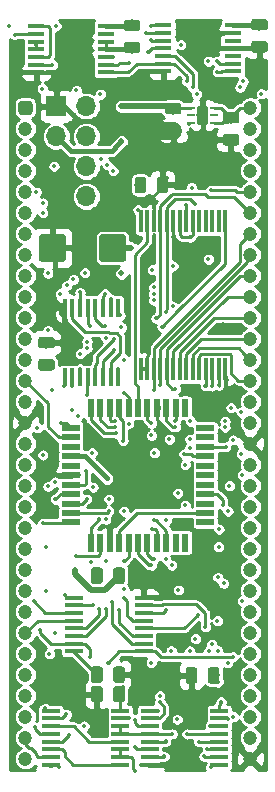
<source format=gbr>
G04 #@! TF.GenerationSoftware,KiCad,Pcbnew,(5.1.2)-1*
G04 #@! TF.CreationDate,2019-12-23T21:44:57-05:00*
G04 #@! TF.ProjectId,C64CPLA,43363443-504c-4412-9e6b-696361645f70,rev?*
G04 #@! TF.SameCoordinates,Original*
G04 #@! TF.FileFunction,Copper,L1,Top*
G04 #@! TF.FilePolarity,Positive*
%FSLAX46Y46*%
G04 Gerber Fmt 4.6, Leading zero omitted, Abs format (unit mm)*
G04 Created by KiCad (PCBNEW (5.1.2)-1) date 2019-12-23 21:44:57*
%MOMM*%
%LPD*%
G04 APERTURE LIST*
%ADD10R,1.700000X1.700000*%
%ADD11O,1.700000X1.700000*%
%ADD12R,1.500000X0.450000*%
%ADD13R,0.380000X1.870000*%
%ADD14C,1.200000*%
%ADD15C,0.100000*%
%ADD16C,0.975000*%
%ADD17R,0.650000X0.280000*%
%ADD18C,1.000000*%
%ADD19R,0.450000X1.500000*%
%ADD20R,1.450000X0.450000*%
%ADD21C,2.250000*%
%ADD22R,0.550000X1.500000*%
%ADD23R,1.500000X0.550000*%
%ADD24C,0.350000*%
%ADD25C,0.500000*%
%ADD26C,0.800000*%
%ADD27C,0.250000*%
%ADD28C,0.380000*%
%ADD29C,0.280000*%
%ADD30C,0.439000*%
%ADD31C,0.539000*%
%ADD32C,1.500000*%
%ADD33C,0.454000*%
%ADD34C,0.223000*%
%ADD35C,0.254000*%
G04 APERTURE END LIST*
D10*
X96583500Y-50673000D03*
D11*
X99123500Y-50673000D03*
X96583500Y-53213000D03*
X99123500Y-53213000D03*
X99123500Y-55753000D03*
X99123500Y-58293000D03*
D12*
X98078500Y-96826500D03*
X98078500Y-96176500D03*
X98078500Y-95526500D03*
X98078500Y-94876500D03*
X98078500Y-94226500D03*
X98078500Y-93576500D03*
X98078500Y-92926500D03*
X98078500Y-92276500D03*
X103978500Y-92276500D03*
X103978500Y-92926500D03*
X103978500Y-93576500D03*
X103978500Y-94226500D03*
X103978500Y-94876500D03*
X103978500Y-95526500D03*
X103978500Y-96176500D03*
X103978500Y-96826500D03*
D13*
X107040000Y-60405000D03*
X107590000Y-60405000D03*
X108140000Y-60405000D03*
X106490000Y-60405000D03*
X105940000Y-60405000D03*
X108690000Y-60405000D03*
X105390000Y-60405000D03*
X109240000Y-60405000D03*
X104840000Y-60405000D03*
X109790000Y-60405000D03*
X110340000Y-60405000D03*
X104290000Y-60405000D03*
X103740000Y-60405000D03*
X110890000Y-60405000D03*
X110890000Y-72945000D03*
X103740000Y-72945000D03*
X104290000Y-72945000D03*
X110340000Y-72945000D03*
X109790000Y-72945000D03*
X104840000Y-72945000D03*
X109240000Y-72945000D03*
X105390000Y-72945000D03*
X108690000Y-72945000D03*
X105940000Y-72945000D03*
X106490000Y-72945000D03*
X108140000Y-72945000D03*
X107590000Y-72945000D03*
X107040000Y-72945000D03*
D14*
X113030000Y-50800000D03*
D15*
G36*
X94309405Y-50201445D02*
G01*
X94338527Y-50205764D01*
X94367085Y-50212918D01*
X94394805Y-50222836D01*
X94421419Y-50235424D01*
X94446671Y-50250559D01*
X94470318Y-50268097D01*
X94492132Y-50287868D01*
X94511903Y-50309682D01*
X94529441Y-50333329D01*
X94544576Y-50358581D01*
X94557164Y-50385195D01*
X94567082Y-50412915D01*
X94574236Y-50441473D01*
X94578555Y-50470595D01*
X94580000Y-50500000D01*
X94580000Y-51100000D01*
X94578555Y-51129405D01*
X94574236Y-51158527D01*
X94567082Y-51187085D01*
X94557164Y-51214805D01*
X94544576Y-51241419D01*
X94529441Y-51266671D01*
X94511903Y-51290318D01*
X94492132Y-51312132D01*
X94470318Y-51331903D01*
X94446671Y-51349441D01*
X94421419Y-51364576D01*
X94394805Y-51377164D01*
X94367085Y-51387082D01*
X94338527Y-51394236D01*
X94309405Y-51398555D01*
X94280000Y-51400000D01*
X93680000Y-51400000D01*
X93650595Y-51398555D01*
X93621473Y-51394236D01*
X93592915Y-51387082D01*
X93565195Y-51377164D01*
X93538581Y-51364576D01*
X93513329Y-51349441D01*
X93489682Y-51331903D01*
X93467868Y-51312132D01*
X93448097Y-51290318D01*
X93430559Y-51266671D01*
X93415424Y-51241419D01*
X93402836Y-51214805D01*
X93392918Y-51187085D01*
X93385764Y-51158527D01*
X93381445Y-51129405D01*
X93380000Y-51100000D01*
X93380000Y-50500000D01*
X93381445Y-50470595D01*
X93385764Y-50441473D01*
X93392918Y-50412915D01*
X93402836Y-50385195D01*
X93415424Y-50358581D01*
X93430559Y-50333329D01*
X93448097Y-50309682D01*
X93467868Y-50287868D01*
X93489682Y-50268097D01*
X93513329Y-50250559D01*
X93538581Y-50235424D01*
X93565195Y-50222836D01*
X93592915Y-50212918D01*
X93621473Y-50205764D01*
X93650595Y-50201445D01*
X93680000Y-50200000D01*
X94280000Y-50200000D01*
X94309405Y-50201445D01*
X94309405Y-50201445D01*
G37*
D14*
X93980000Y-50800000D03*
X113030000Y-52578000D03*
X93980000Y-52578000D03*
X113030000Y-54356000D03*
X93980000Y-54356000D03*
X113030000Y-56134000D03*
X93980000Y-56134000D03*
X113030000Y-57912000D03*
X93980000Y-57912000D03*
X113030000Y-59690000D03*
X93980000Y-59690000D03*
X113030000Y-61468000D03*
X93980000Y-61468000D03*
X113030000Y-63246000D03*
X93980000Y-63246000D03*
X113030000Y-65024000D03*
X93980000Y-65024000D03*
X113030000Y-66802000D03*
X93980000Y-66802000D03*
X113030000Y-68580000D03*
X93980000Y-68580000D03*
X113030000Y-70358000D03*
X93980000Y-70358000D03*
X113030000Y-72136000D03*
X93980000Y-72136000D03*
X113030000Y-73914000D03*
X93980000Y-73914000D03*
X113030000Y-75692000D03*
X93980000Y-75692000D03*
X113030000Y-77470000D03*
X93980000Y-77470000D03*
X113030000Y-79248000D03*
X93980000Y-79248000D03*
X113030000Y-81026000D03*
X93980000Y-81026000D03*
X113030000Y-82804000D03*
X93980000Y-82804000D03*
X113030000Y-84582000D03*
X93980000Y-84582000D03*
X113030000Y-86360000D03*
X93980000Y-86360000D03*
X113030000Y-88138000D03*
X93980000Y-88138000D03*
X113030000Y-89916000D03*
X93980000Y-89916000D03*
X113030000Y-91694000D03*
X93980000Y-91694000D03*
X113030000Y-93472000D03*
X93980000Y-93472000D03*
X113030000Y-95250000D03*
X93980000Y-95250000D03*
X113030000Y-97028000D03*
X93980000Y-97028000D03*
X113030000Y-98806000D03*
X93980000Y-98806000D03*
X113030000Y-100584000D03*
X93980000Y-100584000D03*
X113030000Y-102362000D03*
X93980000Y-102362000D03*
X113030000Y-104140000D03*
X93980000Y-104140000D03*
X113030000Y-105918000D03*
X93980000Y-105918000D03*
D15*
G36*
X111859142Y-53029174D02*
G01*
X111882803Y-53032684D01*
X111906007Y-53038496D01*
X111928529Y-53046554D01*
X111950153Y-53056782D01*
X111970670Y-53069079D01*
X111989883Y-53083329D01*
X112007607Y-53099393D01*
X112023671Y-53117117D01*
X112037921Y-53136330D01*
X112050218Y-53156847D01*
X112060446Y-53178471D01*
X112068504Y-53200993D01*
X112074316Y-53224197D01*
X112077826Y-53247858D01*
X112079000Y-53271750D01*
X112079000Y-53759250D01*
X112077826Y-53783142D01*
X112074316Y-53806803D01*
X112068504Y-53830007D01*
X112060446Y-53852529D01*
X112050218Y-53874153D01*
X112037921Y-53894670D01*
X112023671Y-53913883D01*
X112007607Y-53931607D01*
X111989883Y-53947671D01*
X111970670Y-53961921D01*
X111950153Y-53974218D01*
X111928529Y-53984446D01*
X111906007Y-53992504D01*
X111882803Y-53998316D01*
X111859142Y-54001826D01*
X111835250Y-54003000D01*
X110922750Y-54003000D01*
X110898858Y-54001826D01*
X110875197Y-53998316D01*
X110851993Y-53992504D01*
X110829471Y-53984446D01*
X110807847Y-53974218D01*
X110787330Y-53961921D01*
X110768117Y-53947671D01*
X110750393Y-53931607D01*
X110734329Y-53913883D01*
X110720079Y-53894670D01*
X110707782Y-53874153D01*
X110697554Y-53852529D01*
X110689496Y-53830007D01*
X110683684Y-53806803D01*
X110680174Y-53783142D01*
X110679000Y-53759250D01*
X110679000Y-53271750D01*
X110680174Y-53247858D01*
X110683684Y-53224197D01*
X110689496Y-53200993D01*
X110697554Y-53178471D01*
X110707782Y-53156847D01*
X110720079Y-53136330D01*
X110734329Y-53117117D01*
X110750393Y-53099393D01*
X110768117Y-53083329D01*
X110787330Y-53069079D01*
X110807847Y-53056782D01*
X110829471Y-53046554D01*
X110851993Y-53038496D01*
X110875197Y-53032684D01*
X110898858Y-53029174D01*
X110922750Y-53028000D01*
X111835250Y-53028000D01*
X111859142Y-53029174D01*
X111859142Y-53029174D01*
G37*
D16*
X111379000Y-53515500D03*
D15*
G36*
X111859142Y-51154174D02*
G01*
X111882803Y-51157684D01*
X111906007Y-51163496D01*
X111928529Y-51171554D01*
X111950153Y-51181782D01*
X111970670Y-51194079D01*
X111989883Y-51208329D01*
X112007607Y-51224393D01*
X112023671Y-51242117D01*
X112037921Y-51261330D01*
X112050218Y-51281847D01*
X112060446Y-51303471D01*
X112068504Y-51325993D01*
X112074316Y-51349197D01*
X112077826Y-51372858D01*
X112079000Y-51396750D01*
X112079000Y-51884250D01*
X112077826Y-51908142D01*
X112074316Y-51931803D01*
X112068504Y-51955007D01*
X112060446Y-51977529D01*
X112050218Y-51999153D01*
X112037921Y-52019670D01*
X112023671Y-52038883D01*
X112007607Y-52056607D01*
X111989883Y-52072671D01*
X111970670Y-52086921D01*
X111950153Y-52099218D01*
X111928529Y-52109446D01*
X111906007Y-52117504D01*
X111882803Y-52123316D01*
X111859142Y-52126826D01*
X111835250Y-52128000D01*
X110922750Y-52128000D01*
X110898858Y-52126826D01*
X110875197Y-52123316D01*
X110851993Y-52117504D01*
X110829471Y-52109446D01*
X110807847Y-52099218D01*
X110787330Y-52086921D01*
X110768117Y-52072671D01*
X110750393Y-52056607D01*
X110734329Y-52038883D01*
X110720079Y-52019670D01*
X110707782Y-51999153D01*
X110697554Y-51977529D01*
X110689496Y-51955007D01*
X110683684Y-51931803D01*
X110680174Y-51908142D01*
X110679000Y-51884250D01*
X110679000Y-51396750D01*
X110680174Y-51372858D01*
X110683684Y-51349197D01*
X110689496Y-51325993D01*
X110697554Y-51303471D01*
X110707782Y-51281847D01*
X110720079Y-51261330D01*
X110734329Y-51242117D01*
X110750393Y-51224393D01*
X110768117Y-51208329D01*
X110787330Y-51194079D01*
X110807847Y-51181782D01*
X110829471Y-51171554D01*
X110851993Y-51163496D01*
X110875197Y-51157684D01*
X110898858Y-51154174D01*
X110922750Y-51153000D01*
X111835250Y-51153000D01*
X111859142Y-51154174D01*
X111859142Y-51154174D01*
G37*
D16*
X111379000Y-51640500D03*
D15*
G36*
X106969642Y-52267174D02*
G01*
X106993303Y-52270684D01*
X107016507Y-52276496D01*
X107039029Y-52284554D01*
X107060653Y-52294782D01*
X107081170Y-52307079D01*
X107100383Y-52321329D01*
X107118107Y-52337393D01*
X107134171Y-52355117D01*
X107148421Y-52374330D01*
X107160718Y-52394847D01*
X107170946Y-52416471D01*
X107179004Y-52438993D01*
X107184816Y-52462197D01*
X107188326Y-52485858D01*
X107189500Y-52509750D01*
X107189500Y-52997250D01*
X107188326Y-53021142D01*
X107184816Y-53044803D01*
X107179004Y-53068007D01*
X107170946Y-53090529D01*
X107160718Y-53112153D01*
X107148421Y-53132670D01*
X107134171Y-53151883D01*
X107118107Y-53169607D01*
X107100383Y-53185671D01*
X107081170Y-53199921D01*
X107060653Y-53212218D01*
X107039029Y-53222446D01*
X107016507Y-53230504D01*
X106993303Y-53236316D01*
X106969642Y-53239826D01*
X106945750Y-53241000D01*
X106033250Y-53241000D01*
X106009358Y-53239826D01*
X105985697Y-53236316D01*
X105962493Y-53230504D01*
X105939971Y-53222446D01*
X105918347Y-53212218D01*
X105897830Y-53199921D01*
X105878617Y-53185671D01*
X105860893Y-53169607D01*
X105844829Y-53151883D01*
X105830579Y-53132670D01*
X105818282Y-53112153D01*
X105808054Y-53090529D01*
X105799996Y-53068007D01*
X105794184Y-53044803D01*
X105790674Y-53021142D01*
X105789500Y-52997250D01*
X105789500Y-52509750D01*
X105790674Y-52485858D01*
X105794184Y-52462197D01*
X105799996Y-52438993D01*
X105808054Y-52416471D01*
X105818282Y-52394847D01*
X105830579Y-52374330D01*
X105844829Y-52355117D01*
X105860893Y-52337393D01*
X105878617Y-52321329D01*
X105897830Y-52307079D01*
X105918347Y-52294782D01*
X105939971Y-52284554D01*
X105962493Y-52276496D01*
X105985697Y-52270684D01*
X106009358Y-52267174D01*
X106033250Y-52266000D01*
X106945750Y-52266000D01*
X106969642Y-52267174D01*
X106969642Y-52267174D01*
G37*
D16*
X106489500Y-52753500D03*
D15*
G36*
X106969642Y-50392174D02*
G01*
X106993303Y-50395684D01*
X107016507Y-50401496D01*
X107039029Y-50409554D01*
X107060653Y-50419782D01*
X107081170Y-50432079D01*
X107100383Y-50446329D01*
X107118107Y-50462393D01*
X107134171Y-50480117D01*
X107148421Y-50499330D01*
X107160718Y-50519847D01*
X107170946Y-50541471D01*
X107179004Y-50563993D01*
X107184816Y-50587197D01*
X107188326Y-50610858D01*
X107189500Y-50634750D01*
X107189500Y-51122250D01*
X107188326Y-51146142D01*
X107184816Y-51169803D01*
X107179004Y-51193007D01*
X107170946Y-51215529D01*
X107160718Y-51237153D01*
X107148421Y-51257670D01*
X107134171Y-51276883D01*
X107118107Y-51294607D01*
X107100383Y-51310671D01*
X107081170Y-51324921D01*
X107060653Y-51337218D01*
X107039029Y-51347446D01*
X107016507Y-51355504D01*
X106993303Y-51361316D01*
X106969642Y-51364826D01*
X106945750Y-51366000D01*
X106033250Y-51366000D01*
X106009358Y-51364826D01*
X105985697Y-51361316D01*
X105962493Y-51355504D01*
X105939971Y-51347446D01*
X105918347Y-51337218D01*
X105897830Y-51324921D01*
X105878617Y-51310671D01*
X105860893Y-51294607D01*
X105844829Y-51276883D01*
X105830579Y-51257670D01*
X105818282Y-51237153D01*
X105808054Y-51215529D01*
X105799996Y-51193007D01*
X105794184Y-51169803D01*
X105790674Y-51146142D01*
X105789500Y-51122250D01*
X105789500Y-50634750D01*
X105790674Y-50610858D01*
X105794184Y-50587197D01*
X105799996Y-50563993D01*
X105808054Y-50541471D01*
X105818282Y-50519847D01*
X105830579Y-50499330D01*
X105844829Y-50480117D01*
X105860893Y-50462393D01*
X105878617Y-50446329D01*
X105897830Y-50432079D01*
X105918347Y-50419782D01*
X105939971Y-50409554D01*
X105962493Y-50401496D01*
X105985697Y-50395684D01*
X106009358Y-50392174D01*
X106033250Y-50391000D01*
X106945750Y-50391000D01*
X106969642Y-50392174D01*
X106969642Y-50392174D01*
G37*
D16*
X106489500Y-50878500D03*
D17*
X108016000Y-50785000D03*
X108016000Y-51435000D03*
X108016000Y-52085000D03*
X109916000Y-52085000D03*
X109916000Y-51435000D03*
X109916000Y-50785000D03*
D15*
G36*
X109240504Y-50636204D02*
G01*
X109264773Y-50639804D01*
X109288571Y-50645765D01*
X109311671Y-50654030D01*
X109333849Y-50664520D01*
X109354893Y-50677133D01*
X109374598Y-50691747D01*
X109392777Y-50708223D01*
X109409253Y-50726402D01*
X109423867Y-50746107D01*
X109436480Y-50767151D01*
X109446970Y-50789329D01*
X109455235Y-50812429D01*
X109461196Y-50836227D01*
X109464796Y-50860496D01*
X109466000Y-50885000D01*
X109466000Y-51985000D01*
X109464796Y-52009504D01*
X109461196Y-52033773D01*
X109455235Y-52057571D01*
X109446970Y-52080671D01*
X109436480Y-52102849D01*
X109423867Y-52123893D01*
X109409253Y-52143598D01*
X109392777Y-52161777D01*
X109374598Y-52178253D01*
X109354893Y-52192867D01*
X109333849Y-52205480D01*
X109311671Y-52215970D01*
X109288571Y-52224235D01*
X109264773Y-52230196D01*
X109240504Y-52233796D01*
X109216000Y-52235000D01*
X108716000Y-52235000D01*
X108691496Y-52233796D01*
X108667227Y-52230196D01*
X108643429Y-52224235D01*
X108620329Y-52215970D01*
X108598151Y-52205480D01*
X108577107Y-52192867D01*
X108557402Y-52178253D01*
X108539223Y-52161777D01*
X108522747Y-52143598D01*
X108508133Y-52123893D01*
X108495520Y-52102849D01*
X108485030Y-52080671D01*
X108476765Y-52057571D01*
X108470804Y-52033773D01*
X108467204Y-52009504D01*
X108466000Y-51985000D01*
X108466000Y-50885000D01*
X108467204Y-50860496D01*
X108470804Y-50836227D01*
X108476765Y-50812429D01*
X108485030Y-50789329D01*
X108495520Y-50767151D01*
X108508133Y-50746107D01*
X108522747Y-50726402D01*
X108539223Y-50708223D01*
X108557402Y-50691747D01*
X108577107Y-50677133D01*
X108598151Y-50664520D01*
X108620329Y-50654030D01*
X108643429Y-50645765D01*
X108667227Y-50639804D01*
X108691496Y-50636204D01*
X108716000Y-50635000D01*
X109216000Y-50635000D01*
X109240504Y-50636204D01*
X109240504Y-50636204D01*
G37*
D18*
X108966000Y-51435000D03*
D19*
X101843000Y-67725500D03*
X101193000Y-67725500D03*
X100543000Y-67725500D03*
X99893000Y-67725500D03*
X99243000Y-67725500D03*
X98593000Y-67725500D03*
X97943000Y-67725500D03*
X97293000Y-67725500D03*
X97293000Y-73625500D03*
X97943000Y-73625500D03*
X98593000Y-73625500D03*
X99243000Y-73625500D03*
X99893000Y-73625500D03*
X100543000Y-73625500D03*
X101193000Y-73625500D03*
X101843000Y-73625500D03*
D15*
G36*
X100295142Y-89725174D02*
G01*
X100318803Y-89728684D01*
X100342007Y-89734496D01*
X100364529Y-89742554D01*
X100386153Y-89752782D01*
X100406670Y-89765079D01*
X100425883Y-89779329D01*
X100443607Y-89795393D01*
X100459671Y-89813117D01*
X100473921Y-89832330D01*
X100486218Y-89852847D01*
X100496446Y-89874471D01*
X100504504Y-89896993D01*
X100510316Y-89920197D01*
X100513826Y-89943858D01*
X100515000Y-89967750D01*
X100515000Y-90880250D01*
X100513826Y-90904142D01*
X100510316Y-90927803D01*
X100504504Y-90951007D01*
X100496446Y-90973529D01*
X100486218Y-90995153D01*
X100473921Y-91015670D01*
X100459671Y-91034883D01*
X100443607Y-91052607D01*
X100425883Y-91068671D01*
X100406670Y-91082921D01*
X100386153Y-91095218D01*
X100364529Y-91105446D01*
X100342007Y-91113504D01*
X100318803Y-91119316D01*
X100295142Y-91122826D01*
X100271250Y-91124000D01*
X99783750Y-91124000D01*
X99759858Y-91122826D01*
X99736197Y-91119316D01*
X99712993Y-91113504D01*
X99690471Y-91105446D01*
X99668847Y-91095218D01*
X99648330Y-91082921D01*
X99629117Y-91068671D01*
X99611393Y-91052607D01*
X99595329Y-91034883D01*
X99581079Y-91015670D01*
X99568782Y-90995153D01*
X99558554Y-90973529D01*
X99550496Y-90951007D01*
X99544684Y-90927803D01*
X99541174Y-90904142D01*
X99540000Y-90880250D01*
X99540000Y-89967750D01*
X99541174Y-89943858D01*
X99544684Y-89920197D01*
X99550496Y-89896993D01*
X99558554Y-89874471D01*
X99568782Y-89852847D01*
X99581079Y-89832330D01*
X99595329Y-89813117D01*
X99611393Y-89795393D01*
X99629117Y-89779329D01*
X99648330Y-89765079D01*
X99668847Y-89752782D01*
X99690471Y-89742554D01*
X99712993Y-89734496D01*
X99736197Y-89728684D01*
X99759858Y-89725174D01*
X99783750Y-89724000D01*
X100271250Y-89724000D01*
X100295142Y-89725174D01*
X100295142Y-89725174D01*
G37*
D16*
X100027500Y-90424000D03*
D15*
G36*
X102170142Y-89725174D02*
G01*
X102193803Y-89728684D01*
X102217007Y-89734496D01*
X102239529Y-89742554D01*
X102261153Y-89752782D01*
X102281670Y-89765079D01*
X102300883Y-89779329D01*
X102318607Y-89795393D01*
X102334671Y-89813117D01*
X102348921Y-89832330D01*
X102361218Y-89852847D01*
X102371446Y-89874471D01*
X102379504Y-89896993D01*
X102385316Y-89920197D01*
X102388826Y-89943858D01*
X102390000Y-89967750D01*
X102390000Y-90880250D01*
X102388826Y-90904142D01*
X102385316Y-90927803D01*
X102379504Y-90951007D01*
X102371446Y-90973529D01*
X102361218Y-90995153D01*
X102348921Y-91015670D01*
X102334671Y-91034883D01*
X102318607Y-91052607D01*
X102300883Y-91068671D01*
X102281670Y-91082921D01*
X102261153Y-91095218D01*
X102239529Y-91105446D01*
X102217007Y-91113504D01*
X102193803Y-91119316D01*
X102170142Y-91122826D01*
X102146250Y-91124000D01*
X101658750Y-91124000D01*
X101634858Y-91122826D01*
X101611197Y-91119316D01*
X101587993Y-91113504D01*
X101565471Y-91105446D01*
X101543847Y-91095218D01*
X101523330Y-91082921D01*
X101504117Y-91068671D01*
X101486393Y-91052607D01*
X101470329Y-91034883D01*
X101456079Y-91015670D01*
X101443782Y-90995153D01*
X101433554Y-90973529D01*
X101425496Y-90951007D01*
X101419684Y-90927803D01*
X101416174Y-90904142D01*
X101415000Y-90880250D01*
X101415000Y-89967750D01*
X101416174Y-89943858D01*
X101419684Y-89920197D01*
X101425496Y-89896993D01*
X101433554Y-89874471D01*
X101443782Y-89852847D01*
X101456079Y-89832330D01*
X101470329Y-89813117D01*
X101486393Y-89795393D01*
X101504117Y-89779329D01*
X101523330Y-89765079D01*
X101543847Y-89752782D01*
X101565471Y-89742554D01*
X101587993Y-89734496D01*
X101611197Y-89728684D01*
X101634858Y-89725174D01*
X101658750Y-89724000D01*
X102146250Y-89724000D01*
X102170142Y-89725174D01*
X102170142Y-89725174D01*
G37*
D16*
X101902500Y-90424000D03*
D15*
G36*
X103978142Y-56641674D02*
G01*
X104001803Y-56645184D01*
X104025007Y-56650996D01*
X104047529Y-56659054D01*
X104069153Y-56669282D01*
X104089670Y-56681579D01*
X104108883Y-56695829D01*
X104126607Y-56711893D01*
X104142671Y-56729617D01*
X104156921Y-56748830D01*
X104169218Y-56769347D01*
X104179446Y-56790971D01*
X104187504Y-56813493D01*
X104193316Y-56836697D01*
X104196826Y-56860358D01*
X104198000Y-56884250D01*
X104198000Y-57796750D01*
X104196826Y-57820642D01*
X104193316Y-57844303D01*
X104187504Y-57867507D01*
X104179446Y-57890029D01*
X104169218Y-57911653D01*
X104156921Y-57932170D01*
X104142671Y-57951383D01*
X104126607Y-57969107D01*
X104108883Y-57985171D01*
X104089670Y-57999421D01*
X104069153Y-58011718D01*
X104047529Y-58021946D01*
X104025007Y-58030004D01*
X104001803Y-58035816D01*
X103978142Y-58039326D01*
X103954250Y-58040500D01*
X103466750Y-58040500D01*
X103442858Y-58039326D01*
X103419197Y-58035816D01*
X103395993Y-58030004D01*
X103373471Y-58021946D01*
X103351847Y-58011718D01*
X103331330Y-57999421D01*
X103312117Y-57985171D01*
X103294393Y-57969107D01*
X103278329Y-57951383D01*
X103264079Y-57932170D01*
X103251782Y-57911653D01*
X103241554Y-57890029D01*
X103233496Y-57867507D01*
X103227684Y-57844303D01*
X103224174Y-57820642D01*
X103223000Y-57796750D01*
X103223000Y-56884250D01*
X103224174Y-56860358D01*
X103227684Y-56836697D01*
X103233496Y-56813493D01*
X103241554Y-56790971D01*
X103251782Y-56769347D01*
X103264079Y-56748830D01*
X103278329Y-56729617D01*
X103294393Y-56711893D01*
X103312117Y-56695829D01*
X103331330Y-56681579D01*
X103351847Y-56669282D01*
X103373471Y-56659054D01*
X103395993Y-56650996D01*
X103419197Y-56645184D01*
X103442858Y-56641674D01*
X103466750Y-56640500D01*
X103954250Y-56640500D01*
X103978142Y-56641674D01*
X103978142Y-56641674D01*
G37*
D16*
X103710500Y-57340500D03*
D15*
G36*
X105853142Y-56641674D02*
G01*
X105876803Y-56645184D01*
X105900007Y-56650996D01*
X105922529Y-56659054D01*
X105944153Y-56669282D01*
X105964670Y-56681579D01*
X105983883Y-56695829D01*
X106001607Y-56711893D01*
X106017671Y-56729617D01*
X106031921Y-56748830D01*
X106044218Y-56769347D01*
X106054446Y-56790971D01*
X106062504Y-56813493D01*
X106068316Y-56836697D01*
X106071826Y-56860358D01*
X106073000Y-56884250D01*
X106073000Y-57796750D01*
X106071826Y-57820642D01*
X106068316Y-57844303D01*
X106062504Y-57867507D01*
X106054446Y-57890029D01*
X106044218Y-57911653D01*
X106031921Y-57932170D01*
X106017671Y-57951383D01*
X106001607Y-57969107D01*
X105983883Y-57985171D01*
X105964670Y-57999421D01*
X105944153Y-58011718D01*
X105922529Y-58021946D01*
X105900007Y-58030004D01*
X105876803Y-58035816D01*
X105853142Y-58039326D01*
X105829250Y-58040500D01*
X105341750Y-58040500D01*
X105317858Y-58039326D01*
X105294197Y-58035816D01*
X105270993Y-58030004D01*
X105248471Y-58021946D01*
X105226847Y-58011718D01*
X105206330Y-57999421D01*
X105187117Y-57985171D01*
X105169393Y-57969107D01*
X105153329Y-57951383D01*
X105139079Y-57932170D01*
X105126782Y-57911653D01*
X105116554Y-57890029D01*
X105108496Y-57867507D01*
X105102684Y-57844303D01*
X105099174Y-57820642D01*
X105098000Y-57796750D01*
X105098000Y-56884250D01*
X105099174Y-56860358D01*
X105102684Y-56836697D01*
X105108496Y-56813493D01*
X105116554Y-56790971D01*
X105126782Y-56769347D01*
X105139079Y-56748830D01*
X105153329Y-56729617D01*
X105169393Y-56711893D01*
X105187117Y-56695829D01*
X105206330Y-56681579D01*
X105226847Y-56669282D01*
X105248471Y-56659054D01*
X105270993Y-56650996D01*
X105294197Y-56645184D01*
X105317858Y-56641674D01*
X105341750Y-56640500D01*
X105829250Y-56640500D01*
X105853142Y-56641674D01*
X105853142Y-56641674D01*
G37*
D16*
X105585500Y-57340500D03*
D15*
G36*
X96238142Y-72079174D02*
G01*
X96261803Y-72082684D01*
X96285007Y-72088496D01*
X96307529Y-72096554D01*
X96329153Y-72106782D01*
X96349670Y-72119079D01*
X96368883Y-72133329D01*
X96386607Y-72149393D01*
X96402671Y-72167117D01*
X96416921Y-72186330D01*
X96429218Y-72206847D01*
X96439446Y-72228471D01*
X96447504Y-72250993D01*
X96453316Y-72274197D01*
X96456826Y-72297858D01*
X96458000Y-72321750D01*
X96458000Y-72809250D01*
X96456826Y-72833142D01*
X96453316Y-72856803D01*
X96447504Y-72880007D01*
X96439446Y-72902529D01*
X96429218Y-72924153D01*
X96416921Y-72944670D01*
X96402671Y-72963883D01*
X96386607Y-72981607D01*
X96368883Y-72997671D01*
X96349670Y-73011921D01*
X96329153Y-73024218D01*
X96307529Y-73034446D01*
X96285007Y-73042504D01*
X96261803Y-73048316D01*
X96238142Y-73051826D01*
X96214250Y-73053000D01*
X95301750Y-73053000D01*
X95277858Y-73051826D01*
X95254197Y-73048316D01*
X95230993Y-73042504D01*
X95208471Y-73034446D01*
X95186847Y-73024218D01*
X95166330Y-73011921D01*
X95147117Y-72997671D01*
X95129393Y-72981607D01*
X95113329Y-72963883D01*
X95099079Y-72944670D01*
X95086782Y-72924153D01*
X95076554Y-72902529D01*
X95068496Y-72880007D01*
X95062684Y-72856803D01*
X95059174Y-72833142D01*
X95058000Y-72809250D01*
X95058000Y-72321750D01*
X95059174Y-72297858D01*
X95062684Y-72274197D01*
X95068496Y-72250993D01*
X95076554Y-72228471D01*
X95086782Y-72206847D01*
X95099079Y-72186330D01*
X95113329Y-72167117D01*
X95129393Y-72149393D01*
X95147117Y-72133329D01*
X95166330Y-72119079D01*
X95186847Y-72106782D01*
X95208471Y-72096554D01*
X95230993Y-72088496D01*
X95254197Y-72082684D01*
X95277858Y-72079174D01*
X95301750Y-72078000D01*
X96214250Y-72078000D01*
X96238142Y-72079174D01*
X96238142Y-72079174D01*
G37*
D16*
X95758000Y-72565500D03*
D15*
G36*
X96238142Y-70204174D02*
G01*
X96261803Y-70207684D01*
X96285007Y-70213496D01*
X96307529Y-70221554D01*
X96329153Y-70231782D01*
X96349670Y-70244079D01*
X96368883Y-70258329D01*
X96386607Y-70274393D01*
X96402671Y-70292117D01*
X96416921Y-70311330D01*
X96429218Y-70331847D01*
X96439446Y-70353471D01*
X96447504Y-70375993D01*
X96453316Y-70399197D01*
X96456826Y-70422858D01*
X96458000Y-70446750D01*
X96458000Y-70934250D01*
X96456826Y-70958142D01*
X96453316Y-70981803D01*
X96447504Y-71005007D01*
X96439446Y-71027529D01*
X96429218Y-71049153D01*
X96416921Y-71069670D01*
X96402671Y-71088883D01*
X96386607Y-71106607D01*
X96368883Y-71122671D01*
X96349670Y-71136921D01*
X96329153Y-71149218D01*
X96307529Y-71159446D01*
X96285007Y-71167504D01*
X96261803Y-71173316D01*
X96238142Y-71176826D01*
X96214250Y-71178000D01*
X95301750Y-71178000D01*
X95277858Y-71176826D01*
X95254197Y-71173316D01*
X95230993Y-71167504D01*
X95208471Y-71159446D01*
X95186847Y-71149218D01*
X95166330Y-71136921D01*
X95147117Y-71122671D01*
X95129393Y-71106607D01*
X95113329Y-71088883D01*
X95099079Y-71069670D01*
X95086782Y-71049153D01*
X95076554Y-71027529D01*
X95068496Y-71005007D01*
X95062684Y-70981803D01*
X95059174Y-70958142D01*
X95058000Y-70934250D01*
X95058000Y-70446750D01*
X95059174Y-70422858D01*
X95062684Y-70399197D01*
X95068496Y-70375993D01*
X95076554Y-70353471D01*
X95086782Y-70331847D01*
X95099079Y-70311330D01*
X95113329Y-70292117D01*
X95129393Y-70274393D01*
X95147117Y-70258329D01*
X95166330Y-70244079D01*
X95186847Y-70231782D01*
X95208471Y-70221554D01*
X95230993Y-70213496D01*
X95254197Y-70207684D01*
X95277858Y-70204174D01*
X95301750Y-70203000D01*
X96214250Y-70203000D01*
X96238142Y-70204174D01*
X96238142Y-70204174D01*
G37*
D16*
X95758000Y-70690500D03*
D15*
G36*
X100295142Y-98107174D02*
G01*
X100318803Y-98110684D01*
X100342007Y-98116496D01*
X100364529Y-98124554D01*
X100386153Y-98134782D01*
X100406670Y-98147079D01*
X100425883Y-98161329D01*
X100443607Y-98177393D01*
X100459671Y-98195117D01*
X100473921Y-98214330D01*
X100486218Y-98234847D01*
X100496446Y-98256471D01*
X100504504Y-98278993D01*
X100510316Y-98302197D01*
X100513826Y-98325858D01*
X100515000Y-98349750D01*
X100515000Y-99262250D01*
X100513826Y-99286142D01*
X100510316Y-99309803D01*
X100504504Y-99333007D01*
X100496446Y-99355529D01*
X100486218Y-99377153D01*
X100473921Y-99397670D01*
X100459671Y-99416883D01*
X100443607Y-99434607D01*
X100425883Y-99450671D01*
X100406670Y-99464921D01*
X100386153Y-99477218D01*
X100364529Y-99487446D01*
X100342007Y-99495504D01*
X100318803Y-99501316D01*
X100295142Y-99504826D01*
X100271250Y-99506000D01*
X99783750Y-99506000D01*
X99759858Y-99504826D01*
X99736197Y-99501316D01*
X99712993Y-99495504D01*
X99690471Y-99487446D01*
X99668847Y-99477218D01*
X99648330Y-99464921D01*
X99629117Y-99450671D01*
X99611393Y-99434607D01*
X99595329Y-99416883D01*
X99581079Y-99397670D01*
X99568782Y-99377153D01*
X99558554Y-99355529D01*
X99550496Y-99333007D01*
X99544684Y-99309803D01*
X99541174Y-99286142D01*
X99540000Y-99262250D01*
X99540000Y-98349750D01*
X99541174Y-98325858D01*
X99544684Y-98302197D01*
X99550496Y-98278993D01*
X99558554Y-98256471D01*
X99568782Y-98234847D01*
X99581079Y-98214330D01*
X99595329Y-98195117D01*
X99611393Y-98177393D01*
X99629117Y-98161329D01*
X99648330Y-98147079D01*
X99668847Y-98134782D01*
X99690471Y-98124554D01*
X99712993Y-98116496D01*
X99736197Y-98110684D01*
X99759858Y-98107174D01*
X99783750Y-98106000D01*
X100271250Y-98106000D01*
X100295142Y-98107174D01*
X100295142Y-98107174D01*
G37*
D16*
X100027500Y-98806000D03*
D15*
G36*
X102170142Y-98107174D02*
G01*
X102193803Y-98110684D01*
X102217007Y-98116496D01*
X102239529Y-98124554D01*
X102261153Y-98134782D01*
X102281670Y-98147079D01*
X102300883Y-98161329D01*
X102318607Y-98177393D01*
X102334671Y-98195117D01*
X102348921Y-98214330D01*
X102361218Y-98234847D01*
X102371446Y-98256471D01*
X102379504Y-98278993D01*
X102385316Y-98302197D01*
X102388826Y-98325858D01*
X102390000Y-98349750D01*
X102390000Y-99262250D01*
X102388826Y-99286142D01*
X102385316Y-99309803D01*
X102379504Y-99333007D01*
X102371446Y-99355529D01*
X102361218Y-99377153D01*
X102348921Y-99397670D01*
X102334671Y-99416883D01*
X102318607Y-99434607D01*
X102300883Y-99450671D01*
X102281670Y-99464921D01*
X102261153Y-99477218D01*
X102239529Y-99487446D01*
X102217007Y-99495504D01*
X102193803Y-99501316D01*
X102170142Y-99504826D01*
X102146250Y-99506000D01*
X101658750Y-99506000D01*
X101634858Y-99504826D01*
X101611197Y-99501316D01*
X101587993Y-99495504D01*
X101565471Y-99487446D01*
X101543847Y-99477218D01*
X101523330Y-99464921D01*
X101504117Y-99450671D01*
X101486393Y-99434607D01*
X101470329Y-99416883D01*
X101456079Y-99397670D01*
X101443782Y-99377153D01*
X101433554Y-99355529D01*
X101425496Y-99333007D01*
X101419684Y-99309803D01*
X101416174Y-99286142D01*
X101415000Y-99262250D01*
X101415000Y-98349750D01*
X101416174Y-98325858D01*
X101419684Y-98302197D01*
X101425496Y-98278993D01*
X101433554Y-98256471D01*
X101443782Y-98234847D01*
X101456079Y-98214330D01*
X101470329Y-98195117D01*
X101486393Y-98177393D01*
X101504117Y-98161329D01*
X101523330Y-98147079D01*
X101543847Y-98134782D01*
X101565471Y-98124554D01*
X101587993Y-98116496D01*
X101611197Y-98110684D01*
X101634858Y-98107174D01*
X101658750Y-98106000D01*
X102146250Y-98106000D01*
X102170142Y-98107174D01*
X102170142Y-98107174D01*
G37*
D16*
X101902500Y-98806000D03*
D15*
G36*
X108296142Y-98170674D02*
G01*
X108319803Y-98174184D01*
X108343007Y-98179996D01*
X108365529Y-98188054D01*
X108387153Y-98198282D01*
X108407670Y-98210579D01*
X108426883Y-98224829D01*
X108444607Y-98240893D01*
X108460671Y-98258617D01*
X108474921Y-98277830D01*
X108487218Y-98298347D01*
X108497446Y-98319971D01*
X108505504Y-98342493D01*
X108511316Y-98365697D01*
X108514826Y-98389358D01*
X108516000Y-98413250D01*
X108516000Y-99325750D01*
X108514826Y-99349642D01*
X108511316Y-99373303D01*
X108505504Y-99396507D01*
X108497446Y-99419029D01*
X108487218Y-99440653D01*
X108474921Y-99461170D01*
X108460671Y-99480383D01*
X108444607Y-99498107D01*
X108426883Y-99514171D01*
X108407670Y-99528421D01*
X108387153Y-99540718D01*
X108365529Y-99550946D01*
X108343007Y-99559004D01*
X108319803Y-99564816D01*
X108296142Y-99568326D01*
X108272250Y-99569500D01*
X107784750Y-99569500D01*
X107760858Y-99568326D01*
X107737197Y-99564816D01*
X107713993Y-99559004D01*
X107691471Y-99550946D01*
X107669847Y-99540718D01*
X107649330Y-99528421D01*
X107630117Y-99514171D01*
X107612393Y-99498107D01*
X107596329Y-99480383D01*
X107582079Y-99461170D01*
X107569782Y-99440653D01*
X107559554Y-99419029D01*
X107551496Y-99396507D01*
X107545684Y-99373303D01*
X107542174Y-99349642D01*
X107541000Y-99325750D01*
X107541000Y-98413250D01*
X107542174Y-98389358D01*
X107545684Y-98365697D01*
X107551496Y-98342493D01*
X107559554Y-98319971D01*
X107569782Y-98298347D01*
X107582079Y-98277830D01*
X107596329Y-98258617D01*
X107612393Y-98240893D01*
X107630117Y-98224829D01*
X107649330Y-98210579D01*
X107669847Y-98198282D01*
X107691471Y-98188054D01*
X107713993Y-98179996D01*
X107737197Y-98174184D01*
X107760858Y-98170674D01*
X107784750Y-98169500D01*
X108272250Y-98169500D01*
X108296142Y-98170674D01*
X108296142Y-98170674D01*
G37*
D16*
X108028500Y-98869500D03*
D15*
G36*
X110171142Y-98170674D02*
G01*
X110194803Y-98174184D01*
X110218007Y-98179996D01*
X110240529Y-98188054D01*
X110262153Y-98198282D01*
X110282670Y-98210579D01*
X110301883Y-98224829D01*
X110319607Y-98240893D01*
X110335671Y-98258617D01*
X110349921Y-98277830D01*
X110362218Y-98298347D01*
X110372446Y-98319971D01*
X110380504Y-98342493D01*
X110386316Y-98365697D01*
X110389826Y-98389358D01*
X110391000Y-98413250D01*
X110391000Y-99325750D01*
X110389826Y-99349642D01*
X110386316Y-99373303D01*
X110380504Y-99396507D01*
X110372446Y-99419029D01*
X110362218Y-99440653D01*
X110349921Y-99461170D01*
X110335671Y-99480383D01*
X110319607Y-99498107D01*
X110301883Y-99514171D01*
X110282670Y-99528421D01*
X110262153Y-99540718D01*
X110240529Y-99550946D01*
X110218007Y-99559004D01*
X110194803Y-99564816D01*
X110171142Y-99568326D01*
X110147250Y-99569500D01*
X109659750Y-99569500D01*
X109635858Y-99568326D01*
X109612197Y-99564816D01*
X109588993Y-99559004D01*
X109566471Y-99550946D01*
X109544847Y-99540718D01*
X109524330Y-99528421D01*
X109505117Y-99514171D01*
X109487393Y-99498107D01*
X109471329Y-99480383D01*
X109457079Y-99461170D01*
X109444782Y-99440653D01*
X109434554Y-99419029D01*
X109426496Y-99396507D01*
X109420684Y-99373303D01*
X109417174Y-99349642D01*
X109416000Y-99325750D01*
X109416000Y-98413250D01*
X109417174Y-98389358D01*
X109420684Y-98365697D01*
X109426496Y-98342493D01*
X109434554Y-98319971D01*
X109444782Y-98298347D01*
X109457079Y-98277830D01*
X109471329Y-98258617D01*
X109487393Y-98240893D01*
X109505117Y-98224829D01*
X109524330Y-98210579D01*
X109544847Y-98198282D01*
X109566471Y-98188054D01*
X109588993Y-98179996D01*
X109612197Y-98174184D01*
X109635858Y-98170674D01*
X109659750Y-98169500D01*
X110147250Y-98169500D01*
X110171142Y-98170674D01*
X110171142Y-98170674D01*
G37*
D16*
X109903500Y-98869500D03*
D15*
G36*
X102170142Y-99758174D02*
G01*
X102193803Y-99761684D01*
X102217007Y-99767496D01*
X102239529Y-99775554D01*
X102261153Y-99785782D01*
X102281670Y-99798079D01*
X102300883Y-99812329D01*
X102318607Y-99828393D01*
X102334671Y-99846117D01*
X102348921Y-99865330D01*
X102361218Y-99885847D01*
X102371446Y-99907471D01*
X102379504Y-99929993D01*
X102385316Y-99953197D01*
X102388826Y-99976858D01*
X102390000Y-100000750D01*
X102390000Y-100913250D01*
X102388826Y-100937142D01*
X102385316Y-100960803D01*
X102379504Y-100984007D01*
X102371446Y-101006529D01*
X102361218Y-101028153D01*
X102348921Y-101048670D01*
X102334671Y-101067883D01*
X102318607Y-101085607D01*
X102300883Y-101101671D01*
X102281670Y-101115921D01*
X102261153Y-101128218D01*
X102239529Y-101138446D01*
X102217007Y-101146504D01*
X102193803Y-101152316D01*
X102170142Y-101155826D01*
X102146250Y-101157000D01*
X101658750Y-101157000D01*
X101634858Y-101155826D01*
X101611197Y-101152316D01*
X101587993Y-101146504D01*
X101565471Y-101138446D01*
X101543847Y-101128218D01*
X101523330Y-101115921D01*
X101504117Y-101101671D01*
X101486393Y-101085607D01*
X101470329Y-101067883D01*
X101456079Y-101048670D01*
X101443782Y-101028153D01*
X101433554Y-101006529D01*
X101425496Y-100984007D01*
X101419684Y-100960803D01*
X101416174Y-100937142D01*
X101415000Y-100913250D01*
X101415000Y-100000750D01*
X101416174Y-99976858D01*
X101419684Y-99953197D01*
X101425496Y-99929993D01*
X101433554Y-99907471D01*
X101443782Y-99885847D01*
X101456079Y-99865330D01*
X101470329Y-99846117D01*
X101486393Y-99828393D01*
X101504117Y-99812329D01*
X101523330Y-99798079D01*
X101543847Y-99785782D01*
X101565471Y-99775554D01*
X101587993Y-99767496D01*
X101611197Y-99761684D01*
X101634858Y-99758174D01*
X101658750Y-99757000D01*
X102146250Y-99757000D01*
X102170142Y-99758174D01*
X102170142Y-99758174D01*
G37*
D16*
X101902500Y-100457000D03*
D15*
G36*
X100295142Y-99758174D02*
G01*
X100318803Y-99761684D01*
X100342007Y-99767496D01*
X100364529Y-99775554D01*
X100386153Y-99785782D01*
X100406670Y-99798079D01*
X100425883Y-99812329D01*
X100443607Y-99828393D01*
X100459671Y-99846117D01*
X100473921Y-99865330D01*
X100486218Y-99885847D01*
X100496446Y-99907471D01*
X100504504Y-99929993D01*
X100510316Y-99953197D01*
X100513826Y-99976858D01*
X100515000Y-100000750D01*
X100515000Y-100913250D01*
X100513826Y-100937142D01*
X100510316Y-100960803D01*
X100504504Y-100984007D01*
X100496446Y-101006529D01*
X100486218Y-101028153D01*
X100473921Y-101048670D01*
X100459671Y-101067883D01*
X100443607Y-101085607D01*
X100425883Y-101101671D01*
X100406670Y-101115921D01*
X100386153Y-101128218D01*
X100364529Y-101138446D01*
X100342007Y-101146504D01*
X100318803Y-101152316D01*
X100295142Y-101155826D01*
X100271250Y-101157000D01*
X99783750Y-101157000D01*
X99759858Y-101155826D01*
X99736197Y-101152316D01*
X99712993Y-101146504D01*
X99690471Y-101138446D01*
X99668847Y-101128218D01*
X99648330Y-101115921D01*
X99629117Y-101101671D01*
X99611393Y-101085607D01*
X99595329Y-101067883D01*
X99581079Y-101048670D01*
X99568782Y-101028153D01*
X99558554Y-101006529D01*
X99550496Y-100984007D01*
X99544684Y-100960803D01*
X99541174Y-100937142D01*
X99540000Y-100913250D01*
X99540000Y-100000750D01*
X99541174Y-99976858D01*
X99544684Y-99953197D01*
X99550496Y-99929993D01*
X99558554Y-99907471D01*
X99568782Y-99885847D01*
X99581079Y-99865330D01*
X99595329Y-99846117D01*
X99611393Y-99828393D01*
X99629117Y-99812329D01*
X99648330Y-99798079D01*
X99668847Y-99785782D01*
X99690471Y-99775554D01*
X99712993Y-99767496D01*
X99736197Y-99761684D01*
X99759858Y-99758174D01*
X99783750Y-99757000D01*
X100271250Y-99757000D01*
X100295142Y-99758174D01*
X100295142Y-99758174D01*
G37*
D16*
X100027500Y-100457000D03*
D12*
X104492000Y-101865000D03*
X104492000Y-102515000D03*
X104492000Y-103165000D03*
X104492000Y-103815000D03*
X104492000Y-104465000D03*
X104492000Y-105115000D03*
X104492000Y-105765000D03*
X104492000Y-106415000D03*
X110392000Y-106415000D03*
X110392000Y-105765000D03*
X110392000Y-105115000D03*
X110392000Y-104465000D03*
X110392000Y-103815000D03*
X110392000Y-103165000D03*
X110392000Y-102515000D03*
X110392000Y-101865000D03*
X102010000Y-101865000D03*
X102010000Y-102515000D03*
X102010000Y-103165000D03*
X102010000Y-103815000D03*
X102010000Y-104465000D03*
X102010000Y-105115000D03*
X102010000Y-105765000D03*
X102010000Y-106415000D03*
X96110000Y-106415000D03*
X96110000Y-105765000D03*
X96110000Y-105115000D03*
X96110000Y-104465000D03*
X96110000Y-103815000D03*
X96110000Y-103165000D03*
X96110000Y-102515000D03*
X96110000Y-101865000D03*
D15*
G36*
X103477142Y-45218674D02*
G01*
X103500803Y-45222184D01*
X103524007Y-45227996D01*
X103546529Y-45236054D01*
X103568153Y-45246282D01*
X103588670Y-45258579D01*
X103607883Y-45272829D01*
X103625607Y-45288893D01*
X103641671Y-45306617D01*
X103655921Y-45325830D01*
X103668218Y-45346347D01*
X103678446Y-45367971D01*
X103686504Y-45390493D01*
X103692316Y-45413697D01*
X103695826Y-45437358D01*
X103697000Y-45461250D01*
X103697000Y-45948750D01*
X103695826Y-45972642D01*
X103692316Y-45996303D01*
X103686504Y-46019507D01*
X103678446Y-46042029D01*
X103668218Y-46063653D01*
X103655921Y-46084170D01*
X103641671Y-46103383D01*
X103625607Y-46121107D01*
X103607883Y-46137171D01*
X103588670Y-46151421D01*
X103568153Y-46163718D01*
X103546529Y-46173946D01*
X103524007Y-46182004D01*
X103500803Y-46187816D01*
X103477142Y-46191326D01*
X103453250Y-46192500D01*
X102540750Y-46192500D01*
X102516858Y-46191326D01*
X102493197Y-46187816D01*
X102469993Y-46182004D01*
X102447471Y-46173946D01*
X102425847Y-46163718D01*
X102405330Y-46151421D01*
X102386117Y-46137171D01*
X102368393Y-46121107D01*
X102352329Y-46103383D01*
X102338079Y-46084170D01*
X102325782Y-46063653D01*
X102315554Y-46042029D01*
X102307496Y-46019507D01*
X102301684Y-45996303D01*
X102298174Y-45972642D01*
X102297000Y-45948750D01*
X102297000Y-45461250D01*
X102298174Y-45437358D01*
X102301684Y-45413697D01*
X102307496Y-45390493D01*
X102315554Y-45367971D01*
X102325782Y-45346347D01*
X102338079Y-45325830D01*
X102352329Y-45306617D01*
X102368393Y-45288893D01*
X102386117Y-45272829D01*
X102405330Y-45258579D01*
X102425847Y-45246282D01*
X102447471Y-45236054D01*
X102469993Y-45227996D01*
X102493197Y-45222184D01*
X102516858Y-45218674D01*
X102540750Y-45217500D01*
X103453250Y-45217500D01*
X103477142Y-45218674D01*
X103477142Y-45218674D01*
G37*
D16*
X102997000Y-45705000D03*
D15*
G36*
X103477142Y-43343674D02*
G01*
X103500803Y-43347184D01*
X103524007Y-43352996D01*
X103546529Y-43361054D01*
X103568153Y-43371282D01*
X103588670Y-43383579D01*
X103607883Y-43397829D01*
X103625607Y-43413893D01*
X103641671Y-43431617D01*
X103655921Y-43450830D01*
X103668218Y-43471347D01*
X103678446Y-43492971D01*
X103686504Y-43515493D01*
X103692316Y-43538697D01*
X103695826Y-43562358D01*
X103697000Y-43586250D01*
X103697000Y-44073750D01*
X103695826Y-44097642D01*
X103692316Y-44121303D01*
X103686504Y-44144507D01*
X103678446Y-44167029D01*
X103668218Y-44188653D01*
X103655921Y-44209170D01*
X103641671Y-44228383D01*
X103625607Y-44246107D01*
X103607883Y-44262171D01*
X103588670Y-44276421D01*
X103568153Y-44288718D01*
X103546529Y-44298946D01*
X103524007Y-44307004D01*
X103500803Y-44312816D01*
X103477142Y-44316326D01*
X103453250Y-44317500D01*
X102540750Y-44317500D01*
X102516858Y-44316326D01*
X102493197Y-44312816D01*
X102469993Y-44307004D01*
X102447471Y-44298946D01*
X102425847Y-44288718D01*
X102405330Y-44276421D01*
X102386117Y-44262171D01*
X102368393Y-44246107D01*
X102352329Y-44228383D01*
X102338079Y-44209170D01*
X102325782Y-44188653D01*
X102315554Y-44167029D01*
X102307496Y-44144507D01*
X102301684Y-44121303D01*
X102298174Y-44097642D01*
X102297000Y-44073750D01*
X102297000Y-43586250D01*
X102298174Y-43562358D01*
X102301684Y-43538697D01*
X102307496Y-43515493D01*
X102315554Y-43492971D01*
X102325782Y-43471347D01*
X102338079Y-43450830D01*
X102352329Y-43431617D01*
X102368393Y-43413893D01*
X102386117Y-43397829D01*
X102405330Y-43383579D01*
X102425847Y-43371282D01*
X102447471Y-43361054D01*
X102469993Y-43352996D01*
X102493197Y-43347184D01*
X102516858Y-43343674D01*
X102540750Y-43342500D01*
X103453250Y-43342500D01*
X103477142Y-43343674D01*
X103477142Y-43343674D01*
G37*
D16*
X102997000Y-43830000D03*
D15*
G36*
X114272142Y-43280174D02*
G01*
X114295803Y-43283684D01*
X114319007Y-43289496D01*
X114341529Y-43297554D01*
X114363153Y-43307782D01*
X114383670Y-43320079D01*
X114402883Y-43334329D01*
X114420607Y-43350393D01*
X114436671Y-43368117D01*
X114450921Y-43387330D01*
X114463218Y-43407847D01*
X114473446Y-43429471D01*
X114481504Y-43451993D01*
X114487316Y-43475197D01*
X114490826Y-43498858D01*
X114492000Y-43522750D01*
X114492000Y-44010250D01*
X114490826Y-44034142D01*
X114487316Y-44057803D01*
X114481504Y-44081007D01*
X114473446Y-44103529D01*
X114463218Y-44125153D01*
X114450921Y-44145670D01*
X114436671Y-44164883D01*
X114420607Y-44182607D01*
X114402883Y-44198671D01*
X114383670Y-44212921D01*
X114363153Y-44225218D01*
X114341529Y-44235446D01*
X114319007Y-44243504D01*
X114295803Y-44249316D01*
X114272142Y-44252826D01*
X114248250Y-44254000D01*
X113335750Y-44254000D01*
X113311858Y-44252826D01*
X113288197Y-44249316D01*
X113264993Y-44243504D01*
X113242471Y-44235446D01*
X113220847Y-44225218D01*
X113200330Y-44212921D01*
X113181117Y-44198671D01*
X113163393Y-44182607D01*
X113147329Y-44164883D01*
X113133079Y-44145670D01*
X113120782Y-44125153D01*
X113110554Y-44103529D01*
X113102496Y-44081007D01*
X113096684Y-44057803D01*
X113093174Y-44034142D01*
X113092000Y-44010250D01*
X113092000Y-43522750D01*
X113093174Y-43498858D01*
X113096684Y-43475197D01*
X113102496Y-43451993D01*
X113110554Y-43429471D01*
X113120782Y-43407847D01*
X113133079Y-43387330D01*
X113147329Y-43368117D01*
X113163393Y-43350393D01*
X113181117Y-43334329D01*
X113200330Y-43320079D01*
X113220847Y-43307782D01*
X113242471Y-43297554D01*
X113264993Y-43289496D01*
X113288197Y-43283684D01*
X113311858Y-43280174D01*
X113335750Y-43279000D01*
X114248250Y-43279000D01*
X114272142Y-43280174D01*
X114272142Y-43280174D01*
G37*
D16*
X113792000Y-43766500D03*
D15*
G36*
X114272142Y-45155174D02*
G01*
X114295803Y-45158684D01*
X114319007Y-45164496D01*
X114341529Y-45172554D01*
X114363153Y-45182782D01*
X114383670Y-45195079D01*
X114402883Y-45209329D01*
X114420607Y-45225393D01*
X114436671Y-45243117D01*
X114450921Y-45262330D01*
X114463218Y-45282847D01*
X114473446Y-45304471D01*
X114481504Y-45326993D01*
X114487316Y-45350197D01*
X114490826Y-45373858D01*
X114492000Y-45397750D01*
X114492000Y-45885250D01*
X114490826Y-45909142D01*
X114487316Y-45932803D01*
X114481504Y-45956007D01*
X114473446Y-45978529D01*
X114463218Y-46000153D01*
X114450921Y-46020670D01*
X114436671Y-46039883D01*
X114420607Y-46057607D01*
X114402883Y-46073671D01*
X114383670Y-46087921D01*
X114363153Y-46100218D01*
X114341529Y-46110446D01*
X114319007Y-46118504D01*
X114295803Y-46124316D01*
X114272142Y-46127826D01*
X114248250Y-46129000D01*
X113335750Y-46129000D01*
X113311858Y-46127826D01*
X113288197Y-46124316D01*
X113264993Y-46118504D01*
X113242471Y-46110446D01*
X113220847Y-46100218D01*
X113200330Y-46087921D01*
X113181117Y-46073671D01*
X113163393Y-46057607D01*
X113147329Y-46039883D01*
X113133079Y-46020670D01*
X113120782Y-46000153D01*
X113110554Y-45978529D01*
X113102496Y-45956007D01*
X113096684Y-45932803D01*
X113093174Y-45909142D01*
X113092000Y-45885250D01*
X113092000Y-45397750D01*
X113093174Y-45373858D01*
X113096684Y-45350197D01*
X113102496Y-45326993D01*
X113110554Y-45304471D01*
X113120782Y-45282847D01*
X113133079Y-45262330D01*
X113147329Y-45243117D01*
X113163393Y-45225393D01*
X113181117Y-45209329D01*
X113200330Y-45195079D01*
X113220847Y-45182782D01*
X113242471Y-45172554D01*
X113264993Y-45164496D01*
X113288197Y-45158684D01*
X113311858Y-45155174D01*
X113335750Y-45154000D01*
X114248250Y-45154000D01*
X114272142Y-45155174D01*
X114272142Y-45155174D01*
G37*
D16*
X113792000Y-45641500D03*
D20*
X94903500Y-43897000D03*
X94903500Y-44547000D03*
X94903500Y-45197000D03*
X94903500Y-45847000D03*
X94903500Y-46497000D03*
X94903500Y-47147000D03*
X94903500Y-47797000D03*
X100803500Y-47797000D03*
X100803500Y-47147000D03*
X100803500Y-46497000D03*
X100803500Y-45847000D03*
X100803500Y-45197000D03*
X100803500Y-44547000D03*
X100803500Y-43897000D03*
X111564000Y-43815000D03*
X111564000Y-44465000D03*
X111564000Y-45115000D03*
X111564000Y-45765000D03*
X111564000Y-46415000D03*
X111564000Y-47065000D03*
X111564000Y-47715000D03*
X105664000Y-47715000D03*
X105664000Y-47065000D03*
X105664000Y-46415000D03*
X105664000Y-45765000D03*
X105664000Y-45115000D03*
X105664000Y-44465000D03*
X105664000Y-43815000D03*
D15*
G36*
X102255505Y-61500704D02*
G01*
X102279773Y-61504304D01*
X102303572Y-61510265D01*
X102326671Y-61518530D01*
X102348850Y-61529020D01*
X102369893Y-61541632D01*
X102389599Y-61556247D01*
X102407777Y-61572723D01*
X102424253Y-61590901D01*
X102438868Y-61610607D01*
X102451480Y-61631650D01*
X102461970Y-61653829D01*
X102470235Y-61676928D01*
X102476196Y-61700727D01*
X102479796Y-61724995D01*
X102481000Y-61749499D01*
X102481000Y-63599501D01*
X102479796Y-63624005D01*
X102476196Y-63648273D01*
X102470235Y-63672072D01*
X102461970Y-63695171D01*
X102451480Y-63717350D01*
X102438868Y-63738393D01*
X102424253Y-63758099D01*
X102407777Y-63776277D01*
X102389599Y-63792753D01*
X102369893Y-63807368D01*
X102348850Y-63819980D01*
X102326671Y-63830470D01*
X102303572Y-63838735D01*
X102279773Y-63844696D01*
X102255505Y-63848296D01*
X102231001Y-63849500D01*
X100480999Y-63849500D01*
X100456495Y-63848296D01*
X100432227Y-63844696D01*
X100408428Y-63838735D01*
X100385329Y-63830470D01*
X100363150Y-63819980D01*
X100342107Y-63807368D01*
X100322401Y-63792753D01*
X100304223Y-63776277D01*
X100287747Y-63758099D01*
X100273132Y-63738393D01*
X100260520Y-63717350D01*
X100250030Y-63695171D01*
X100241765Y-63672072D01*
X100235804Y-63648273D01*
X100232204Y-63624005D01*
X100231000Y-63599501D01*
X100231000Y-61749499D01*
X100232204Y-61724995D01*
X100235804Y-61700727D01*
X100241765Y-61676928D01*
X100250030Y-61653829D01*
X100260520Y-61631650D01*
X100273132Y-61610607D01*
X100287747Y-61590901D01*
X100304223Y-61572723D01*
X100322401Y-61556247D01*
X100342107Y-61541632D01*
X100363150Y-61529020D01*
X100385329Y-61518530D01*
X100408428Y-61510265D01*
X100432227Y-61504304D01*
X100456495Y-61500704D01*
X100480999Y-61499500D01*
X102231001Y-61499500D01*
X102255505Y-61500704D01*
X102255505Y-61500704D01*
G37*
D21*
X101356000Y-62674500D03*
D15*
G36*
X97155505Y-61500704D02*
G01*
X97179773Y-61504304D01*
X97203572Y-61510265D01*
X97226671Y-61518530D01*
X97248850Y-61529020D01*
X97269893Y-61541632D01*
X97289599Y-61556247D01*
X97307777Y-61572723D01*
X97324253Y-61590901D01*
X97338868Y-61610607D01*
X97351480Y-61631650D01*
X97361970Y-61653829D01*
X97370235Y-61676928D01*
X97376196Y-61700727D01*
X97379796Y-61724995D01*
X97381000Y-61749499D01*
X97381000Y-63599501D01*
X97379796Y-63624005D01*
X97376196Y-63648273D01*
X97370235Y-63672072D01*
X97361970Y-63695171D01*
X97351480Y-63717350D01*
X97338868Y-63738393D01*
X97324253Y-63758099D01*
X97307777Y-63776277D01*
X97289599Y-63792753D01*
X97269893Y-63807368D01*
X97248850Y-63819980D01*
X97226671Y-63830470D01*
X97203572Y-63838735D01*
X97179773Y-63844696D01*
X97155505Y-63848296D01*
X97131001Y-63849500D01*
X95380999Y-63849500D01*
X95356495Y-63848296D01*
X95332227Y-63844696D01*
X95308428Y-63838735D01*
X95285329Y-63830470D01*
X95263150Y-63819980D01*
X95242107Y-63807368D01*
X95222401Y-63792753D01*
X95204223Y-63776277D01*
X95187747Y-63758099D01*
X95173132Y-63738393D01*
X95160520Y-63717350D01*
X95150030Y-63695171D01*
X95141765Y-63672072D01*
X95135804Y-63648273D01*
X95132204Y-63624005D01*
X95131000Y-63599501D01*
X95131000Y-61749499D01*
X95132204Y-61724995D01*
X95135804Y-61700727D01*
X95141765Y-61676928D01*
X95150030Y-61653829D01*
X95160520Y-61631650D01*
X95173132Y-61610607D01*
X95187747Y-61590901D01*
X95204223Y-61572723D01*
X95222401Y-61556247D01*
X95242107Y-61541632D01*
X95263150Y-61529020D01*
X95285329Y-61518530D01*
X95308428Y-61510265D01*
X95332227Y-61504304D01*
X95356495Y-61500704D01*
X95380999Y-61499500D01*
X97131001Y-61499500D01*
X97155505Y-61500704D01*
X97155505Y-61500704D01*
G37*
D21*
X96256000Y-62674500D03*
D22*
X107505000Y-76215000D03*
X106705000Y-76215000D03*
X105905000Y-76215000D03*
X105105000Y-76215000D03*
X104305000Y-76215000D03*
X103505000Y-76215000D03*
X102705000Y-76215000D03*
X101905000Y-76215000D03*
X101105000Y-76215000D03*
X100305000Y-76215000D03*
X99505000Y-76215000D03*
D23*
X97805000Y-77915000D03*
X97805000Y-78715000D03*
X97805000Y-79515000D03*
X97805000Y-80315000D03*
X97805000Y-81115000D03*
X97805000Y-81915000D03*
X97805000Y-82715000D03*
X97805000Y-83515000D03*
X97805000Y-84315000D03*
X97805000Y-85115000D03*
X97805000Y-85915000D03*
D22*
X99505000Y-87615000D03*
X100305000Y-87615000D03*
X101105000Y-87615000D03*
X101905000Y-87615000D03*
X102705000Y-87615000D03*
X103505000Y-87615000D03*
X104305000Y-87615000D03*
X105105000Y-87615000D03*
X105905000Y-87615000D03*
X106705000Y-87615000D03*
X107505000Y-87615000D03*
D23*
X109205000Y-85915000D03*
X109205000Y-85115000D03*
X109205000Y-84315000D03*
X109205000Y-83515000D03*
X109205000Y-82715000D03*
X109205000Y-81915000D03*
X109205000Y-81115000D03*
X109205000Y-80315000D03*
X109205000Y-79515000D03*
X109205000Y-78715000D03*
X109205000Y-77915000D03*
D24*
X110299500Y-99441000D03*
X102235000Y-99885500D03*
X111379000Y-76200000D03*
X100330000Y-98298000D03*
X101854000Y-72898000D03*
X103505000Y-59436000D03*
X96266000Y-72834500D03*
X103505000Y-57340500D03*
X102732840Y-77543660D03*
X110553500Y-101092000D03*
X113792000Y-43766500D03*
D25*
X102997000Y-43830000D03*
X102933500Y-62674500D03*
D24*
X105981500Y-56769000D03*
X94899480Y-48008540D03*
X105633520Y-47922180D03*
X110744000Y-69088000D03*
X96329500Y-70675500D03*
X107569000Y-98869500D03*
X100330000Y-99949000D03*
X103759000Y-106426000D03*
X96837500Y-106616500D03*
X104711500Y-92265500D03*
X101663500Y-99314000D03*
X111061500Y-73850500D03*
X100330000Y-90868500D03*
X97282000Y-68453000D03*
X110871000Y-53213000D03*
X108966000Y-52070000D03*
X107823000Y-52197000D03*
X101155500Y-86868000D03*
X98552000Y-81915000D03*
X106490000Y-61721500D03*
X107590000Y-59034000D03*
X107315000Y-74358500D03*
X105671010Y-77843990D03*
X104644190Y-70610730D03*
D26*
X105092500Y-52451000D03*
X101155500Y-52451000D03*
D24*
X111506000Y-80454500D03*
X104711500Y-58356500D03*
X113432040Y-45765000D03*
X102537260Y-45847000D03*
X107442000Y-105092500D03*
D25*
X100882250Y-82188250D03*
X102108000Y-50673000D03*
X102108000Y-53657500D03*
X102108000Y-64833500D03*
X98171000Y-89916000D03*
D24*
X101536500Y-77343000D03*
X98298000Y-88773000D03*
X96202500Y-74739500D03*
X101536500Y-77851000D03*
X96393000Y-55753000D03*
X101663500Y-78359000D03*
X95440500Y-58864500D03*
X104711500Y-64516000D03*
X108045250Y-57562750D03*
X94903500Y-45507700D03*
X107124500Y-45466000D03*
X93054999Y-44604499D03*
X109474000Y-63627000D03*
X98996500Y-64770000D03*
X96266000Y-47180500D03*
X95186500Y-95059500D03*
X95440500Y-85979000D03*
X99441000Y-97282000D03*
X111093250Y-97821750D03*
X111093250Y-102520750D03*
X112395000Y-48577500D03*
X107632500Y-48577500D03*
X102743000Y-46990000D03*
X110236000Y-47752000D03*
X107886500Y-61785500D03*
X109474000Y-46863000D03*
X101409500Y-46489999D03*
X98593000Y-66443500D03*
X100330000Y-49657000D03*
X110236000Y-46863000D03*
X111252000Y-82804000D03*
X104635300Y-97790000D03*
X102755700Y-102514400D03*
X112141000Y-49085500D03*
X108140500Y-49085500D03*
X97625500Y-103949500D03*
X96456500Y-82486500D03*
X98298000Y-49339500D03*
X104330500Y-46101000D03*
X96583500Y-43878500D03*
X104584500Y-45085000D03*
X97453500Y-102171500D03*
X95885000Y-82867500D03*
X104203500Y-44450000D03*
X95405002Y-49177002D03*
X99631500Y-80010000D03*
X104902000Y-85725000D03*
X104902000Y-80010000D03*
X99187000Y-70612000D03*
X92554998Y-43850498D03*
X104612502Y-43850498D03*
X106680000Y-77343000D03*
X105918000Y-85725000D03*
X106680000Y-77843001D03*
X101981000Y-68389500D03*
X104648000Y-77533500D03*
X102362000Y-72136000D03*
X102362000Y-74993500D03*
X94996000Y-77914500D03*
X96964500Y-77533500D03*
X99123500Y-81534000D03*
X96520000Y-95250000D03*
X96520000Y-83947000D03*
X99173000Y-83947000D03*
X101028500Y-83947000D03*
X101028500Y-84963000D03*
X100203000Y-85661500D03*
X98940999Y-103144699D03*
X109643801Y-103144699D03*
X100393500Y-55118000D03*
X102362000Y-89154000D03*
X100774500Y-70294500D03*
X95885000Y-69659500D03*
X95885000Y-64833500D03*
X104648000Y-89535000D03*
X104838500Y-65976500D03*
X105854500Y-104457500D03*
X98044000Y-65341500D03*
X104838500Y-89027000D03*
X104838500Y-66548000D03*
X105346500Y-101155500D03*
X97472500Y-65849500D03*
X104711500Y-86487000D03*
X104838500Y-67119500D03*
X109388000Y-105115000D03*
X109494320Y-96774000D03*
X96901000Y-66548000D03*
X110680500Y-84455000D03*
X95440500Y-59690000D03*
X110331250Y-87979250D03*
X95726250Y-87979250D03*
X107378500Y-80137000D03*
X95440500Y-80200500D03*
X94905001Y-57939499D03*
X110921500Y-79515000D03*
X111594900Y-102362000D03*
X100971350Y-97783650D03*
X95636510Y-101657990D03*
X105219500Y-101854000D03*
X111569500Y-97282000D03*
X105918000Y-68135500D03*
X101473000Y-70421500D03*
X98417001Y-76919199D03*
X94678500Y-92583000D03*
X99192459Y-71178041D03*
X109664500Y-57785000D03*
X108331000Y-58991500D03*
X105029000Y-68643500D03*
X101473000Y-71310500D03*
X100774500Y-93281500D03*
X102298500Y-84963000D03*
X105537000Y-69342000D03*
X102108000Y-69405500D03*
X107505500Y-84455000D03*
X110340000Y-74318000D03*
X109791500Y-74358500D03*
X106870500Y-83439000D03*
X104860090Y-74697590D03*
X112268000Y-76581000D03*
X112268000Y-80137000D03*
X111125000Y-84963000D03*
X109093000Y-105727500D03*
X107505500Y-81026000D03*
X109220000Y-74358500D03*
X105410000Y-74295000D03*
X103255701Y-102611299D03*
X100203000Y-93281500D03*
X110761401Y-91079699D03*
X110871000Y-77343000D03*
X106680000Y-74612500D03*
X103251000Y-104965500D03*
X104648000Y-78549500D03*
X107942500Y-77350500D03*
X111569500Y-78930500D03*
X110363000Y-86487000D03*
X110248700Y-96761300D03*
X107886500Y-96774000D03*
X107632500Y-103822500D03*
X110871000Y-77851000D03*
X99695000Y-92925900D03*
X110261400Y-90563700D03*
X105867200Y-93332300D03*
X107886500Y-79629000D03*
X102336600Y-91592400D03*
X101930200Y-93306900D03*
X107886500Y-78867000D03*
X100711000Y-66548000D03*
X101274501Y-92677359D03*
X100901500Y-55626000D03*
X101219000Y-66992500D03*
X102328549Y-92324351D03*
X101409500Y-56134000D03*
X98615500Y-72898000D03*
X98615500Y-71628000D03*
X102235000Y-78994000D03*
X97917000Y-74358500D03*
X97917000Y-76390500D03*
X97282000Y-74358500D03*
X99695000Y-82931000D03*
X112331500Y-81915000D03*
X99441000Y-69278500D03*
X100774500Y-85661500D03*
X100774500Y-89154000D03*
X109664500Y-106616500D03*
X105854500Y-89027000D03*
X103281990Y-106964990D03*
X106418999Y-103815499D03*
X106359960Y-89535000D03*
X106832210Y-102590790D03*
X94767400Y-103251000D03*
X95686501Y-91698701D03*
X100711000Y-69278500D03*
X106489500Y-67627500D03*
X106934000Y-91630500D03*
X108585000Y-93726000D03*
X110236000Y-94234000D03*
X109220000Y-94742000D03*
X106489500Y-64198500D03*
X108465999Y-49674401D03*
X113955001Y-49620999D03*
X108641000Y-104465000D03*
X108376720Y-95758000D03*
X106172000Y-78867000D03*
X105346500Y-100584000D03*
X97345500Y-92075000D03*
X96012000Y-97028000D03*
X109748699Y-96223199D03*
X105727500Y-105727500D03*
X106326511Y-96771889D03*
X112331500Y-92583000D03*
X99194620Y-75087480D03*
X99504500Y-89281000D03*
D27*
X103740000Y-59671000D02*
X103505000Y-59436000D01*
X103740000Y-60405000D02*
X103740000Y-59671000D01*
X113015000Y-50785000D02*
X113030000Y-50800000D01*
X111013000Y-52006500D02*
X111379000Y-51640500D01*
X110680500Y-52006500D02*
X111013000Y-52006500D01*
X110617000Y-52070000D02*
X110680500Y-52006500D01*
X110490000Y-52070000D02*
X110617000Y-52070000D01*
X109916000Y-52085000D02*
X110475000Y-52085000D01*
X110475000Y-52085000D02*
X110490000Y-52070000D01*
X110523500Y-50785000D02*
X111379000Y-51640500D01*
X109916000Y-50785000D02*
X110523500Y-50785000D01*
X111379000Y-51562000D02*
X111379000Y-51640500D01*
X113030000Y-50800000D02*
X112141000Y-50800000D01*
X112141000Y-50800000D02*
X111379000Y-51562000D01*
D28*
X98078500Y-96857000D02*
X100027500Y-98806000D01*
X98078500Y-96826500D02*
X98078500Y-96857000D01*
D29*
X102010000Y-100564500D02*
X101902500Y-100457000D01*
X102010000Y-101865000D02*
X102010000Y-100564500D01*
X110392000Y-101360000D02*
X110553500Y-101198500D01*
X110392000Y-101865000D02*
X110392000Y-101360000D01*
X110553500Y-101198500D02*
X110553500Y-101092000D01*
D30*
X113743500Y-43815000D02*
X113792000Y-43766500D01*
X111564000Y-43815000D02*
X113743500Y-43815000D01*
X102930000Y-43897000D02*
X102997000Y-43830000D01*
X100803500Y-43897000D02*
X102930000Y-43897000D01*
X113792000Y-43766500D02*
X113792000Y-43766500D01*
X102997000Y-43830000D02*
X102997000Y-43830000D01*
D31*
X101356000Y-62674500D02*
X102581000Y-62674500D01*
X102581000Y-62674500D02*
X102933500Y-62674500D01*
X102933500Y-62674500D02*
X102933500Y-62674500D01*
D28*
X103740000Y-72945000D02*
X104290000Y-72945000D01*
D27*
X106490000Y-60405000D02*
X106490000Y-61721500D01*
X104840000Y-60405000D02*
X104840000Y-58672500D01*
X107590000Y-60405000D02*
X107590000Y-59034000D01*
X105105000Y-77277980D02*
X105671010Y-77843990D01*
X105105000Y-76215000D02*
X105105000Y-77277980D01*
X104403490Y-71671508D02*
X104403490Y-70851430D01*
X104290000Y-72945000D02*
X104290000Y-71784998D01*
X104290000Y-71784998D02*
X104403490Y-71671508D01*
X104403490Y-70851430D02*
X104644190Y-70610730D01*
D32*
X105092500Y-52451000D02*
X101155500Y-52451000D01*
X105395000Y-52753500D02*
X105092500Y-52451000D01*
X106489500Y-52753500D02*
X105395000Y-52753500D01*
D30*
X100755501Y-52051001D02*
X101155500Y-52451000D01*
X100647001Y-51942501D02*
X100755501Y-52051001D01*
X98514139Y-51942501D02*
X100647001Y-51942501D01*
X97244638Y-50673000D02*
X98514139Y-51942501D01*
X96583500Y-50673000D02*
X97244638Y-50673000D01*
D27*
X104840000Y-58672500D02*
X104840000Y-58485000D01*
X104840000Y-58485000D02*
X104711500Y-58356500D01*
X104711500Y-58356500D02*
X104711500Y-58356500D01*
X105585500Y-57482500D02*
X105585500Y-57340500D01*
X104711500Y-58356500D02*
X105585500Y-57482500D01*
X100803500Y-45847000D02*
X100803500Y-45197000D01*
X110589000Y-44465000D02*
X110363000Y-44691000D01*
X111564000Y-44465000D02*
X110589000Y-44465000D01*
X110589000Y-45765000D02*
X111564000Y-45765000D01*
X110363000Y-45539000D02*
X110589000Y-45765000D01*
X110363000Y-44691000D02*
X110363000Y-45539000D01*
X113668500Y-45765000D02*
X113792000Y-45641500D01*
D30*
X111564000Y-45765000D02*
X113432040Y-45765000D01*
X102855000Y-45847000D02*
X102997000Y-45705000D01*
X100803500Y-45847000D02*
X102537260Y-45847000D01*
X113432040Y-45765000D02*
X113668500Y-45765000D01*
X102537260Y-45847000D02*
X102855000Y-45847000D01*
D33*
X97282000Y-68453000D02*
X97028000Y-68199000D01*
X97028000Y-68199000D02*
X97028000Y-67500500D01*
X97028000Y-67500500D02*
X96837500Y-67500500D01*
X96298999Y-66961999D02*
X96298999Y-65880001D01*
X96837500Y-67500500D02*
X96298999Y-66961999D01*
X96256000Y-62997000D02*
X96256000Y-61722000D01*
X96487001Y-63228001D02*
X96256000Y-62997000D01*
X96487001Y-65691999D02*
X96487001Y-63228001D01*
X96298999Y-65880001D02*
X96487001Y-65691999D01*
D27*
X106583000Y-50785000D02*
X106489500Y-50878500D01*
D29*
X108016000Y-50785000D02*
X106583000Y-50785000D01*
D27*
X101905000Y-90421500D02*
X101902500Y-90424000D01*
D33*
X99009000Y-80315000D02*
X100882250Y-82188250D01*
X97805000Y-80315000D02*
X99009000Y-80315000D01*
D31*
X106284000Y-50673000D02*
X106489500Y-50878500D01*
X102108000Y-50673000D02*
X106284000Y-50673000D01*
D30*
X101858001Y-53907499D02*
X102108000Y-53657500D01*
X101282001Y-54483499D02*
X101858001Y-53907499D01*
X97853999Y-54483499D02*
X101282001Y-54483499D01*
X96583500Y-53213000D02*
X97853999Y-54483499D01*
D31*
X99492497Y-91597699D02*
X98171000Y-90276202D01*
X101902500Y-90424000D02*
X100728801Y-91597699D01*
X100728801Y-91597699D02*
X99492497Y-91597699D01*
X98171000Y-90276202D02*
X98171000Y-89916000D01*
X98171000Y-89916000D02*
X98171000Y-89916000D01*
D27*
X101105000Y-77215000D02*
X101233000Y-77343000D01*
X101105000Y-76215000D02*
X101105000Y-77215000D01*
X101233000Y-77343000D02*
X101536500Y-77343000D01*
X100305000Y-88615000D02*
X100147000Y-88773000D01*
X100305000Y-87615000D02*
X100305000Y-88615000D01*
X100147000Y-88773000D02*
X98298000Y-88773000D01*
X98298000Y-88773000D02*
X98298000Y-88773000D01*
X100305000Y-77215000D02*
X100941000Y-77851000D01*
X100305000Y-76215000D02*
X100305000Y-77215000D01*
X100941000Y-77851000D02*
X101536500Y-77851000D01*
X99505000Y-77215000D02*
X100649000Y-78359000D01*
X99505000Y-76215000D02*
X99505000Y-77215000D01*
X100649000Y-78359000D02*
X101663500Y-78359000D01*
X94903500Y-45847000D02*
X94903500Y-45507700D01*
X94903500Y-45507700D02*
X94903500Y-45197000D01*
X93112498Y-44547000D02*
X93054999Y-44604499D01*
X94903500Y-44547000D02*
X93112498Y-44547000D01*
X94937000Y-47180500D02*
X94903500Y-47147000D01*
X96266000Y-47180500D02*
X94937000Y-47180500D01*
X96123498Y-96176500D02*
X95186500Y-95239502D01*
X98078500Y-96176500D02*
X96123498Y-96176500D01*
X95186500Y-95239502D02*
X95186500Y-95059500D01*
X95186500Y-95059500D02*
X95186500Y-95059500D01*
X97741000Y-85979000D02*
X97805000Y-85915000D01*
X95440500Y-85979000D02*
X97741000Y-85979000D01*
X99441000Y-96628998D02*
X99441000Y-97282000D01*
X98078500Y-96176500D02*
X98988502Y-96176500D01*
X98988502Y-96176500D02*
X99441000Y-96628998D01*
X104689000Y-47065000D02*
X105664000Y-47065000D01*
X103408002Y-47065000D02*
X104689000Y-47065000D01*
X102676002Y-47797000D02*
X103408002Y-47065000D01*
X100803500Y-47797000D02*
X102676002Y-47797000D01*
X106549002Y-47065000D02*
X107632500Y-48148498D01*
X105664000Y-47065000D02*
X106549002Y-47065000D01*
X107632500Y-48148498D02*
X107632500Y-48577500D01*
X107632500Y-48577500D02*
X107632500Y-48577500D01*
X101778500Y-47147000D02*
X101935500Y-46990000D01*
X100803500Y-47147000D02*
X101778500Y-47147000D01*
X101935500Y-46990000D02*
X102743000Y-46990000D01*
X102743000Y-46990000D02*
X102743000Y-46990000D01*
X110589000Y-47715000D02*
X110552000Y-47752000D01*
X111564000Y-47715000D02*
X110589000Y-47715000D01*
X110552000Y-47752000D02*
X110236000Y-47752000D01*
X110236000Y-47752000D02*
X110236000Y-47752000D01*
X108140000Y-61565002D02*
X107919502Y-61785500D01*
X108140000Y-60405000D02*
X108140000Y-61565002D01*
X107040000Y-61590000D02*
X107040000Y-60405000D01*
X107235500Y-61785500D02*
X107040000Y-61590000D01*
X107919502Y-61785500D02*
X107886500Y-61785500D01*
X107886500Y-61785500D02*
X107235500Y-61785500D01*
X98593000Y-67725500D02*
X98593000Y-66443500D01*
X98593000Y-66443500D02*
X98593000Y-66443500D01*
X110438000Y-47065000D02*
X110236000Y-46863000D01*
X111564000Y-47065000D02*
X110438000Y-47065000D01*
X106639000Y-46415000D02*
X108140500Y-47916500D01*
X105664000Y-46415000D02*
X106639000Y-46415000D01*
X108140500Y-47916500D02*
X108140500Y-49085500D01*
X108140500Y-49085500D02*
X108140500Y-49085500D01*
X97110000Y-104465000D02*
X97625500Y-103949500D01*
X96110000Y-104465000D02*
X97110000Y-104465000D01*
X97625500Y-103949500D02*
X97625500Y-103949500D01*
X104666500Y-45765000D02*
X104330500Y-46101000D01*
X105664000Y-45765000D02*
X104666500Y-45765000D01*
X104614500Y-45115000D02*
X104584500Y-45085000D01*
X105664000Y-45115000D02*
X104614500Y-45115000D01*
X97110000Y-102515000D02*
X97453500Y-102171500D01*
X96110000Y-102515000D02*
X97110000Y-102515000D01*
X97453500Y-102171500D02*
X97453500Y-102171500D01*
X104689000Y-44465000D02*
X104674000Y-44450000D01*
X105664000Y-44465000D02*
X104689000Y-44465000D01*
X104674000Y-44450000D02*
X104203500Y-44450000D01*
X104203500Y-44450000D02*
X104203500Y-44450000D01*
X105905000Y-86615000D02*
X105015000Y-85725000D01*
X105905000Y-87615000D02*
X105905000Y-86615000D01*
X105015000Y-85725000D02*
X104902000Y-85725000D01*
X104648000Y-43815000D02*
X104612502Y-43850498D01*
X105664000Y-43815000D02*
X104648000Y-43815000D01*
X106705000Y-77215000D02*
X106680000Y-77240000D01*
X106705000Y-76215000D02*
X106705000Y-77215000D01*
X106680000Y-77240000D02*
X106680000Y-77343000D01*
X106439999Y-77843001D02*
X106680000Y-77843001D01*
X105905000Y-76215000D02*
X105905000Y-77308002D01*
X105905000Y-77308002D02*
X106439999Y-77843001D01*
X104305000Y-77215000D02*
X104496500Y-77406500D01*
X104305000Y-76215000D02*
X104305000Y-77215000D01*
X104496500Y-77406500D02*
X104521000Y-77406500D01*
X104521000Y-77406500D02*
X104648000Y-77533500D01*
X104290000Y-61590000D02*
X104290000Y-60405000D01*
X104290000Y-62169002D02*
X104290000Y-61590000D01*
X103224999Y-63234003D02*
X104290000Y-62169002D01*
X103224999Y-74140001D02*
X103224999Y-63234003D01*
X103505000Y-74420002D02*
X103224999Y-74140001D01*
X103505000Y-76215000D02*
X103505000Y-74420002D01*
X102705000Y-75336500D02*
X102362000Y-74993500D01*
X102705000Y-76215000D02*
X102705000Y-75336500D01*
X97423500Y-77533500D02*
X97805000Y-77915000D01*
X96964500Y-77533500D02*
X97423500Y-77533500D01*
X93980000Y-73914000D02*
X95885000Y-75819000D01*
X96805000Y-78715000D02*
X97805000Y-78715000D01*
X95885000Y-77795000D02*
X96805000Y-78715000D01*
X95885000Y-75819000D02*
X95885000Y-77795000D01*
X99123500Y-81781487D02*
X99123500Y-81534000D01*
X99123500Y-82613500D02*
X99123500Y-81781487D01*
X97805000Y-82715000D02*
X99022000Y-82715000D01*
X99022000Y-82715000D02*
X99123500Y-82613500D01*
X96952000Y-83515000D02*
X97805000Y-83515000D01*
X96520000Y-83947000D02*
X96952000Y-83515000D01*
X98805000Y-84315000D02*
X99173000Y-83947000D01*
X97805000Y-84315000D02*
X98805000Y-84315000D01*
X99173000Y-83947000D02*
X99173000Y-83947000D01*
X100876500Y-85115000D02*
X101028500Y-84963000D01*
X97805000Y-85115000D02*
X100876500Y-85115000D01*
X99505000Y-86359500D02*
X99505000Y-87615000D01*
X100203000Y-85661500D02*
X99505000Y-86359500D01*
X102705000Y-87615000D02*
X102705000Y-88811000D01*
X102705000Y-88811000D02*
X102362000Y-89154000D01*
X102362000Y-89154000D02*
X102362000Y-89154000D01*
X103505000Y-88615000D02*
X104425000Y-89535000D01*
X103505000Y-87615000D02*
X103505000Y-88615000D01*
X104425000Y-89535000D02*
X104584500Y-89535000D01*
X104584500Y-89535000D02*
X104648000Y-89535000D01*
X105847000Y-104465000D02*
X105854500Y-104457500D01*
X104492000Y-104465000D02*
X105847000Y-104465000D01*
X104305000Y-88615000D02*
X104717000Y-89027000D01*
X104305000Y-87615000D02*
X104305000Y-88615000D01*
X104717000Y-89027000D02*
X104838500Y-89027000D01*
X104838500Y-89027000D02*
X104838500Y-89027000D01*
X105719501Y-102094001D02*
X105719501Y-101528501D01*
X104492000Y-102515000D02*
X105298502Y-102515000D01*
X105298502Y-102515000D02*
X105719501Y-102094001D01*
X105719501Y-101528501D02*
X105346500Y-101155500D01*
X105346500Y-101155500D02*
X105346500Y-101155500D01*
X105105000Y-86615000D02*
X104977000Y-86487000D01*
X105105000Y-87615000D02*
X105105000Y-86615000D01*
X104977000Y-86487000D02*
X104711500Y-86487000D01*
X104711500Y-86487000D02*
X104711500Y-86487000D01*
X110392000Y-105115000D02*
X109388000Y-105115000D01*
X110205000Y-83515000D02*
X110680500Y-83990500D01*
X109205000Y-83515000D02*
X110205000Y-83515000D01*
X110680500Y-83990500D02*
X110680500Y-84455000D01*
X110680500Y-84455000D02*
X110680500Y-84455000D01*
X108205000Y-80315000D02*
X108027000Y-80137000D01*
X109205000Y-80315000D02*
X108205000Y-80315000D01*
X108027000Y-80137000D02*
X107378500Y-80137000D01*
X109205000Y-79515000D02*
X110921500Y-79515000D01*
X104978500Y-96826500D02*
X105434000Y-97282000D01*
X103978500Y-96826500D02*
X104978500Y-96826500D01*
X105434000Y-97282000D02*
X110807500Y-97282000D01*
X103978500Y-96826500D02*
X101928500Y-96826500D01*
X101928500Y-96826500D02*
X100971350Y-97783650D01*
X100971350Y-97783650D02*
X100965000Y-97790000D01*
X110807500Y-97282000D02*
X111569500Y-97282000D01*
X105940000Y-59244998D02*
X106362500Y-58822498D01*
X105940000Y-60405000D02*
X105940000Y-59244998D01*
X111888410Y-57912000D02*
X111761410Y-57785000D01*
X113030000Y-57912000D02*
X111888410Y-57912000D01*
X111761410Y-57785000D02*
X109664500Y-57785000D01*
X105940000Y-60405000D02*
X105940000Y-62780910D01*
X100070490Y-72448010D02*
X100070490Y-71824010D01*
X99893000Y-73625500D02*
X99893000Y-72625500D01*
X99893000Y-72625500D02*
X100070490Y-72448010D01*
X100070490Y-71824010D02*
X100965000Y-70929500D01*
X100965000Y-70929500D02*
X100965000Y-70929500D01*
X105940000Y-67866013D02*
X105940000Y-62780910D01*
X105918000Y-67888013D02*
X105940000Y-67866013D01*
X105918000Y-68135500D02*
X105918000Y-67888013D01*
X100965000Y-70929500D02*
X101473000Y-70421500D01*
X101473000Y-70421500D02*
X101473000Y-70421500D01*
X97078500Y-93576500D02*
X97078140Y-93576140D01*
X98078500Y-93576500D02*
X97078500Y-93576500D01*
X97078140Y-93576140D02*
X95747840Y-93576140D01*
X95747840Y-93576140D02*
X95747840Y-93563440D01*
X95664020Y-93563440D02*
X94678500Y-92583000D01*
X94678500Y-92583000D02*
X94678500Y-92577920D01*
X106650999Y-58533999D02*
X107873499Y-58533999D01*
X106362500Y-58822498D02*
X106650999Y-58533999D01*
X107873499Y-58533999D02*
X108331000Y-58991500D01*
X108331000Y-58991500D02*
X108331000Y-58991500D01*
X100543000Y-72625500D02*
X100520500Y-72603000D01*
X100543000Y-73625500D02*
X100543000Y-72625500D01*
X100520500Y-72603000D02*
X100520500Y-72263000D01*
X100520500Y-72263000D02*
X101219000Y-71564500D01*
X101219000Y-71564500D02*
X101219000Y-71564500D01*
X101219000Y-71564500D02*
X101473000Y-71310500D01*
X101473000Y-71310500D02*
X101473000Y-71310500D01*
X105355001Y-68317499D02*
X105029000Y-68643500D01*
X105355001Y-61268999D02*
X105355001Y-68317499D01*
X105390000Y-60405000D02*
X105390000Y-61234000D01*
X105390000Y-61234000D02*
X105355001Y-61268999D01*
X99078500Y-95526500D02*
X100774500Y-93830500D01*
X98078500Y-95526500D02*
X99078500Y-95526500D01*
X100774500Y-93830500D02*
X100774500Y-93281500D01*
X105390000Y-59158588D02*
X106340794Y-58207794D01*
X105390000Y-60405000D02*
X105390000Y-59158588D01*
X106226091Y-58322497D02*
X106340794Y-58207794D01*
X112430001Y-59090001D02*
X113030000Y-59690000D01*
X111662497Y-58322497D02*
X112430001Y-59090001D01*
X109461995Y-58322497D02*
X111662497Y-58322497D01*
X109223487Y-58083989D02*
X109461995Y-58322497D01*
X106464599Y-58083989D02*
X109223487Y-58083989D01*
X106340794Y-58207794D02*
X106464599Y-58083989D01*
X110890000Y-61590000D02*
X110871000Y-61609000D01*
X110890000Y-60405000D02*
X110890000Y-61590000D01*
X110871000Y-61609000D02*
X110871000Y-64008000D01*
X110871000Y-64008000D02*
X106934000Y-67945000D01*
X106934000Y-67945000D02*
X105537000Y-69342000D01*
X105537000Y-69342000D02*
X105537000Y-69342000D01*
X110340000Y-74335500D02*
X110363000Y-74358500D01*
X110340000Y-72945000D02*
X110340000Y-74318000D01*
X110340000Y-74318000D02*
X110340000Y-74335500D01*
X109790000Y-74357000D02*
X109791500Y-74358500D01*
X109790000Y-72945000D02*
X109790000Y-74357000D01*
D34*
X104840000Y-72945000D02*
X104840000Y-74230000D01*
X104860090Y-74250090D02*
X104860090Y-74697590D01*
X104840000Y-74230000D02*
X104860090Y-74250090D01*
X112118499Y-62379501D02*
X113030000Y-61468000D01*
X112118499Y-63871695D02*
X112118499Y-62379501D01*
X111825712Y-64164482D02*
X112118499Y-63871695D01*
X111825446Y-64164482D02*
X111825712Y-64164482D01*
X104840000Y-72945000D02*
X104840000Y-71149928D01*
X104840000Y-71149928D02*
X111825446Y-64164482D01*
D27*
X109130500Y-105765000D02*
X109093000Y-105727500D01*
X110392000Y-105765000D02*
X109130500Y-105765000D01*
X109220000Y-72965000D02*
X109240000Y-72945000D01*
X109240000Y-74338500D02*
X109220000Y-74358500D01*
X109240000Y-72945000D02*
X109240000Y-74338500D01*
X105390000Y-74275000D02*
X105410000Y-74295000D01*
X105390000Y-72945000D02*
X105390000Y-74275000D01*
D34*
X112725200Y-63550800D02*
X113030000Y-63246000D01*
X112725200Y-63865760D02*
X112725200Y-63550800D01*
X105390000Y-71198154D02*
X112000663Y-64587491D01*
X105390000Y-72945000D02*
X105390000Y-71198154D01*
X112000663Y-64587491D02*
X112000929Y-64587491D01*
X112000929Y-64587491D02*
X112555020Y-64033400D01*
X112555020Y-64033400D02*
X112557560Y-64033400D01*
X112557560Y-64033400D02*
X112725200Y-63865760D01*
D27*
X103492000Y-103165000D02*
X103251000Y-102924000D01*
X104492000Y-103165000D02*
X103492000Y-103165000D01*
X103255701Y-102754401D02*
X103255701Y-102611299D01*
X103251000Y-102924000D02*
X103251000Y-102759102D01*
X103251000Y-102759102D02*
X103255701Y-102754401D01*
X112014000Y-73914000D02*
X113030000Y-73914000D01*
X108690000Y-71784998D02*
X108846998Y-71628000D01*
X108690000Y-72945000D02*
X108690000Y-71784998D01*
X108846998Y-71628000D02*
X111283002Y-71628000D01*
X111283002Y-71628000D02*
X111405001Y-71749999D01*
X111405001Y-71749999D02*
X111405001Y-73305001D01*
X111405001Y-73305001D02*
X112014000Y-73914000D01*
X99078500Y-94876500D02*
X100203000Y-93752000D01*
X98078500Y-94876500D02*
X99078500Y-94876500D01*
X100203000Y-93752000D02*
X100203000Y-93281500D01*
X100203000Y-93281500D02*
X100203000Y-93281500D01*
X112181472Y-65024000D02*
X113030000Y-65024000D01*
X105940000Y-71265472D02*
X112181472Y-65024000D01*
X105940000Y-72945000D02*
X105940000Y-71265472D01*
X106432513Y-74612500D02*
X106680000Y-74612500D01*
X106422500Y-74612500D02*
X106432513Y-74612500D01*
X105940000Y-74130000D02*
X106422500Y-74612500D01*
X105940000Y-72945000D02*
X105940000Y-74130000D01*
X103400500Y-105115000D02*
X103251000Y-104965500D01*
X104492000Y-105115000D02*
X103400500Y-105115000D01*
X103251000Y-104965500D02*
X103251000Y-104965500D01*
X112181472Y-66802000D02*
X113030000Y-66802000D01*
X111127358Y-66802000D02*
X112181472Y-66802000D01*
X106490000Y-71439358D02*
X111127358Y-66802000D01*
X106490000Y-72945000D02*
X106490000Y-71439358D01*
X109392000Y-103815000D02*
X109384500Y-103822500D01*
X110392000Y-103815000D02*
X109392000Y-103815000D01*
X109384500Y-103822500D02*
X107632500Y-103822500D01*
X112430001Y-71536001D02*
X113030000Y-72136000D01*
X112071990Y-71177990D02*
X112430001Y-71536001D01*
X108660598Y-71177990D02*
X112071990Y-71177990D01*
X108140000Y-71698588D02*
X108660598Y-71177990D01*
X108140000Y-72945000D02*
X108140000Y-71698588D01*
X99078500Y-92926500D02*
X99079100Y-92925900D01*
X98078500Y-92926500D02*
X99078500Y-92926500D01*
X99079100Y-92925900D02*
X99695000Y-92925900D01*
X112181472Y-70358000D02*
X113030000Y-70358000D01*
X108844178Y-70358000D02*
X112181472Y-70358000D01*
X107590000Y-71612178D02*
X108844178Y-70358000D01*
X107590000Y-72945000D02*
X107590000Y-71612178D01*
X105623000Y-93576500D02*
X105867200Y-93332300D01*
X103978500Y-93576500D02*
X105623000Y-93576500D01*
X112181472Y-68580000D02*
X113030000Y-68580000D01*
X109985768Y-68580000D02*
X112181472Y-68580000D01*
X107040000Y-71525768D02*
X109985768Y-68580000D01*
X107040000Y-72945000D02*
X107040000Y-71525768D01*
X101930200Y-93554387D02*
X101930200Y-93306900D01*
X101930200Y-94388202D02*
X101930200Y-93554387D01*
X103068498Y-95526500D02*
X101930200Y-94388202D01*
X103978500Y-95526500D02*
X103068498Y-95526500D01*
X100543000Y-66716000D02*
X100711000Y-66548000D01*
X100543000Y-67725500D02*
X100543000Y-66716000D01*
X101274501Y-92924846D02*
X101274501Y-92677359D01*
X101274501Y-94472501D02*
X101274501Y-92924846D01*
X102978500Y-96176500D02*
X101274501Y-94472501D01*
X103978500Y-96176500D02*
X102978500Y-96176500D01*
X103068498Y-94226500D02*
X102870000Y-94028002D01*
X103978500Y-94226500D02*
X103068498Y-94226500D01*
X102870000Y-94028002D02*
X102791002Y-94028002D01*
X102791002Y-94028002D02*
X102590600Y-93827600D01*
X102590600Y-92586402D02*
X102328549Y-92324351D01*
X102590600Y-93827600D02*
X102590600Y-92586402D01*
X102235000Y-78994000D02*
X102235000Y-78994000D01*
X102235000Y-78746513D02*
X102235000Y-78994000D01*
X102232839Y-78744352D02*
X102235000Y-78746513D01*
X102232839Y-77299337D02*
X102232839Y-78744352D01*
X101905000Y-76971498D02*
X102232839Y-77299337D01*
X101905000Y-76215000D02*
X101905000Y-76971498D01*
X99243000Y-69080500D02*
X99441000Y-69278500D01*
X99243000Y-67725500D02*
X99243000Y-69080500D01*
X102920002Y-105765000D02*
X103085001Y-105929999D01*
X102010000Y-105765000D02*
X102920002Y-105765000D01*
X103085001Y-106768001D02*
X103281990Y-106964990D01*
X103085001Y-105929999D02*
X103085001Y-106768001D01*
X103281990Y-106964990D02*
X103281990Y-106964990D01*
X102010000Y-105765000D02*
X102010000Y-105115000D01*
X102010000Y-103815000D02*
X104492000Y-103815000D01*
X102010000Y-103815000D02*
X102010000Y-103165000D01*
D29*
X106418500Y-103815000D02*
X106418999Y-103815499D01*
X104492000Y-103815000D02*
X106418500Y-103815000D01*
D27*
X95199998Y-103815000D02*
X94767400Y-103382402D01*
X96110000Y-103815000D02*
X95199998Y-103815000D01*
X94767400Y-103382402D02*
X94767400Y-103251000D01*
X94767400Y-103251000D02*
X94767400Y-103251000D01*
X99893000Y-68725500D02*
X100382500Y-69215000D01*
X99893000Y-67725500D02*
X99893000Y-68725500D01*
X100393500Y-69215000D02*
X100457000Y-69278500D01*
X100382500Y-69215000D02*
X100393500Y-69215000D01*
X100457000Y-69278500D02*
X100711000Y-69278500D01*
X107434500Y-94876500D02*
X108585000Y-93726000D01*
X103978500Y-94876500D02*
X107434500Y-94876500D01*
X95003500Y-94226500D02*
X93980000Y-95250000D01*
X98078500Y-94226500D02*
X95003500Y-94226500D01*
X109220000Y-94494513D02*
X109220000Y-94742000D01*
X109220000Y-93620998D02*
X109220000Y-94494513D01*
X108431301Y-92832299D02*
X109220000Y-93620998D01*
X105627199Y-92832299D02*
X108431301Y-92832299D01*
X103978500Y-92926500D02*
X105532998Y-92926500D01*
X105532998Y-92926500D02*
X105627199Y-92832299D01*
X110392000Y-104465000D02*
X108641000Y-104465000D01*
X105690000Y-105765000D02*
X105727500Y-105727500D01*
X104492000Y-105765000D02*
X105690000Y-105765000D01*
X99194620Y-73617760D02*
X99194620Y-75087480D01*
X93980000Y-104711500D02*
X93980000Y-104140000D01*
X95069501Y-105765000D02*
X94905001Y-105600500D01*
X96110000Y-105765000D02*
X95069501Y-105765000D01*
X94905001Y-105600500D02*
X94905001Y-105473999D01*
X94905001Y-105473999D02*
X94424001Y-104992999D01*
X94424001Y-104992999D02*
X94261499Y-104992999D01*
X94261499Y-104992999D02*
X93980000Y-104711500D01*
X96110000Y-103165000D02*
X98085000Y-103165000D01*
X99385000Y-104465000D02*
X102010000Y-104465000D01*
X98085000Y-103165000D02*
X99385000Y-104465000D01*
X98033000Y-106415000D02*
X102010000Y-106415000D01*
X97345500Y-105727500D02*
X98033000Y-106415000D01*
X97345500Y-105350500D02*
X97345500Y-105727500D01*
X96110000Y-105115000D02*
X97110000Y-105115000D01*
X97110000Y-105115000D02*
X97345500Y-105350500D01*
X101193000Y-73625500D02*
X101193000Y-72330502D01*
X101193000Y-72330502D02*
X101973001Y-71550501D01*
X101973001Y-71550501D02*
X101973001Y-70181499D01*
X101973001Y-70181499D02*
X101705002Y-69913500D01*
X101705002Y-69913500D02*
X101133502Y-69913500D01*
X101133502Y-69913500D02*
X101006502Y-69786500D01*
X97943000Y-68725500D02*
X97943000Y-67725500D01*
X97943000Y-68733000D02*
X97943000Y-68725500D01*
X98996500Y-69786500D02*
X97943000Y-68733000D01*
X101006502Y-69786500D02*
X98996500Y-69786500D01*
X95878500Y-46497000D02*
X96075500Y-46300000D01*
X94903500Y-46497000D02*
X95878500Y-46497000D01*
X95878500Y-43897000D02*
X94903500Y-43897000D01*
X96075500Y-44094000D02*
X95878500Y-43897000D01*
X96075500Y-46300000D02*
X96075500Y-44094000D01*
X108205000Y-85115000D02*
X109205000Y-85115000D01*
X103405000Y-85115000D02*
X108205000Y-85115000D01*
X101905000Y-86615000D02*
X103405000Y-85115000D01*
X101905000Y-87615000D02*
X101905000Y-86615000D01*
D35*
G36*
X114338501Y-106909000D02*
G01*
X113670276Y-106909000D01*
X113700159Y-106767764D01*
X113030000Y-106097605D01*
X112359841Y-106767764D01*
X112389724Y-106909000D01*
X111414115Y-106909000D01*
X111460322Y-106852696D01*
X111495701Y-106786508D01*
X111517487Y-106714689D01*
X111524843Y-106640000D01*
X111524843Y-106190000D01*
X111517487Y-106115311D01*
X111509809Y-106090000D01*
X111517487Y-106064689D01*
X111524208Y-105996438D01*
X111791505Y-105996438D01*
X111830605Y-106236549D01*
X111915798Y-106464418D01*
X111956652Y-106540852D01*
X112180236Y-106588159D01*
X112850395Y-105918000D01*
X113209605Y-105918000D01*
X113879764Y-106588159D01*
X114103348Y-106540852D01*
X114204237Y-106319484D01*
X114260000Y-106082687D01*
X114268495Y-105839562D01*
X114229395Y-105599451D01*
X114144202Y-105371582D01*
X114103348Y-105295148D01*
X113879764Y-105247841D01*
X113209605Y-105918000D01*
X112850395Y-105918000D01*
X112180236Y-105247841D01*
X111956652Y-105295148D01*
X111855763Y-105516516D01*
X111800000Y-105753313D01*
X111791505Y-105996438D01*
X111524208Y-105996438D01*
X111524843Y-105990000D01*
X111524843Y-105540000D01*
X111517487Y-105465311D01*
X111509809Y-105440000D01*
X111517487Y-105414689D01*
X111524843Y-105340000D01*
X111524843Y-104890000D01*
X111517487Y-104815311D01*
X111509809Y-104790000D01*
X111517487Y-104764689D01*
X111524843Y-104690000D01*
X111524843Y-104240000D01*
X111517487Y-104165311D01*
X111509809Y-104140000D01*
X111517487Y-104114689D01*
X111524843Y-104040000D01*
X111524843Y-103590000D01*
X111517487Y-103515311D01*
X111509809Y-103490000D01*
X111517487Y-103464689D01*
X111524843Y-103390000D01*
X111524843Y-102940000D01*
X111522327Y-102914457D01*
X111540139Y-102918000D01*
X111649661Y-102918000D01*
X111757079Y-102896633D01*
X111858265Y-102854721D01*
X111949329Y-102793873D01*
X112026773Y-102716429D01*
X112083418Y-102631654D01*
X112086699Y-102648147D01*
X112160649Y-102826678D01*
X112268007Y-102987351D01*
X112404649Y-103123993D01*
X112565322Y-103231351D01*
X112612759Y-103251000D01*
X112565322Y-103270649D01*
X112404649Y-103378007D01*
X112268007Y-103514649D01*
X112160649Y-103675322D01*
X112086699Y-103853853D01*
X112049000Y-104043380D01*
X112049000Y-104236620D01*
X112086699Y-104426147D01*
X112160649Y-104604678D01*
X112268007Y-104765351D01*
X112396698Y-104894042D01*
X112359841Y-105068236D01*
X113030000Y-105738395D01*
X113700159Y-105068236D01*
X113663302Y-104894042D01*
X113791993Y-104765351D01*
X113899351Y-104604678D01*
X113973301Y-104426147D01*
X114011000Y-104236620D01*
X114011000Y-104043380D01*
X113973301Y-103853853D01*
X113899351Y-103675322D01*
X113791993Y-103514649D01*
X113655351Y-103378007D01*
X113494678Y-103270649D01*
X113447241Y-103251000D01*
X113494678Y-103231351D01*
X113655351Y-103123993D01*
X113791993Y-102987351D01*
X113899351Y-102826678D01*
X113973301Y-102648147D01*
X114011000Y-102458620D01*
X114011000Y-102265380D01*
X113973301Y-102075853D01*
X113899351Y-101897322D01*
X113791993Y-101736649D01*
X113655351Y-101600007D01*
X113494678Y-101492649D01*
X113447241Y-101473000D01*
X113494678Y-101453351D01*
X113655351Y-101345993D01*
X113791993Y-101209351D01*
X113899351Y-101048678D01*
X113973301Y-100870147D01*
X114011000Y-100680620D01*
X114011000Y-100487380D01*
X113973301Y-100297853D01*
X113899351Y-100119322D01*
X113791993Y-99958649D01*
X113655351Y-99822007D01*
X113494678Y-99714649D01*
X113447241Y-99695000D01*
X113494678Y-99675351D01*
X113655351Y-99567993D01*
X113791993Y-99431351D01*
X113899351Y-99270678D01*
X113973301Y-99092147D01*
X114011000Y-98902620D01*
X114011000Y-98709380D01*
X113973301Y-98519853D01*
X113899351Y-98341322D01*
X113791993Y-98180649D01*
X113655351Y-98044007D01*
X113494678Y-97936649D01*
X113447241Y-97917000D01*
X113494678Y-97897351D01*
X113655351Y-97789993D01*
X113791993Y-97653351D01*
X113899351Y-97492678D01*
X113973301Y-97314147D01*
X114011000Y-97124620D01*
X114011000Y-96931380D01*
X113973301Y-96741853D01*
X113899351Y-96563322D01*
X113791993Y-96402649D01*
X113655351Y-96266007D01*
X113494678Y-96158649D01*
X113447241Y-96139000D01*
X113494678Y-96119351D01*
X113655351Y-96011993D01*
X113791993Y-95875351D01*
X113899351Y-95714678D01*
X113973301Y-95536147D01*
X114011000Y-95346620D01*
X114011000Y-95153380D01*
X113973301Y-94963853D01*
X113899351Y-94785322D01*
X113791993Y-94624649D01*
X113655351Y-94488007D01*
X113494678Y-94380649D01*
X113447241Y-94361000D01*
X113494678Y-94341351D01*
X113655351Y-94233993D01*
X113791993Y-94097351D01*
X113899351Y-93936678D01*
X113973301Y-93758147D01*
X114011000Y-93568620D01*
X114011000Y-93375380D01*
X113973301Y-93185853D01*
X113899351Y-93007322D01*
X113791993Y-92846649D01*
X113655351Y-92710007D01*
X113494678Y-92602649D01*
X113447241Y-92583000D01*
X113494678Y-92563351D01*
X113655351Y-92455993D01*
X113791993Y-92319351D01*
X113899351Y-92158678D01*
X113973301Y-91980147D01*
X114011000Y-91790620D01*
X114011000Y-91597380D01*
X113973301Y-91407853D01*
X113899351Y-91229322D01*
X113791993Y-91068649D01*
X113655351Y-90932007D01*
X113494678Y-90824649D01*
X113447241Y-90805000D01*
X113494678Y-90785351D01*
X113655351Y-90677993D01*
X113791993Y-90541351D01*
X113899351Y-90380678D01*
X113973301Y-90202147D01*
X114011000Y-90012620D01*
X114011000Y-89819380D01*
X113973301Y-89629853D01*
X113899351Y-89451322D01*
X113791993Y-89290649D01*
X113655351Y-89154007D01*
X113494678Y-89046649D01*
X113447241Y-89027000D01*
X113494678Y-89007351D01*
X113655351Y-88899993D01*
X113791993Y-88763351D01*
X113899351Y-88602678D01*
X113973301Y-88424147D01*
X114011000Y-88234620D01*
X114011000Y-88041380D01*
X113973301Y-87851853D01*
X113899351Y-87673322D01*
X113791993Y-87512649D01*
X113655351Y-87376007D01*
X113494678Y-87268649D01*
X113447241Y-87249000D01*
X113494678Y-87229351D01*
X113655351Y-87121993D01*
X113791993Y-86985351D01*
X113899351Y-86824678D01*
X113973301Y-86646147D01*
X114011000Y-86456620D01*
X114011000Y-86263380D01*
X113973301Y-86073853D01*
X113899351Y-85895322D01*
X113791993Y-85734649D01*
X113655351Y-85598007D01*
X113494678Y-85490649D01*
X113447241Y-85471000D01*
X113494678Y-85451351D01*
X113655351Y-85343993D01*
X113791993Y-85207351D01*
X113899351Y-85046678D01*
X113973301Y-84868147D01*
X114011000Y-84678620D01*
X114011000Y-84485380D01*
X113973301Y-84295853D01*
X113899351Y-84117322D01*
X113791993Y-83956649D01*
X113655351Y-83820007D01*
X113494678Y-83712649D01*
X113447241Y-83693000D01*
X113494678Y-83673351D01*
X113655351Y-83565993D01*
X113791993Y-83429351D01*
X113899351Y-83268678D01*
X113973301Y-83090147D01*
X114011000Y-82900620D01*
X114011000Y-82707380D01*
X113973301Y-82517853D01*
X113899351Y-82339322D01*
X113791993Y-82178649D01*
X113655351Y-82042007D01*
X113494678Y-81934649D01*
X113447241Y-81915000D01*
X113494678Y-81895351D01*
X113655351Y-81787993D01*
X113791993Y-81651351D01*
X113899351Y-81490678D01*
X113973301Y-81312147D01*
X114011000Y-81122620D01*
X114011000Y-80929380D01*
X113973301Y-80739853D01*
X113899351Y-80561322D01*
X113791993Y-80400649D01*
X113663302Y-80271958D01*
X113700159Y-80097764D01*
X113030000Y-79427605D01*
X113015858Y-79441748D01*
X112836253Y-79262143D01*
X112850395Y-79248000D01*
X113209605Y-79248000D01*
X113879764Y-79918159D01*
X114103348Y-79870852D01*
X114204237Y-79649484D01*
X114260000Y-79412687D01*
X114268495Y-79169562D01*
X114229395Y-78929451D01*
X114144202Y-78701582D01*
X114103348Y-78625148D01*
X113879764Y-78577841D01*
X113209605Y-79248000D01*
X112850395Y-79248000D01*
X112180236Y-78577841D01*
X112024564Y-78610779D01*
X112001373Y-78576071D01*
X111923929Y-78498627D01*
X111832865Y-78437779D01*
X111731679Y-78395867D01*
X111624261Y-78374500D01*
X111514739Y-78374500D01*
X111407321Y-78395867D01*
X111306135Y-78437779D01*
X111215071Y-78498627D01*
X111137627Y-78576071D01*
X111076779Y-78667135D01*
X111034867Y-78768321D01*
X111013500Y-78875739D01*
X111013500Y-78966407D01*
X110976261Y-78959000D01*
X110866739Y-78959000D01*
X110759321Y-78980367D01*
X110690194Y-79009000D01*
X110335972Y-79009000D01*
X110337843Y-78990000D01*
X110337843Y-78440000D01*
X110330487Y-78365311D01*
X110315225Y-78315000D01*
X110330487Y-78264689D01*
X110337843Y-78190000D01*
X110337843Y-78016742D01*
X110378279Y-78114365D01*
X110439127Y-78205429D01*
X110516571Y-78282873D01*
X110607635Y-78343721D01*
X110708821Y-78385633D01*
X110816239Y-78407000D01*
X110925761Y-78407000D01*
X111033179Y-78385633D01*
X111134365Y-78343721D01*
X111225429Y-78282873D01*
X111302873Y-78205429D01*
X111363721Y-78114365D01*
X111405633Y-78013179D01*
X111427000Y-77905761D01*
X111427000Y-77796239D01*
X111405633Y-77688821D01*
X111367600Y-77597000D01*
X111405633Y-77505179D01*
X111427000Y-77397761D01*
X111427000Y-77288239D01*
X111405633Y-77180821D01*
X111363721Y-77079635D01*
X111302873Y-76988571D01*
X111225429Y-76911127D01*
X111134365Y-76850279D01*
X111033179Y-76808367D01*
X110925761Y-76787000D01*
X110816239Y-76787000D01*
X110708821Y-76808367D01*
X110607635Y-76850279D01*
X110516571Y-76911127D01*
X110439127Y-76988571D01*
X110378279Y-77079635D01*
X110336367Y-77180821D01*
X110315000Y-77288239D01*
X110315000Y-77397761D01*
X110336367Y-77505179D01*
X110374400Y-77597000D01*
X110337843Y-77685258D01*
X110337843Y-77640000D01*
X110330487Y-77565311D01*
X110308701Y-77493492D01*
X110273322Y-77427304D01*
X110225711Y-77369289D01*
X110167696Y-77321678D01*
X110101508Y-77286299D01*
X110029689Y-77264513D01*
X109955000Y-77257157D01*
X108490825Y-77257157D01*
X108477133Y-77188321D01*
X108435221Y-77087135D01*
X108374373Y-76996071D01*
X108296929Y-76918627D01*
X108205865Y-76857779D01*
X108162843Y-76839959D01*
X108162843Y-75465000D01*
X108155487Y-75390311D01*
X108133701Y-75318492D01*
X108098322Y-75252304D01*
X108050711Y-75194289D01*
X107992696Y-75146678D01*
X107926508Y-75111299D01*
X107854689Y-75089513D01*
X107780000Y-75082157D01*
X107230000Y-75082157D01*
X107155311Y-75089513D01*
X107105000Y-75104775D01*
X107054689Y-75089513D01*
X106980000Y-75082157D01*
X106977882Y-75082157D01*
X107034429Y-75044373D01*
X107111873Y-74966929D01*
X107172721Y-74875865D01*
X107214633Y-74774679D01*
X107236000Y-74667261D01*
X107236000Y-74557739D01*
X107214633Y-74450321D01*
X107172721Y-74349135D01*
X107115062Y-74262843D01*
X107230000Y-74262843D01*
X107304689Y-74255487D01*
X107315000Y-74252359D01*
X107325311Y-74255487D01*
X107400000Y-74262843D01*
X107780000Y-74262843D01*
X107854689Y-74255487D01*
X107865000Y-74252359D01*
X107875311Y-74255487D01*
X107950000Y-74262843D01*
X108330000Y-74262843D01*
X108404689Y-74255487D01*
X108415000Y-74252359D01*
X108425311Y-74255487D01*
X108500000Y-74262843D01*
X108672135Y-74262843D01*
X108664000Y-74303739D01*
X108664000Y-74413261D01*
X108685367Y-74520679D01*
X108727279Y-74621865D01*
X108788127Y-74712929D01*
X108865571Y-74790373D01*
X108956635Y-74851221D01*
X109057821Y-74893133D01*
X109165239Y-74914500D01*
X109274761Y-74914500D01*
X109382179Y-74893133D01*
X109483365Y-74851221D01*
X109505750Y-74836264D01*
X109528135Y-74851221D01*
X109629321Y-74893133D01*
X109736739Y-74914500D01*
X109846261Y-74914500D01*
X109953679Y-74893133D01*
X110054865Y-74851221D01*
X110100613Y-74820653D01*
X110177821Y-74852633D01*
X110285239Y-74874000D01*
X110394761Y-74874000D01*
X110502179Y-74852633D01*
X110603365Y-74810721D01*
X110694429Y-74749873D01*
X110771873Y-74672429D01*
X110832721Y-74581365D01*
X110874633Y-74480179D01*
X110896000Y-74372761D01*
X110896000Y-74263239D01*
X110874633Y-74155821D01*
X110848414Y-74092523D01*
X110883701Y-74026508D01*
X110905487Y-73954689D01*
X110912843Y-73880000D01*
X110912843Y-73425687D01*
X110935256Y-73499575D01*
X110953000Y-73532771D01*
X110953000Y-74356250D01*
X111111750Y-74515000D01*
X111212403Y-74504184D01*
X111331631Y-74466360D01*
X111441189Y-74406002D01*
X111536867Y-74325431D01*
X111613727Y-74229319D01*
X111638628Y-74254220D01*
X111654473Y-74273527D01*
X111731521Y-74336759D01*
X111815887Y-74381854D01*
X111819425Y-74383745D01*
X111914807Y-74412678D01*
X112014000Y-74422448D01*
X112038854Y-74420000D01*
X112188259Y-74420000D01*
X112268007Y-74539351D01*
X112404649Y-74675993D01*
X112565322Y-74783351D01*
X112612759Y-74803000D01*
X112565322Y-74822649D01*
X112404649Y-74930007D01*
X112268007Y-75066649D01*
X112160649Y-75227322D01*
X112086699Y-75405853D01*
X112049000Y-75595380D01*
X112049000Y-75788620D01*
X112086699Y-75978147D01*
X112114261Y-76044688D01*
X112105821Y-76046367D01*
X112004635Y-76088279D01*
X111933169Y-76136032D01*
X111913633Y-76037821D01*
X111871721Y-75936635D01*
X111810873Y-75845571D01*
X111733429Y-75768127D01*
X111642365Y-75707279D01*
X111541179Y-75665367D01*
X111433761Y-75644000D01*
X111324239Y-75644000D01*
X111216821Y-75665367D01*
X111115635Y-75707279D01*
X111024571Y-75768127D01*
X110947127Y-75845571D01*
X110886279Y-75936635D01*
X110844367Y-76037821D01*
X110823000Y-76145239D01*
X110823000Y-76254761D01*
X110844367Y-76362179D01*
X110886279Y-76463365D01*
X110947127Y-76554429D01*
X111024571Y-76631873D01*
X111115635Y-76692721D01*
X111216821Y-76734633D01*
X111324239Y-76756000D01*
X111433761Y-76756000D01*
X111541179Y-76734633D01*
X111642365Y-76692721D01*
X111713831Y-76644968D01*
X111733367Y-76743179D01*
X111775279Y-76844365D01*
X111836127Y-76935429D01*
X111913571Y-77012873D01*
X112004635Y-77073721D01*
X112105821Y-77115633D01*
X112114261Y-77117312D01*
X112086699Y-77183853D01*
X112049000Y-77373380D01*
X112049000Y-77566620D01*
X112086699Y-77756147D01*
X112160649Y-77934678D01*
X112268007Y-78095351D01*
X112396698Y-78224042D01*
X112359841Y-78398236D01*
X113030000Y-79068395D01*
X113700159Y-78398236D01*
X113663302Y-78224042D01*
X113791993Y-78095351D01*
X113899351Y-77934678D01*
X113973301Y-77756147D01*
X114011000Y-77566620D01*
X114011000Y-77373380D01*
X113973301Y-77183853D01*
X113899351Y-77005322D01*
X113791993Y-76844649D01*
X113655351Y-76708007D01*
X113494678Y-76600649D01*
X113447241Y-76581000D01*
X113494678Y-76561351D01*
X113655351Y-76453993D01*
X113791993Y-76317351D01*
X113899351Y-76156678D01*
X113973301Y-75978147D01*
X114011000Y-75788620D01*
X114011000Y-75595380D01*
X113973301Y-75405853D01*
X113899351Y-75227322D01*
X113791993Y-75066649D01*
X113655351Y-74930007D01*
X113494678Y-74822649D01*
X113447241Y-74803000D01*
X113494678Y-74783351D01*
X113655351Y-74675993D01*
X113791993Y-74539351D01*
X113899351Y-74378678D01*
X113973301Y-74200147D01*
X114011000Y-74010620D01*
X114011000Y-73817380D01*
X113973301Y-73627853D01*
X113899351Y-73449322D01*
X113791993Y-73288649D01*
X113655351Y-73152007D01*
X113494678Y-73044649D01*
X113447241Y-73025000D01*
X113494678Y-73005351D01*
X113655351Y-72897993D01*
X113791993Y-72761351D01*
X113899351Y-72600678D01*
X113973301Y-72422147D01*
X114011000Y-72232620D01*
X114011000Y-72039380D01*
X113973301Y-71849853D01*
X113899351Y-71671322D01*
X113791993Y-71510649D01*
X113655351Y-71374007D01*
X113494678Y-71266649D01*
X113447241Y-71247000D01*
X113494678Y-71227351D01*
X113655351Y-71119993D01*
X113791993Y-70983351D01*
X113899351Y-70822678D01*
X113973301Y-70644147D01*
X114011000Y-70454620D01*
X114011000Y-70261380D01*
X113973301Y-70071853D01*
X113899351Y-69893322D01*
X113791993Y-69732649D01*
X113655351Y-69596007D01*
X113494678Y-69488649D01*
X113447241Y-69469000D01*
X113494678Y-69449351D01*
X113655351Y-69341993D01*
X113791993Y-69205351D01*
X113899351Y-69044678D01*
X113973301Y-68866147D01*
X114011000Y-68676620D01*
X114011000Y-68483380D01*
X113973301Y-68293853D01*
X113899351Y-68115322D01*
X113791993Y-67954649D01*
X113655351Y-67818007D01*
X113494678Y-67710649D01*
X113447241Y-67691000D01*
X113494678Y-67671351D01*
X113655351Y-67563993D01*
X113791993Y-67427351D01*
X113899351Y-67266678D01*
X113973301Y-67088147D01*
X114011000Y-66898620D01*
X114011000Y-66705380D01*
X113973301Y-66515853D01*
X113899351Y-66337322D01*
X113791993Y-66176649D01*
X113655351Y-66040007D01*
X113494678Y-65932649D01*
X113447241Y-65913000D01*
X113494678Y-65893351D01*
X113655351Y-65785993D01*
X113791993Y-65649351D01*
X113899351Y-65488678D01*
X113973301Y-65310147D01*
X114011000Y-65120620D01*
X114011000Y-64927380D01*
X113973301Y-64737853D01*
X113899351Y-64559322D01*
X113791993Y-64398649D01*
X113655351Y-64262007D01*
X113494678Y-64154649D01*
X113447241Y-64135000D01*
X113494678Y-64115351D01*
X113655351Y-64007993D01*
X113791993Y-63871351D01*
X113899351Y-63710678D01*
X113973301Y-63532147D01*
X114011000Y-63342620D01*
X114011000Y-63149380D01*
X113973301Y-62959853D01*
X113899351Y-62781322D01*
X113791993Y-62620649D01*
X113655351Y-62484007D01*
X113494678Y-62376649D01*
X113447241Y-62357000D01*
X113494678Y-62337351D01*
X113655351Y-62229993D01*
X113791993Y-62093351D01*
X113899351Y-61932678D01*
X113973301Y-61754147D01*
X114011000Y-61564620D01*
X114011000Y-61371380D01*
X113973301Y-61181853D01*
X113899351Y-61003322D01*
X113791993Y-60842649D01*
X113655351Y-60706007D01*
X113494678Y-60598649D01*
X113447241Y-60579000D01*
X113494678Y-60559351D01*
X113655351Y-60451993D01*
X113791993Y-60315351D01*
X113899351Y-60154678D01*
X113973301Y-59976147D01*
X114011000Y-59786620D01*
X114011000Y-59593380D01*
X113973301Y-59403853D01*
X113899351Y-59225322D01*
X113791993Y-59064649D01*
X113655351Y-58928007D01*
X113494678Y-58820649D01*
X113447241Y-58801000D01*
X113494678Y-58781351D01*
X113655351Y-58673993D01*
X113791993Y-58537351D01*
X113899351Y-58376678D01*
X113973301Y-58198147D01*
X114011000Y-58008620D01*
X114011000Y-57815380D01*
X113973301Y-57625853D01*
X113899351Y-57447322D01*
X113791993Y-57286649D01*
X113655351Y-57150007D01*
X113494678Y-57042649D01*
X113447241Y-57023000D01*
X113494678Y-57003351D01*
X113655351Y-56895993D01*
X113791993Y-56759351D01*
X113899351Y-56598678D01*
X113973301Y-56420147D01*
X114011000Y-56230620D01*
X114011000Y-56037380D01*
X113973301Y-55847853D01*
X113899351Y-55669322D01*
X113791993Y-55508649D01*
X113655351Y-55372007D01*
X113494678Y-55264649D01*
X113447241Y-55245000D01*
X113494678Y-55225351D01*
X113655351Y-55117993D01*
X113791993Y-54981351D01*
X113899351Y-54820678D01*
X113973301Y-54642147D01*
X114011000Y-54452620D01*
X114011000Y-54259380D01*
X113973301Y-54069853D01*
X113899351Y-53891322D01*
X113791993Y-53730649D01*
X113655351Y-53594007D01*
X113494678Y-53486649D01*
X113447241Y-53467000D01*
X113494678Y-53447351D01*
X113655351Y-53339993D01*
X113791993Y-53203351D01*
X113899351Y-53042678D01*
X113973301Y-52864147D01*
X114011000Y-52674620D01*
X114011000Y-52481380D01*
X113973301Y-52291853D01*
X113899351Y-52113322D01*
X113791993Y-51952649D01*
X113655351Y-51816007D01*
X113494678Y-51708649D01*
X113447241Y-51689000D01*
X113494678Y-51669351D01*
X113655351Y-51561993D01*
X113791993Y-51425351D01*
X113899351Y-51264678D01*
X113973301Y-51086147D01*
X114011000Y-50896620D01*
X114011000Y-50703380D01*
X113973301Y-50513853D01*
X113899351Y-50335322D01*
X113791993Y-50174649D01*
X113758943Y-50141599D01*
X113792822Y-50155632D01*
X113900240Y-50176999D01*
X114009762Y-50176999D01*
X114117180Y-50155632D01*
X114218366Y-50113720D01*
X114309430Y-50052872D01*
X114338500Y-50023802D01*
X114338501Y-106909000D01*
X114338501Y-106909000D01*
G37*
X114338501Y-106909000D02*
X113670276Y-106909000D01*
X113700159Y-106767764D01*
X113030000Y-106097605D01*
X112359841Y-106767764D01*
X112389724Y-106909000D01*
X111414115Y-106909000D01*
X111460322Y-106852696D01*
X111495701Y-106786508D01*
X111517487Y-106714689D01*
X111524843Y-106640000D01*
X111524843Y-106190000D01*
X111517487Y-106115311D01*
X111509809Y-106090000D01*
X111517487Y-106064689D01*
X111524208Y-105996438D01*
X111791505Y-105996438D01*
X111830605Y-106236549D01*
X111915798Y-106464418D01*
X111956652Y-106540852D01*
X112180236Y-106588159D01*
X112850395Y-105918000D01*
X113209605Y-105918000D01*
X113879764Y-106588159D01*
X114103348Y-106540852D01*
X114204237Y-106319484D01*
X114260000Y-106082687D01*
X114268495Y-105839562D01*
X114229395Y-105599451D01*
X114144202Y-105371582D01*
X114103348Y-105295148D01*
X113879764Y-105247841D01*
X113209605Y-105918000D01*
X112850395Y-105918000D01*
X112180236Y-105247841D01*
X111956652Y-105295148D01*
X111855763Y-105516516D01*
X111800000Y-105753313D01*
X111791505Y-105996438D01*
X111524208Y-105996438D01*
X111524843Y-105990000D01*
X111524843Y-105540000D01*
X111517487Y-105465311D01*
X111509809Y-105440000D01*
X111517487Y-105414689D01*
X111524843Y-105340000D01*
X111524843Y-104890000D01*
X111517487Y-104815311D01*
X111509809Y-104790000D01*
X111517487Y-104764689D01*
X111524843Y-104690000D01*
X111524843Y-104240000D01*
X111517487Y-104165311D01*
X111509809Y-104140000D01*
X111517487Y-104114689D01*
X111524843Y-104040000D01*
X111524843Y-103590000D01*
X111517487Y-103515311D01*
X111509809Y-103490000D01*
X111517487Y-103464689D01*
X111524843Y-103390000D01*
X111524843Y-102940000D01*
X111522327Y-102914457D01*
X111540139Y-102918000D01*
X111649661Y-102918000D01*
X111757079Y-102896633D01*
X111858265Y-102854721D01*
X111949329Y-102793873D01*
X112026773Y-102716429D01*
X112083418Y-102631654D01*
X112086699Y-102648147D01*
X112160649Y-102826678D01*
X112268007Y-102987351D01*
X112404649Y-103123993D01*
X112565322Y-103231351D01*
X112612759Y-103251000D01*
X112565322Y-103270649D01*
X112404649Y-103378007D01*
X112268007Y-103514649D01*
X112160649Y-103675322D01*
X112086699Y-103853853D01*
X112049000Y-104043380D01*
X112049000Y-104236620D01*
X112086699Y-104426147D01*
X112160649Y-104604678D01*
X112268007Y-104765351D01*
X112396698Y-104894042D01*
X112359841Y-105068236D01*
X113030000Y-105738395D01*
X113700159Y-105068236D01*
X113663302Y-104894042D01*
X113791993Y-104765351D01*
X113899351Y-104604678D01*
X113973301Y-104426147D01*
X114011000Y-104236620D01*
X114011000Y-104043380D01*
X113973301Y-103853853D01*
X113899351Y-103675322D01*
X113791993Y-103514649D01*
X113655351Y-103378007D01*
X113494678Y-103270649D01*
X113447241Y-103251000D01*
X113494678Y-103231351D01*
X113655351Y-103123993D01*
X113791993Y-102987351D01*
X113899351Y-102826678D01*
X113973301Y-102648147D01*
X114011000Y-102458620D01*
X114011000Y-102265380D01*
X113973301Y-102075853D01*
X113899351Y-101897322D01*
X113791993Y-101736649D01*
X113655351Y-101600007D01*
X113494678Y-101492649D01*
X113447241Y-101473000D01*
X113494678Y-101453351D01*
X113655351Y-101345993D01*
X113791993Y-101209351D01*
X113899351Y-101048678D01*
X113973301Y-100870147D01*
X114011000Y-100680620D01*
X114011000Y-100487380D01*
X113973301Y-100297853D01*
X113899351Y-100119322D01*
X113791993Y-99958649D01*
X113655351Y-99822007D01*
X113494678Y-99714649D01*
X113447241Y-99695000D01*
X113494678Y-99675351D01*
X113655351Y-99567993D01*
X113791993Y-99431351D01*
X113899351Y-99270678D01*
X113973301Y-99092147D01*
X114011000Y-98902620D01*
X114011000Y-98709380D01*
X113973301Y-98519853D01*
X113899351Y-98341322D01*
X113791993Y-98180649D01*
X113655351Y-98044007D01*
X113494678Y-97936649D01*
X113447241Y-97917000D01*
X113494678Y-97897351D01*
X113655351Y-97789993D01*
X113791993Y-97653351D01*
X113899351Y-97492678D01*
X113973301Y-97314147D01*
X114011000Y-97124620D01*
X114011000Y-96931380D01*
X113973301Y-96741853D01*
X113899351Y-96563322D01*
X113791993Y-96402649D01*
X113655351Y-96266007D01*
X113494678Y-96158649D01*
X113447241Y-96139000D01*
X113494678Y-96119351D01*
X113655351Y-96011993D01*
X113791993Y-95875351D01*
X113899351Y-95714678D01*
X113973301Y-95536147D01*
X114011000Y-95346620D01*
X114011000Y-95153380D01*
X113973301Y-94963853D01*
X113899351Y-94785322D01*
X113791993Y-94624649D01*
X113655351Y-94488007D01*
X113494678Y-94380649D01*
X113447241Y-94361000D01*
X113494678Y-94341351D01*
X113655351Y-94233993D01*
X113791993Y-94097351D01*
X113899351Y-93936678D01*
X113973301Y-93758147D01*
X114011000Y-93568620D01*
X114011000Y-93375380D01*
X113973301Y-93185853D01*
X113899351Y-93007322D01*
X113791993Y-92846649D01*
X113655351Y-92710007D01*
X113494678Y-92602649D01*
X113447241Y-92583000D01*
X113494678Y-92563351D01*
X113655351Y-92455993D01*
X113791993Y-92319351D01*
X113899351Y-92158678D01*
X113973301Y-91980147D01*
X114011000Y-91790620D01*
X114011000Y-91597380D01*
X113973301Y-91407853D01*
X113899351Y-91229322D01*
X113791993Y-91068649D01*
X113655351Y-90932007D01*
X113494678Y-90824649D01*
X113447241Y-90805000D01*
X113494678Y-90785351D01*
X113655351Y-90677993D01*
X113791993Y-90541351D01*
X113899351Y-90380678D01*
X113973301Y-90202147D01*
X114011000Y-90012620D01*
X114011000Y-89819380D01*
X113973301Y-89629853D01*
X113899351Y-89451322D01*
X113791993Y-89290649D01*
X113655351Y-89154007D01*
X113494678Y-89046649D01*
X113447241Y-89027000D01*
X113494678Y-89007351D01*
X113655351Y-88899993D01*
X113791993Y-88763351D01*
X113899351Y-88602678D01*
X113973301Y-88424147D01*
X114011000Y-88234620D01*
X114011000Y-88041380D01*
X113973301Y-87851853D01*
X113899351Y-87673322D01*
X113791993Y-87512649D01*
X113655351Y-87376007D01*
X113494678Y-87268649D01*
X113447241Y-87249000D01*
X113494678Y-87229351D01*
X113655351Y-87121993D01*
X113791993Y-86985351D01*
X113899351Y-86824678D01*
X113973301Y-86646147D01*
X114011000Y-86456620D01*
X114011000Y-86263380D01*
X113973301Y-86073853D01*
X113899351Y-85895322D01*
X113791993Y-85734649D01*
X113655351Y-85598007D01*
X113494678Y-85490649D01*
X113447241Y-85471000D01*
X113494678Y-85451351D01*
X113655351Y-85343993D01*
X113791993Y-85207351D01*
X113899351Y-85046678D01*
X113973301Y-84868147D01*
X114011000Y-84678620D01*
X114011000Y-84485380D01*
X113973301Y-84295853D01*
X113899351Y-84117322D01*
X113791993Y-83956649D01*
X113655351Y-83820007D01*
X113494678Y-83712649D01*
X113447241Y-83693000D01*
X113494678Y-83673351D01*
X113655351Y-83565993D01*
X113791993Y-83429351D01*
X113899351Y-83268678D01*
X113973301Y-83090147D01*
X114011000Y-82900620D01*
X114011000Y-82707380D01*
X113973301Y-82517853D01*
X113899351Y-82339322D01*
X113791993Y-82178649D01*
X113655351Y-82042007D01*
X113494678Y-81934649D01*
X113447241Y-81915000D01*
X113494678Y-81895351D01*
X113655351Y-81787993D01*
X113791993Y-81651351D01*
X113899351Y-81490678D01*
X113973301Y-81312147D01*
X114011000Y-81122620D01*
X114011000Y-80929380D01*
X113973301Y-80739853D01*
X113899351Y-80561322D01*
X113791993Y-80400649D01*
X113663302Y-80271958D01*
X113700159Y-80097764D01*
X113030000Y-79427605D01*
X113015858Y-79441748D01*
X112836253Y-79262143D01*
X112850395Y-79248000D01*
X113209605Y-79248000D01*
X113879764Y-79918159D01*
X114103348Y-79870852D01*
X114204237Y-79649484D01*
X114260000Y-79412687D01*
X114268495Y-79169562D01*
X114229395Y-78929451D01*
X114144202Y-78701582D01*
X114103348Y-78625148D01*
X113879764Y-78577841D01*
X113209605Y-79248000D01*
X112850395Y-79248000D01*
X112180236Y-78577841D01*
X112024564Y-78610779D01*
X112001373Y-78576071D01*
X111923929Y-78498627D01*
X111832865Y-78437779D01*
X111731679Y-78395867D01*
X111624261Y-78374500D01*
X111514739Y-78374500D01*
X111407321Y-78395867D01*
X111306135Y-78437779D01*
X111215071Y-78498627D01*
X111137627Y-78576071D01*
X111076779Y-78667135D01*
X111034867Y-78768321D01*
X111013500Y-78875739D01*
X111013500Y-78966407D01*
X110976261Y-78959000D01*
X110866739Y-78959000D01*
X110759321Y-78980367D01*
X110690194Y-79009000D01*
X110335972Y-79009000D01*
X110337843Y-78990000D01*
X110337843Y-78440000D01*
X110330487Y-78365311D01*
X110315225Y-78315000D01*
X110330487Y-78264689D01*
X110337843Y-78190000D01*
X110337843Y-78016742D01*
X110378279Y-78114365D01*
X110439127Y-78205429D01*
X110516571Y-78282873D01*
X110607635Y-78343721D01*
X110708821Y-78385633D01*
X110816239Y-78407000D01*
X110925761Y-78407000D01*
X111033179Y-78385633D01*
X111134365Y-78343721D01*
X111225429Y-78282873D01*
X111302873Y-78205429D01*
X111363721Y-78114365D01*
X111405633Y-78013179D01*
X111427000Y-77905761D01*
X111427000Y-77796239D01*
X111405633Y-77688821D01*
X111367600Y-77597000D01*
X111405633Y-77505179D01*
X111427000Y-77397761D01*
X111427000Y-77288239D01*
X111405633Y-77180821D01*
X111363721Y-77079635D01*
X111302873Y-76988571D01*
X111225429Y-76911127D01*
X111134365Y-76850279D01*
X111033179Y-76808367D01*
X110925761Y-76787000D01*
X110816239Y-76787000D01*
X110708821Y-76808367D01*
X110607635Y-76850279D01*
X110516571Y-76911127D01*
X110439127Y-76988571D01*
X110378279Y-77079635D01*
X110336367Y-77180821D01*
X110315000Y-77288239D01*
X110315000Y-77397761D01*
X110336367Y-77505179D01*
X110374400Y-77597000D01*
X110337843Y-77685258D01*
X110337843Y-77640000D01*
X110330487Y-77565311D01*
X110308701Y-77493492D01*
X110273322Y-77427304D01*
X110225711Y-77369289D01*
X110167696Y-77321678D01*
X110101508Y-77286299D01*
X110029689Y-77264513D01*
X109955000Y-77257157D01*
X108490825Y-77257157D01*
X108477133Y-77188321D01*
X108435221Y-77087135D01*
X108374373Y-76996071D01*
X108296929Y-76918627D01*
X108205865Y-76857779D01*
X108162843Y-76839959D01*
X108162843Y-75465000D01*
X108155487Y-75390311D01*
X108133701Y-75318492D01*
X108098322Y-75252304D01*
X108050711Y-75194289D01*
X107992696Y-75146678D01*
X107926508Y-75111299D01*
X107854689Y-75089513D01*
X107780000Y-75082157D01*
X107230000Y-75082157D01*
X107155311Y-75089513D01*
X107105000Y-75104775D01*
X107054689Y-75089513D01*
X106980000Y-75082157D01*
X106977882Y-75082157D01*
X107034429Y-75044373D01*
X107111873Y-74966929D01*
X107172721Y-74875865D01*
X107214633Y-74774679D01*
X107236000Y-74667261D01*
X107236000Y-74557739D01*
X107214633Y-74450321D01*
X107172721Y-74349135D01*
X107115062Y-74262843D01*
X107230000Y-74262843D01*
X107304689Y-74255487D01*
X107315000Y-74252359D01*
X107325311Y-74255487D01*
X107400000Y-74262843D01*
X107780000Y-74262843D01*
X107854689Y-74255487D01*
X107865000Y-74252359D01*
X107875311Y-74255487D01*
X107950000Y-74262843D01*
X108330000Y-74262843D01*
X108404689Y-74255487D01*
X108415000Y-74252359D01*
X108425311Y-74255487D01*
X108500000Y-74262843D01*
X108672135Y-74262843D01*
X108664000Y-74303739D01*
X108664000Y-74413261D01*
X108685367Y-74520679D01*
X108727279Y-74621865D01*
X108788127Y-74712929D01*
X108865571Y-74790373D01*
X108956635Y-74851221D01*
X109057821Y-74893133D01*
X109165239Y-74914500D01*
X109274761Y-74914500D01*
X109382179Y-74893133D01*
X109483365Y-74851221D01*
X109505750Y-74836264D01*
X109528135Y-74851221D01*
X109629321Y-74893133D01*
X109736739Y-74914500D01*
X109846261Y-74914500D01*
X109953679Y-74893133D01*
X110054865Y-74851221D01*
X110100613Y-74820653D01*
X110177821Y-74852633D01*
X110285239Y-74874000D01*
X110394761Y-74874000D01*
X110502179Y-74852633D01*
X110603365Y-74810721D01*
X110694429Y-74749873D01*
X110771873Y-74672429D01*
X110832721Y-74581365D01*
X110874633Y-74480179D01*
X110896000Y-74372761D01*
X110896000Y-74263239D01*
X110874633Y-74155821D01*
X110848414Y-74092523D01*
X110883701Y-74026508D01*
X110905487Y-73954689D01*
X110912843Y-73880000D01*
X110912843Y-73425687D01*
X110935256Y-73499575D01*
X110953000Y-73532771D01*
X110953000Y-74356250D01*
X111111750Y-74515000D01*
X111212403Y-74504184D01*
X111331631Y-74466360D01*
X111441189Y-74406002D01*
X111536867Y-74325431D01*
X111613727Y-74229319D01*
X111638628Y-74254220D01*
X111654473Y-74273527D01*
X111731521Y-74336759D01*
X111815887Y-74381854D01*
X111819425Y-74383745D01*
X111914807Y-74412678D01*
X112014000Y-74422448D01*
X112038854Y-74420000D01*
X112188259Y-74420000D01*
X112268007Y-74539351D01*
X112404649Y-74675993D01*
X112565322Y-74783351D01*
X112612759Y-74803000D01*
X112565322Y-74822649D01*
X112404649Y-74930007D01*
X112268007Y-75066649D01*
X112160649Y-75227322D01*
X112086699Y-75405853D01*
X112049000Y-75595380D01*
X112049000Y-75788620D01*
X112086699Y-75978147D01*
X112114261Y-76044688D01*
X112105821Y-76046367D01*
X112004635Y-76088279D01*
X111933169Y-76136032D01*
X111913633Y-76037821D01*
X111871721Y-75936635D01*
X111810873Y-75845571D01*
X111733429Y-75768127D01*
X111642365Y-75707279D01*
X111541179Y-75665367D01*
X111433761Y-75644000D01*
X111324239Y-75644000D01*
X111216821Y-75665367D01*
X111115635Y-75707279D01*
X111024571Y-75768127D01*
X110947127Y-75845571D01*
X110886279Y-75936635D01*
X110844367Y-76037821D01*
X110823000Y-76145239D01*
X110823000Y-76254761D01*
X110844367Y-76362179D01*
X110886279Y-76463365D01*
X110947127Y-76554429D01*
X111024571Y-76631873D01*
X111115635Y-76692721D01*
X111216821Y-76734633D01*
X111324239Y-76756000D01*
X111433761Y-76756000D01*
X111541179Y-76734633D01*
X111642365Y-76692721D01*
X111713831Y-76644968D01*
X111733367Y-76743179D01*
X111775279Y-76844365D01*
X111836127Y-76935429D01*
X111913571Y-77012873D01*
X112004635Y-77073721D01*
X112105821Y-77115633D01*
X112114261Y-77117312D01*
X112086699Y-77183853D01*
X112049000Y-77373380D01*
X112049000Y-77566620D01*
X112086699Y-77756147D01*
X112160649Y-77934678D01*
X112268007Y-78095351D01*
X112396698Y-78224042D01*
X112359841Y-78398236D01*
X113030000Y-79068395D01*
X113700159Y-78398236D01*
X113663302Y-78224042D01*
X113791993Y-78095351D01*
X113899351Y-77934678D01*
X113973301Y-77756147D01*
X114011000Y-77566620D01*
X114011000Y-77373380D01*
X113973301Y-77183853D01*
X113899351Y-77005322D01*
X113791993Y-76844649D01*
X113655351Y-76708007D01*
X113494678Y-76600649D01*
X113447241Y-76581000D01*
X113494678Y-76561351D01*
X113655351Y-76453993D01*
X113791993Y-76317351D01*
X113899351Y-76156678D01*
X113973301Y-75978147D01*
X114011000Y-75788620D01*
X114011000Y-75595380D01*
X113973301Y-75405853D01*
X113899351Y-75227322D01*
X113791993Y-75066649D01*
X113655351Y-74930007D01*
X113494678Y-74822649D01*
X113447241Y-74803000D01*
X113494678Y-74783351D01*
X113655351Y-74675993D01*
X113791993Y-74539351D01*
X113899351Y-74378678D01*
X113973301Y-74200147D01*
X114011000Y-74010620D01*
X114011000Y-73817380D01*
X113973301Y-73627853D01*
X113899351Y-73449322D01*
X113791993Y-73288649D01*
X113655351Y-73152007D01*
X113494678Y-73044649D01*
X113447241Y-73025000D01*
X113494678Y-73005351D01*
X113655351Y-72897993D01*
X113791993Y-72761351D01*
X113899351Y-72600678D01*
X113973301Y-72422147D01*
X114011000Y-72232620D01*
X114011000Y-72039380D01*
X113973301Y-71849853D01*
X113899351Y-71671322D01*
X113791993Y-71510649D01*
X113655351Y-71374007D01*
X113494678Y-71266649D01*
X113447241Y-71247000D01*
X113494678Y-71227351D01*
X113655351Y-71119993D01*
X113791993Y-70983351D01*
X113899351Y-70822678D01*
X113973301Y-70644147D01*
X114011000Y-70454620D01*
X114011000Y-70261380D01*
X113973301Y-70071853D01*
X113899351Y-69893322D01*
X113791993Y-69732649D01*
X113655351Y-69596007D01*
X113494678Y-69488649D01*
X113447241Y-69469000D01*
X113494678Y-69449351D01*
X113655351Y-69341993D01*
X113791993Y-69205351D01*
X113899351Y-69044678D01*
X113973301Y-68866147D01*
X114011000Y-68676620D01*
X114011000Y-68483380D01*
X113973301Y-68293853D01*
X113899351Y-68115322D01*
X113791993Y-67954649D01*
X113655351Y-67818007D01*
X113494678Y-67710649D01*
X113447241Y-67691000D01*
X113494678Y-67671351D01*
X113655351Y-67563993D01*
X113791993Y-67427351D01*
X113899351Y-67266678D01*
X113973301Y-67088147D01*
X114011000Y-66898620D01*
X114011000Y-66705380D01*
X113973301Y-66515853D01*
X113899351Y-66337322D01*
X113791993Y-66176649D01*
X113655351Y-66040007D01*
X113494678Y-65932649D01*
X113447241Y-65913000D01*
X113494678Y-65893351D01*
X113655351Y-65785993D01*
X113791993Y-65649351D01*
X113899351Y-65488678D01*
X113973301Y-65310147D01*
X114011000Y-65120620D01*
X114011000Y-64927380D01*
X113973301Y-64737853D01*
X113899351Y-64559322D01*
X113791993Y-64398649D01*
X113655351Y-64262007D01*
X113494678Y-64154649D01*
X113447241Y-64135000D01*
X113494678Y-64115351D01*
X113655351Y-64007993D01*
X113791993Y-63871351D01*
X113899351Y-63710678D01*
X113973301Y-63532147D01*
X114011000Y-63342620D01*
X114011000Y-63149380D01*
X113973301Y-62959853D01*
X113899351Y-62781322D01*
X113791993Y-62620649D01*
X113655351Y-62484007D01*
X113494678Y-62376649D01*
X113447241Y-62357000D01*
X113494678Y-62337351D01*
X113655351Y-62229993D01*
X113791993Y-62093351D01*
X113899351Y-61932678D01*
X113973301Y-61754147D01*
X114011000Y-61564620D01*
X114011000Y-61371380D01*
X113973301Y-61181853D01*
X113899351Y-61003322D01*
X113791993Y-60842649D01*
X113655351Y-60706007D01*
X113494678Y-60598649D01*
X113447241Y-60579000D01*
X113494678Y-60559351D01*
X113655351Y-60451993D01*
X113791993Y-60315351D01*
X113899351Y-60154678D01*
X113973301Y-59976147D01*
X114011000Y-59786620D01*
X114011000Y-59593380D01*
X113973301Y-59403853D01*
X113899351Y-59225322D01*
X113791993Y-59064649D01*
X113655351Y-58928007D01*
X113494678Y-58820649D01*
X113447241Y-58801000D01*
X113494678Y-58781351D01*
X113655351Y-58673993D01*
X113791993Y-58537351D01*
X113899351Y-58376678D01*
X113973301Y-58198147D01*
X114011000Y-58008620D01*
X114011000Y-57815380D01*
X113973301Y-57625853D01*
X113899351Y-57447322D01*
X113791993Y-57286649D01*
X113655351Y-57150007D01*
X113494678Y-57042649D01*
X113447241Y-57023000D01*
X113494678Y-57003351D01*
X113655351Y-56895993D01*
X113791993Y-56759351D01*
X113899351Y-56598678D01*
X113973301Y-56420147D01*
X114011000Y-56230620D01*
X114011000Y-56037380D01*
X113973301Y-55847853D01*
X113899351Y-55669322D01*
X113791993Y-55508649D01*
X113655351Y-55372007D01*
X113494678Y-55264649D01*
X113447241Y-55245000D01*
X113494678Y-55225351D01*
X113655351Y-55117993D01*
X113791993Y-54981351D01*
X113899351Y-54820678D01*
X113973301Y-54642147D01*
X114011000Y-54452620D01*
X114011000Y-54259380D01*
X113973301Y-54069853D01*
X113899351Y-53891322D01*
X113791993Y-53730649D01*
X113655351Y-53594007D01*
X113494678Y-53486649D01*
X113447241Y-53467000D01*
X113494678Y-53447351D01*
X113655351Y-53339993D01*
X113791993Y-53203351D01*
X113899351Y-53042678D01*
X113973301Y-52864147D01*
X114011000Y-52674620D01*
X114011000Y-52481380D01*
X113973301Y-52291853D01*
X113899351Y-52113322D01*
X113791993Y-51952649D01*
X113655351Y-51816007D01*
X113494678Y-51708649D01*
X113447241Y-51689000D01*
X113494678Y-51669351D01*
X113655351Y-51561993D01*
X113791993Y-51425351D01*
X113899351Y-51264678D01*
X113973301Y-51086147D01*
X114011000Y-50896620D01*
X114011000Y-50703380D01*
X113973301Y-50513853D01*
X113899351Y-50335322D01*
X113791993Y-50174649D01*
X113758943Y-50141599D01*
X113792822Y-50155632D01*
X113900240Y-50176999D01*
X114009762Y-50176999D01*
X114117180Y-50155632D01*
X114218366Y-50113720D01*
X114309430Y-50052872D01*
X114338500Y-50023802D01*
X114338501Y-106909000D01*
G36*
X103015804Y-97369822D02*
G01*
X103081992Y-97405201D01*
X103153811Y-97426987D01*
X103228500Y-97434343D01*
X104204655Y-97434343D01*
X104203427Y-97435571D01*
X104142579Y-97526635D01*
X104100667Y-97627821D01*
X104079300Y-97735239D01*
X104079300Y-97844761D01*
X104100667Y-97952179D01*
X104142579Y-98053365D01*
X104203427Y-98144429D01*
X104280871Y-98221873D01*
X104371935Y-98282721D01*
X104473121Y-98324633D01*
X104580539Y-98346000D01*
X104690061Y-98346000D01*
X104797479Y-98324633D01*
X104898665Y-98282721D01*
X104989729Y-98221873D01*
X105067173Y-98144429D01*
X105128021Y-98053365D01*
X105169933Y-97952179D01*
X105191300Y-97844761D01*
X105191300Y-97735239D01*
X105189248Y-97724925D01*
X105239425Y-97751745D01*
X105302421Y-97770854D01*
X105334806Y-97780678D01*
X105344694Y-97781652D01*
X105409146Y-97788000D01*
X105409153Y-97788000D01*
X105433999Y-97790447D01*
X105458845Y-97788000D01*
X107032626Y-97788000D01*
X107010463Y-97815006D01*
X106951498Y-97925320D01*
X106915188Y-98045018D01*
X106902928Y-98169500D01*
X106906000Y-98583750D01*
X107064750Y-98742500D01*
X107901500Y-98742500D01*
X107901500Y-98722500D01*
X108155500Y-98722500D01*
X108155500Y-98742500D01*
X108175500Y-98742500D01*
X108175500Y-98996500D01*
X108155500Y-98996500D01*
X108155500Y-100045750D01*
X108314250Y-100204500D01*
X108516000Y-100207572D01*
X108640482Y-100195312D01*
X108760180Y-100159002D01*
X108870494Y-100100037D01*
X108967185Y-100020685D01*
X109046537Y-99923994D01*
X109105502Y-99813680D01*
X109141812Y-99693982D01*
X109143254Y-99679345D01*
X109216682Y-99768818D01*
X109311634Y-99846743D01*
X109419963Y-99904646D01*
X109537508Y-99940303D01*
X109659750Y-99952343D01*
X110081093Y-99952343D01*
X110137321Y-99975633D01*
X110244739Y-99997000D01*
X110354261Y-99997000D01*
X110461679Y-99975633D01*
X110562865Y-99933721D01*
X110653929Y-99872873D01*
X110731373Y-99795429D01*
X110792221Y-99704365D01*
X110834133Y-99603179D01*
X110855500Y-99495761D01*
X110855500Y-99386239D01*
X110834133Y-99278821D01*
X110792221Y-99177635D01*
X110773843Y-99150131D01*
X110773843Y-98413250D01*
X110761803Y-98291008D01*
X110753422Y-98263379D01*
X110829885Y-98314471D01*
X110931071Y-98356383D01*
X111038489Y-98377750D01*
X111148011Y-98377750D01*
X111255429Y-98356383D01*
X111356615Y-98314471D01*
X111447679Y-98253623D01*
X111525123Y-98176179D01*
X111585971Y-98085115D01*
X111627883Y-97983929D01*
X111649250Y-97876511D01*
X111649250Y-97833029D01*
X111731679Y-97816633D01*
X111832865Y-97774721D01*
X111923929Y-97713873D01*
X112001373Y-97636429D01*
X112062221Y-97545365D01*
X112104133Y-97444179D01*
X112115951Y-97384767D01*
X112160649Y-97492678D01*
X112268007Y-97653351D01*
X112404649Y-97789993D01*
X112565322Y-97897351D01*
X112612759Y-97917000D01*
X112565322Y-97936649D01*
X112404649Y-98044007D01*
X112268007Y-98180649D01*
X112160649Y-98341322D01*
X112086699Y-98519853D01*
X112049000Y-98709380D01*
X112049000Y-98902620D01*
X112086699Y-99092147D01*
X112160649Y-99270678D01*
X112268007Y-99431351D01*
X112404649Y-99567993D01*
X112565322Y-99675351D01*
X112612759Y-99695000D01*
X112565322Y-99714649D01*
X112404649Y-99822007D01*
X112268007Y-99958649D01*
X112160649Y-100119322D01*
X112086699Y-100297853D01*
X112049000Y-100487380D01*
X112049000Y-100680620D01*
X112086699Y-100870147D01*
X112160649Y-101048678D01*
X112268007Y-101209351D01*
X112404649Y-101345993D01*
X112565322Y-101453351D01*
X112612759Y-101473000D01*
X112565322Y-101492649D01*
X112404649Y-101600007D01*
X112268007Y-101736649D01*
X112160649Y-101897322D01*
X112086699Y-102075853D01*
X112083418Y-102092346D01*
X112026773Y-102007571D01*
X111949329Y-101930127D01*
X111858265Y-101869279D01*
X111757079Y-101827367D01*
X111649661Y-101806000D01*
X111540139Y-101806000D01*
X111524843Y-101809043D01*
X111524843Y-101640000D01*
X111517487Y-101565311D01*
X111495701Y-101493492D01*
X111460322Y-101427304D01*
X111412711Y-101369289D01*
X111354696Y-101321678D01*
X111288508Y-101286299D01*
X111216689Y-101264513D01*
X111142000Y-101257157D01*
X111086899Y-101257157D01*
X111088133Y-101254179D01*
X111109500Y-101146761D01*
X111109500Y-101037239D01*
X111088133Y-100929821D01*
X111046221Y-100828635D01*
X110985373Y-100737571D01*
X110907929Y-100660127D01*
X110816865Y-100599279D01*
X110715679Y-100557367D01*
X110608261Y-100536000D01*
X110498739Y-100536000D01*
X110391321Y-100557367D01*
X110290135Y-100599279D01*
X110199071Y-100660127D01*
X110121627Y-100737571D01*
X110060779Y-100828635D01*
X110018867Y-100929821D01*
X110002172Y-101013752D01*
X110000431Y-101015873D01*
X109956709Y-101069148D01*
X109911871Y-101153037D01*
X109908332Y-101159658D01*
X109879659Y-101254179D01*
X109878755Y-101257157D01*
X109642000Y-101257157D01*
X109567311Y-101264513D01*
X109495492Y-101286299D01*
X109429304Y-101321678D01*
X109371289Y-101369289D01*
X109323678Y-101427304D01*
X109288299Y-101493492D01*
X109266513Y-101565311D01*
X109259157Y-101640000D01*
X109259157Y-102090000D01*
X109266513Y-102164689D01*
X109274191Y-102190000D01*
X109266513Y-102215311D01*
X109259157Y-102290000D01*
X109259157Y-102740000D01*
X109259430Y-102742768D01*
X109211928Y-102790270D01*
X109151080Y-102881334D01*
X109109168Y-102982520D01*
X109087801Y-103089938D01*
X109087801Y-103199460D01*
X109109168Y-103306878D01*
X109113154Y-103316500D01*
X107863806Y-103316500D01*
X107794679Y-103287867D01*
X107687261Y-103266500D01*
X107577739Y-103266500D01*
X107470321Y-103287867D01*
X107369135Y-103329779D01*
X107278071Y-103390627D01*
X107200627Y-103468071D01*
X107139779Y-103559135D01*
X107097867Y-103660321D01*
X107076500Y-103767739D01*
X107076500Y-103877261D01*
X107097867Y-103984679D01*
X107139779Y-104085865D01*
X107200627Y-104176929D01*
X107278071Y-104254373D01*
X107369135Y-104315221D01*
X107470321Y-104357133D01*
X107577739Y-104378500D01*
X107687261Y-104378500D01*
X107794679Y-104357133D01*
X107863806Y-104328500D01*
X108101259Y-104328500D01*
X108085000Y-104410239D01*
X108085000Y-104519761D01*
X108106367Y-104627179D01*
X108148279Y-104728365D01*
X108209127Y-104819429D01*
X108286571Y-104896873D01*
X108377635Y-104957721D01*
X108478821Y-104999633D01*
X108586239Y-105021000D01*
X108695761Y-105021000D01*
X108803179Y-104999633D01*
X108847726Y-104981181D01*
X108832000Y-105060239D01*
X108832000Y-105169761D01*
X108843769Y-105228925D01*
X108829635Y-105234779D01*
X108738571Y-105295627D01*
X108661127Y-105373071D01*
X108600279Y-105464135D01*
X108558367Y-105565321D01*
X108537000Y-105672739D01*
X108537000Y-105782261D01*
X108558367Y-105889679D01*
X108600279Y-105990865D01*
X108661127Y-106081929D01*
X108738571Y-106159373D01*
X108829635Y-106220221D01*
X108930821Y-106262133D01*
X109038239Y-106283500D01*
X109147761Y-106283500D01*
X109210602Y-106271000D01*
X109226661Y-106271000D01*
X109171779Y-106353135D01*
X109129867Y-106454321D01*
X109108500Y-106561739D01*
X109108500Y-106671261D01*
X109129867Y-106778679D01*
X109171779Y-106879865D01*
X109191247Y-106909000D01*
X105818900Y-106909000D01*
X105827806Y-106892918D01*
X105865891Y-106773773D01*
X105877000Y-106671750D01*
X105718250Y-106513000D01*
X104619000Y-106513000D01*
X104619000Y-106562000D01*
X104365000Y-106562000D01*
X104365000Y-106513000D01*
X104345000Y-106513000D01*
X104345000Y-106372843D01*
X105242000Y-106372843D01*
X105316689Y-106365487D01*
X105388508Y-106343701D01*
X105438461Y-106317000D01*
X105718250Y-106317000D01*
X105751750Y-106283500D01*
X105782261Y-106283500D01*
X105889679Y-106262133D01*
X105990865Y-106220221D01*
X106081929Y-106159373D01*
X106159373Y-106081929D01*
X106220221Y-105990865D01*
X106262133Y-105889679D01*
X106283500Y-105782261D01*
X106283500Y-105672739D01*
X106262133Y-105565321D01*
X106220221Y-105464135D01*
X106159373Y-105373071D01*
X106081929Y-105295627D01*
X105990865Y-105234779D01*
X105889679Y-105192867D01*
X105782261Y-105171500D01*
X105672739Y-105171500D01*
X105624843Y-105181027D01*
X105624843Y-104971000D01*
X105641301Y-104971000D01*
X105692321Y-104992133D01*
X105799739Y-105013500D01*
X105909261Y-105013500D01*
X106016679Y-104992133D01*
X106117865Y-104950221D01*
X106208929Y-104889373D01*
X106286373Y-104811929D01*
X106347221Y-104720865D01*
X106389133Y-104619679D01*
X106410500Y-104512261D01*
X106410500Y-104402739D01*
X106404286Y-104371499D01*
X106473760Y-104371499D01*
X106581178Y-104350132D01*
X106682364Y-104308220D01*
X106773428Y-104247372D01*
X106850872Y-104169928D01*
X106911720Y-104078864D01*
X106953632Y-103977678D01*
X106974999Y-103870260D01*
X106974999Y-103760738D01*
X106953632Y-103653320D01*
X106911720Y-103552134D01*
X106850872Y-103461070D01*
X106773428Y-103383626D01*
X106682364Y-103322778D01*
X106581178Y-103280866D01*
X106473760Y-103259499D01*
X106364238Y-103259499D01*
X106256820Y-103280866D01*
X106225111Y-103294000D01*
X105624843Y-103294000D01*
X105624843Y-102940000D01*
X105621359Y-102904622D01*
X105658029Y-102874527D01*
X105673878Y-102855215D01*
X105993064Y-102536029D01*
X106276210Y-102536029D01*
X106276210Y-102645551D01*
X106297577Y-102752969D01*
X106339489Y-102854155D01*
X106400337Y-102945219D01*
X106477781Y-103022663D01*
X106568845Y-103083511D01*
X106670031Y-103125423D01*
X106777449Y-103146790D01*
X106886971Y-103146790D01*
X106994389Y-103125423D01*
X107095575Y-103083511D01*
X107186639Y-103022663D01*
X107264083Y-102945219D01*
X107324931Y-102854155D01*
X107366843Y-102752969D01*
X107388210Y-102645551D01*
X107388210Y-102536029D01*
X107366843Y-102428611D01*
X107324931Y-102327425D01*
X107264083Y-102236361D01*
X107186639Y-102158917D01*
X107095575Y-102098069D01*
X106994389Y-102056157D01*
X106886971Y-102034790D01*
X106777449Y-102034790D01*
X106670031Y-102056157D01*
X106568845Y-102098069D01*
X106477781Y-102158917D01*
X106400337Y-102236361D01*
X106339489Y-102327425D01*
X106297577Y-102428611D01*
X106276210Y-102536029D01*
X105993064Y-102536029D01*
X106059721Y-102469373D01*
X106079028Y-102453528D01*
X106142260Y-102376480D01*
X106189246Y-102288576D01*
X106218179Y-102193194D01*
X106225501Y-102118855D01*
X106225501Y-102118848D01*
X106227948Y-102094002D01*
X106225501Y-102069156D01*
X106225501Y-101553346D01*
X106227948Y-101528500D01*
X106225501Y-101503654D01*
X106225501Y-101503647D01*
X106218179Y-101429308D01*
X106189246Y-101333926D01*
X106142260Y-101246022D01*
X106079028Y-101168974D01*
X106059721Y-101153129D01*
X105867854Y-100961263D01*
X105839221Y-100892135D01*
X105824264Y-100869750D01*
X105839221Y-100847365D01*
X105881133Y-100746179D01*
X105902500Y-100638761D01*
X105902500Y-100529239D01*
X105881133Y-100421821D01*
X105839221Y-100320635D01*
X105778373Y-100229571D01*
X105700929Y-100152127D01*
X105609865Y-100091279D01*
X105508679Y-100049367D01*
X105401261Y-100028000D01*
X105291739Y-100028000D01*
X105184321Y-100049367D01*
X105083135Y-100091279D01*
X104992071Y-100152127D01*
X104914627Y-100229571D01*
X104853779Y-100320635D01*
X104811867Y-100421821D01*
X104790500Y-100529239D01*
X104790500Y-100638761D01*
X104811867Y-100746179D01*
X104853779Y-100847365D01*
X104868736Y-100869750D01*
X104853779Y-100892135D01*
X104811867Y-100993321D01*
X104790500Y-101100739D01*
X104790500Y-101210261D01*
X104799828Y-101257157D01*
X103742000Y-101257157D01*
X103667311Y-101264513D01*
X103595492Y-101286299D01*
X103529304Y-101321678D01*
X103471289Y-101369289D01*
X103423678Y-101427304D01*
X103388299Y-101493492D01*
X103366513Y-101565311D01*
X103359157Y-101640000D01*
X103359157Y-102064985D01*
X103310462Y-102055299D01*
X103200940Y-102055299D01*
X103142843Y-102066855D01*
X103142843Y-101640000D01*
X103135487Y-101565311D01*
X103113701Y-101493492D01*
X103078322Y-101427304D01*
X103030711Y-101369289D01*
X102972696Y-101321678D01*
X102906508Y-101286299D01*
X102834689Y-101264513D01*
X102760000Y-101257157D01*
X102669493Y-101257157D01*
X102725146Y-101153037D01*
X102760803Y-101035492D01*
X102772843Y-100913250D01*
X102772843Y-100031541D01*
X102777186Y-100009707D01*
X102841185Y-99957185D01*
X102920537Y-99860494D01*
X102979502Y-99750180D01*
X103015812Y-99630482D01*
X103021818Y-99569500D01*
X106902928Y-99569500D01*
X106915188Y-99693982D01*
X106951498Y-99813680D01*
X107010463Y-99923994D01*
X107089815Y-100020685D01*
X107186506Y-100100037D01*
X107296820Y-100159002D01*
X107416518Y-100195312D01*
X107541000Y-100207572D01*
X107742750Y-100204500D01*
X107901500Y-100045750D01*
X107901500Y-98996500D01*
X107064750Y-98996500D01*
X106906000Y-99155250D01*
X106902928Y-99569500D01*
X103021818Y-99569500D01*
X103028072Y-99506000D01*
X103025000Y-99091750D01*
X102866250Y-98933000D01*
X102029500Y-98933000D01*
X102029500Y-98953000D01*
X101775500Y-98953000D01*
X101775500Y-98933000D01*
X101755500Y-98933000D01*
X101755500Y-98679000D01*
X101775500Y-98679000D01*
X101775500Y-98659000D01*
X102029500Y-98659000D01*
X102029500Y-98679000D01*
X102866250Y-98679000D01*
X103025000Y-98520250D01*
X103028072Y-98106000D01*
X103015812Y-97981518D01*
X102979502Y-97861820D01*
X102920537Y-97751506D01*
X102841185Y-97654815D01*
X102744494Y-97575463D01*
X102634180Y-97516498D01*
X102514482Y-97480188D01*
X102390000Y-97467928D01*
X102188250Y-97471000D01*
X102029502Y-97629748D01*
X102029502Y-97471000D01*
X101999592Y-97471000D01*
X102138092Y-97332500D01*
X102970326Y-97332500D01*
X103015804Y-97369822D01*
X103015804Y-97369822D01*
G37*
X103015804Y-97369822D02*
X103081992Y-97405201D01*
X103153811Y-97426987D01*
X103228500Y-97434343D01*
X104204655Y-97434343D01*
X104203427Y-97435571D01*
X104142579Y-97526635D01*
X104100667Y-97627821D01*
X104079300Y-97735239D01*
X104079300Y-97844761D01*
X104100667Y-97952179D01*
X104142579Y-98053365D01*
X104203427Y-98144429D01*
X104280871Y-98221873D01*
X104371935Y-98282721D01*
X104473121Y-98324633D01*
X104580539Y-98346000D01*
X104690061Y-98346000D01*
X104797479Y-98324633D01*
X104898665Y-98282721D01*
X104989729Y-98221873D01*
X105067173Y-98144429D01*
X105128021Y-98053365D01*
X105169933Y-97952179D01*
X105191300Y-97844761D01*
X105191300Y-97735239D01*
X105189248Y-97724925D01*
X105239425Y-97751745D01*
X105302421Y-97770854D01*
X105334806Y-97780678D01*
X105344694Y-97781652D01*
X105409146Y-97788000D01*
X105409153Y-97788000D01*
X105433999Y-97790447D01*
X105458845Y-97788000D01*
X107032626Y-97788000D01*
X107010463Y-97815006D01*
X106951498Y-97925320D01*
X106915188Y-98045018D01*
X106902928Y-98169500D01*
X106906000Y-98583750D01*
X107064750Y-98742500D01*
X107901500Y-98742500D01*
X107901500Y-98722500D01*
X108155500Y-98722500D01*
X108155500Y-98742500D01*
X108175500Y-98742500D01*
X108175500Y-98996500D01*
X108155500Y-98996500D01*
X108155500Y-100045750D01*
X108314250Y-100204500D01*
X108516000Y-100207572D01*
X108640482Y-100195312D01*
X108760180Y-100159002D01*
X108870494Y-100100037D01*
X108967185Y-100020685D01*
X109046537Y-99923994D01*
X109105502Y-99813680D01*
X109141812Y-99693982D01*
X109143254Y-99679345D01*
X109216682Y-99768818D01*
X109311634Y-99846743D01*
X109419963Y-99904646D01*
X109537508Y-99940303D01*
X109659750Y-99952343D01*
X110081093Y-99952343D01*
X110137321Y-99975633D01*
X110244739Y-99997000D01*
X110354261Y-99997000D01*
X110461679Y-99975633D01*
X110562865Y-99933721D01*
X110653929Y-99872873D01*
X110731373Y-99795429D01*
X110792221Y-99704365D01*
X110834133Y-99603179D01*
X110855500Y-99495761D01*
X110855500Y-99386239D01*
X110834133Y-99278821D01*
X110792221Y-99177635D01*
X110773843Y-99150131D01*
X110773843Y-98413250D01*
X110761803Y-98291008D01*
X110753422Y-98263379D01*
X110829885Y-98314471D01*
X110931071Y-98356383D01*
X111038489Y-98377750D01*
X111148011Y-98377750D01*
X111255429Y-98356383D01*
X111356615Y-98314471D01*
X111447679Y-98253623D01*
X111525123Y-98176179D01*
X111585971Y-98085115D01*
X111627883Y-97983929D01*
X111649250Y-97876511D01*
X111649250Y-97833029D01*
X111731679Y-97816633D01*
X111832865Y-97774721D01*
X111923929Y-97713873D01*
X112001373Y-97636429D01*
X112062221Y-97545365D01*
X112104133Y-97444179D01*
X112115951Y-97384767D01*
X112160649Y-97492678D01*
X112268007Y-97653351D01*
X112404649Y-97789993D01*
X112565322Y-97897351D01*
X112612759Y-97917000D01*
X112565322Y-97936649D01*
X112404649Y-98044007D01*
X112268007Y-98180649D01*
X112160649Y-98341322D01*
X112086699Y-98519853D01*
X112049000Y-98709380D01*
X112049000Y-98902620D01*
X112086699Y-99092147D01*
X112160649Y-99270678D01*
X112268007Y-99431351D01*
X112404649Y-99567993D01*
X112565322Y-99675351D01*
X112612759Y-99695000D01*
X112565322Y-99714649D01*
X112404649Y-99822007D01*
X112268007Y-99958649D01*
X112160649Y-100119322D01*
X112086699Y-100297853D01*
X112049000Y-100487380D01*
X112049000Y-100680620D01*
X112086699Y-100870147D01*
X112160649Y-101048678D01*
X112268007Y-101209351D01*
X112404649Y-101345993D01*
X112565322Y-101453351D01*
X112612759Y-101473000D01*
X112565322Y-101492649D01*
X112404649Y-101600007D01*
X112268007Y-101736649D01*
X112160649Y-101897322D01*
X112086699Y-102075853D01*
X112083418Y-102092346D01*
X112026773Y-102007571D01*
X111949329Y-101930127D01*
X111858265Y-101869279D01*
X111757079Y-101827367D01*
X111649661Y-101806000D01*
X111540139Y-101806000D01*
X111524843Y-101809043D01*
X111524843Y-101640000D01*
X111517487Y-101565311D01*
X111495701Y-101493492D01*
X111460322Y-101427304D01*
X111412711Y-101369289D01*
X111354696Y-101321678D01*
X111288508Y-101286299D01*
X111216689Y-101264513D01*
X111142000Y-101257157D01*
X111086899Y-101257157D01*
X111088133Y-101254179D01*
X111109500Y-101146761D01*
X111109500Y-101037239D01*
X111088133Y-100929821D01*
X111046221Y-100828635D01*
X110985373Y-100737571D01*
X110907929Y-100660127D01*
X110816865Y-100599279D01*
X110715679Y-100557367D01*
X110608261Y-100536000D01*
X110498739Y-100536000D01*
X110391321Y-100557367D01*
X110290135Y-100599279D01*
X110199071Y-100660127D01*
X110121627Y-100737571D01*
X110060779Y-100828635D01*
X110018867Y-100929821D01*
X110002172Y-101013752D01*
X110000431Y-101015873D01*
X109956709Y-101069148D01*
X109911871Y-101153037D01*
X109908332Y-101159658D01*
X109879659Y-101254179D01*
X109878755Y-101257157D01*
X109642000Y-101257157D01*
X109567311Y-101264513D01*
X109495492Y-101286299D01*
X109429304Y-101321678D01*
X109371289Y-101369289D01*
X109323678Y-101427304D01*
X109288299Y-101493492D01*
X109266513Y-101565311D01*
X109259157Y-101640000D01*
X109259157Y-102090000D01*
X109266513Y-102164689D01*
X109274191Y-102190000D01*
X109266513Y-102215311D01*
X109259157Y-102290000D01*
X109259157Y-102740000D01*
X109259430Y-102742768D01*
X109211928Y-102790270D01*
X109151080Y-102881334D01*
X109109168Y-102982520D01*
X109087801Y-103089938D01*
X109087801Y-103199460D01*
X109109168Y-103306878D01*
X109113154Y-103316500D01*
X107863806Y-103316500D01*
X107794679Y-103287867D01*
X107687261Y-103266500D01*
X107577739Y-103266500D01*
X107470321Y-103287867D01*
X107369135Y-103329779D01*
X107278071Y-103390627D01*
X107200627Y-103468071D01*
X107139779Y-103559135D01*
X107097867Y-103660321D01*
X107076500Y-103767739D01*
X107076500Y-103877261D01*
X107097867Y-103984679D01*
X107139779Y-104085865D01*
X107200627Y-104176929D01*
X107278071Y-104254373D01*
X107369135Y-104315221D01*
X107470321Y-104357133D01*
X107577739Y-104378500D01*
X107687261Y-104378500D01*
X107794679Y-104357133D01*
X107863806Y-104328500D01*
X108101259Y-104328500D01*
X108085000Y-104410239D01*
X108085000Y-104519761D01*
X108106367Y-104627179D01*
X108148279Y-104728365D01*
X108209127Y-104819429D01*
X108286571Y-104896873D01*
X108377635Y-104957721D01*
X108478821Y-104999633D01*
X108586239Y-105021000D01*
X108695761Y-105021000D01*
X108803179Y-104999633D01*
X108847726Y-104981181D01*
X108832000Y-105060239D01*
X108832000Y-105169761D01*
X108843769Y-105228925D01*
X108829635Y-105234779D01*
X108738571Y-105295627D01*
X108661127Y-105373071D01*
X108600279Y-105464135D01*
X108558367Y-105565321D01*
X108537000Y-105672739D01*
X108537000Y-105782261D01*
X108558367Y-105889679D01*
X108600279Y-105990865D01*
X108661127Y-106081929D01*
X108738571Y-106159373D01*
X108829635Y-106220221D01*
X108930821Y-106262133D01*
X109038239Y-106283500D01*
X109147761Y-106283500D01*
X109210602Y-106271000D01*
X109226661Y-106271000D01*
X109171779Y-106353135D01*
X109129867Y-106454321D01*
X109108500Y-106561739D01*
X109108500Y-106671261D01*
X109129867Y-106778679D01*
X109171779Y-106879865D01*
X109191247Y-106909000D01*
X105818900Y-106909000D01*
X105827806Y-106892918D01*
X105865891Y-106773773D01*
X105877000Y-106671750D01*
X105718250Y-106513000D01*
X104619000Y-106513000D01*
X104619000Y-106562000D01*
X104365000Y-106562000D01*
X104365000Y-106513000D01*
X104345000Y-106513000D01*
X104345000Y-106372843D01*
X105242000Y-106372843D01*
X105316689Y-106365487D01*
X105388508Y-106343701D01*
X105438461Y-106317000D01*
X105718250Y-106317000D01*
X105751750Y-106283500D01*
X105782261Y-106283500D01*
X105889679Y-106262133D01*
X105990865Y-106220221D01*
X106081929Y-106159373D01*
X106159373Y-106081929D01*
X106220221Y-105990865D01*
X106262133Y-105889679D01*
X106283500Y-105782261D01*
X106283500Y-105672739D01*
X106262133Y-105565321D01*
X106220221Y-105464135D01*
X106159373Y-105373071D01*
X106081929Y-105295627D01*
X105990865Y-105234779D01*
X105889679Y-105192867D01*
X105782261Y-105171500D01*
X105672739Y-105171500D01*
X105624843Y-105181027D01*
X105624843Y-104971000D01*
X105641301Y-104971000D01*
X105692321Y-104992133D01*
X105799739Y-105013500D01*
X105909261Y-105013500D01*
X106016679Y-104992133D01*
X106117865Y-104950221D01*
X106208929Y-104889373D01*
X106286373Y-104811929D01*
X106347221Y-104720865D01*
X106389133Y-104619679D01*
X106410500Y-104512261D01*
X106410500Y-104402739D01*
X106404286Y-104371499D01*
X106473760Y-104371499D01*
X106581178Y-104350132D01*
X106682364Y-104308220D01*
X106773428Y-104247372D01*
X106850872Y-104169928D01*
X106911720Y-104078864D01*
X106953632Y-103977678D01*
X106974999Y-103870260D01*
X106974999Y-103760738D01*
X106953632Y-103653320D01*
X106911720Y-103552134D01*
X106850872Y-103461070D01*
X106773428Y-103383626D01*
X106682364Y-103322778D01*
X106581178Y-103280866D01*
X106473760Y-103259499D01*
X106364238Y-103259499D01*
X106256820Y-103280866D01*
X106225111Y-103294000D01*
X105624843Y-103294000D01*
X105624843Y-102940000D01*
X105621359Y-102904622D01*
X105658029Y-102874527D01*
X105673878Y-102855215D01*
X105993064Y-102536029D01*
X106276210Y-102536029D01*
X106276210Y-102645551D01*
X106297577Y-102752969D01*
X106339489Y-102854155D01*
X106400337Y-102945219D01*
X106477781Y-103022663D01*
X106568845Y-103083511D01*
X106670031Y-103125423D01*
X106777449Y-103146790D01*
X106886971Y-103146790D01*
X106994389Y-103125423D01*
X107095575Y-103083511D01*
X107186639Y-103022663D01*
X107264083Y-102945219D01*
X107324931Y-102854155D01*
X107366843Y-102752969D01*
X107388210Y-102645551D01*
X107388210Y-102536029D01*
X107366843Y-102428611D01*
X107324931Y-102327425D01*
X107264083Y-102236361D01*
X107186639Y-102158917D01*
X107095575Y-102098069D01*
X106994389Y-102056157D01*
X106886971Y-102034790D01*
X106777449Y-102034790D01*
X106670031Y-102056157D01*
X106568845Y-102098069D01*
X106477781Y-102158917D01*
X106400337Y-102236361D01*
X106339489Y-102327425D01*
X106297577Y-102428611D01*
X106276210Y-102536029D01*
X105993064Y-102536029D01*
X106059721Y-102469373D01*
X106079028Y-102453528D01*
X106142260Y-102376480D01*
X106189246Y-102288576D01*
X106218179Y-102193194D01*
X106225501Y-102118855D01*
X106225501Y-102118848D01*
X106227948Y-102094002D01*
X106225501Y-102069156D01*
X106225501Y-101553346D01*
X106227948Y-101528500D01*
X106225501Y-101503654D01*
X106225501Y-101503647D01*
X106218179Y-101429308D01*
X106189246Y-101333926D01*
X106142260Y-101246022D01*
X106079028Y-101168974D01*
X106059721Y-101153129D01*
X105867854Y-100961263D01*
X105839221Y-100892135D01*
X105824264Y-100869750D01*
X105839221Y-100847365D01*
X105881133Y-100746179D01*
X105902500Y-100638761D01*
X105902500Y-100529239D01*
X105881133Y-100421821D01*
X105839221Y-100320635D01*
X105778373Y-100229571D01*
X105700929Y-100152127D01*
X105609865Y-100091279D01*
X105508679Y-100049367D01*
X105401261Y-100028000D01*
X105291739Y-100028000D01*
X105184321Y-100049367D01*
X105083135Y-100091279D01*
X104992071Y-100152127D01*
X104914627Y-100229571D01*
X104853779Y-100320635D01*
X104811867Y-100421821D01*
X104790500Y-100529239D01*
X104790500Y-100638761D01*
X104811867Y-100746179D01*
X104853779Y-100847365D01*
X104868736Y-100869750D01*
X104853779Y-100892135D01*
X104811867Y-100993321D01*
X104790500Y-101100739D01*
X104790500Y-101210261D01*
X104799828Y-101257157D01*
X103742000Y-101257157D01*
X103667311Y-101264513D01*
X103595492Y-101286299D01*
X103529304Y-101321678D01*
X103471289Y-101369289D01*
X103423678Y-101427304D01*
X103388299Y-101493492D01*
X103366513Y-101565311D01*
X103359157Y-101640000D01*
X103359157Y-102064985D01*
X103310462Y-102055299D01*
X103200940Y-102055299D01*
X103142843Y-102066855D01*
X103142843Y-101640000D01*
X103135487Y-101565311D01*
X103113701Y-101493492D01*
X103078322Y-101427304D01*
X103030711Y-101369289D01*
X102972696Y-101321678D01*
X102906508Y-101286299D01*
X102834689Y-101264513D01*
X102760000Y-101257157D01*
X102669493Y-101257157D01*
X102725146Y-101153037D01*
X102760803Y-101035492D01*
X102772843Y-100913250D01*
X102772843Y-100031541D01*
X102777186Y-100009707D01*
X102841185Y-99957185D01*
X102920537Y-99860494D01*
X102979502Y-99750180D01*
X103015812Y-99630482D01*
X103021818Y-99569500D01*
X106902928Y-99569500D01*
X106915188Y-99693982D01*
X106951498Y-99813680D01*
X107010463Y-99923994D01*
X107089815Y-100020685D01*
X107186506Y-100100037D01*
X107296820Y-100159002D01*
X107416518Y-100195312D01*
X107541000Y-100207572D01*
X107742750Y-100204500D01*
X107901500Y-100045750D01*
X107901500Y-98996500D01*
X107064750Y-98996500D01*
X106906000Y-99155250D01*
X106902928Y-99569500D01*
X103021818Y-99569500D01*
X103028072Y-99506000D01*
X103025000Y-99091750D01*
X102866250Y-98933000D01*
X102029500Y-98933000D01*
X102029500Y-98953000D01*
X101775500Y-98953000D01*
X101775500Y-98933000D01*
X101755500Y-98933000D01*
X101755500Y-98679000D01*
X101775500Y-98679000D01*
X101775500Y-98659000D01*
X102029500Y-98659000D01*
X102029500Y-98679000D01*
X102866250Y-98679000D01*
X103025000Y-98520250D01*
X103028072Y-98106000D01*
X103015812Y-97981518D01*
X102979502Y-97861820D01*
X102920537Y-97751506D01*
X102841185Y-97654815D01*
X102744494Y-97575463D01*
X102634180Y-97516498D01*
X102514482Y-97480188D01*
X102390000Y-97467928D01*
X102188250Y-97471000D01*
X102029502Y-97629748D01*
X102029502Y-97471000D01*
X101999592Y-97471000D01*
X102138092Y-97332500D01*
X102970326Y-97332500D01*
X103015804Y-97369822D01*
G36*
X99807789Y-43401289D02*
G01*
X99760178Y-43459304D01*
X99724799Y-43525492D01*
X99703013Y-43597311D01*
X99695657Y-43672000D01*
X99695657Y-44122000D01*
X99703013Y-44196689D01*
X99710691Y-44222000D01*
X99703013Y-44247311D01*
X99695657Y-44322000D01*
X99695657Y-44465137D01*
X99634237Y-44513997D01*
X99553422Y-44609469D01*
X99492785Y-44718873D01*
X99454656Y-44838004D01*
X99443500Y-44940250D01*
X99602250Y-45099000D01*
X99715942Y-45099000D01*
X99634237Y-45163997D01*
X99553422Y-45259469D01*
X99492785Y-45368873D01*
X99476031Y-45421219D01*
X99443500Y-45453750D01*
X99450947Y-45522000D01*
X99443500Y-45590250D01*
X99476031Y-45622781D01*
X99492785Y-45675127D01*
X99553422Y-45784531D01*
X99634237Y-45880003D01*
X99715942Y-45945000D01*
X99602250Y-45945000D01*
X99443500Y-46103750D01*
X99454656Y-46205996D01*
X99492785Y-46325127D01*
X99553422Y-46434531D01*
X99634237Y-46530003D01*
X99695657Y-46578863D01*
X99695657Y-46722000D01*
X99703013Y-46796689D01*
X99710691Y-46822000D01*
X99703013Y-46847311D01*
X99695657Y-46922000D01*
X99695657Y-47372000D01*
X99703013Y-47446689D01*
X99710691Y-47472000D01*
X99703013Y-47497311D01*
X99695657Y-47572000D01*
X99695657Y-48022000D01*
X99703013Y-48096689D01*
X99724799Y-48168508D01*
X99760178Y-48234696D01*
X99807789Y-48292711D01*
X99865804Y-48340322D01*
X99931992Y-48375701D01*
X100003811Y-48397487D01*
X100078500Y-48404843D01*
X101528500Y-48404843D01*
X101603189Y-48397487D01*
X101675008Y-48375701D01*
X101741196Y-48340322D01*
X101786674Y-48303000D01*
X102651156Y-48303000D01*
X102676002Y-48305447D01*
X102700848Y-48303000D01*
X102700856Y-48303000D01*
X102775195Y-48295678D01*
X102870577Y-48266745D01*
X102958481Y-48219759D01*
X103035529Y-48156527D01*
X103051378Y-48137215D01*
X103216843Y-47971750D01*
X104304000Y-47971750D01*
X104315156Y-48073996D01*
X104353285Y-48193127D01*
X104413922Y-48302531D01*
X104494737Y-48398003D01*
X104592625Y-48475874D01*
X104703825Y-48533151D01*
X104824061Y-48567634D01*
X104948715Y-48577998D01*
X105378250Y-48575000D01*
X105537000Y-48416250D01*
X105537000Y-47813000D01*
X104462750Y-47813000D01*
X104304000Y-47971750D01*
X103216843Y-47971750D01*
X103617594Y-47571000D01*
X104416750Y-47571000D01*
X104462750Y-47617000D01*
X104742539Y-47617000D01*
X104792492Y-47643701D01*
X104864311Y-47665487D01*
X104939000Y-47672843D01*
X105811000Y-47672843D01*
X105811000Y-47813000D01*
X105791000Y-47813000D01*
X105791000Y-48416250D01*
X105949750Y-48575000D01*
X106379285Y-48577998D01*
X106503939Y-48567634D01*
X106624175Y-48533151D01*
X106735375Y-48475874D01*
X106833263Y-48398003D01*
X106914078Y-48302531D01*
X106970016Y-48201606D01*
X107123016Y-48354606D01*
X107097867Y-48415321D01*
X107076500Y-48522739D01*
X107076500Y-48632261D01*
X107097867Y-48739679D01*
X107139779Y-48840865D01*
X107200627Y-48931929D01*
X107278071Y-49009373D01*
X107369135Y-49070221D01*
X107470321Y-49112133D01*
X107577739Y-49133500D01*
X107584500Y-49133500D01*
X107584500Y-49140261D01*
X107605867Y-49247679D01*
X107647779Y-49348865D01*
X107708627Y-49439929D01*
X107786071Y-49517373D01*
X107877135Y-49578221D01*
X107915109Y-49593950D01*
X107909999Y-49619640D01*
X107909999Y-49729162D01*
X107931366Y-49836580D01*
X107973278Y-49937766D01*
X108034126Y-50028830D01*
X108110546Y-50105250D01*
X108014815Y-50183815D01*
X107950522Y-50262157D01*
X107691000Y-50262157D01*
X107672287Y-50264000D01*
X107448168Y-50264000D01*
X107388818Y-50191682D01*
X107293866Y-50113757D01*
X107185537Y-50055854D01*
X107067992Y-50020197D01*
X106945750Y-50008157D01*
X106033250Y-50008157D01*
X105911008Y-50020197D01*
X105903416Y-50022500D01*
X102076049Y-50022500D01*
X101980480Y-50031913D01*
X101857860Y-50069109D01*
X101744853Y-50129512D01*
X101645802Y-50210802D01*
X101564512Y-50309853D01*
X101504109Y-50422860D01*
X101466913Y-50545480D01*
X101454353Y-50673000D01*
X101466913Y-50800520D01*
X101504109Y-50923140D01*
X101564512Y-51036147D01*
X101645802Y-51135198D01*
X101744853Y-51216488D01*
X101857860Y-51276891D01*
X101980480Y-51314087D01*
X102076049Y-51323500D01*
X105442664Y-51323500D01*
X105454354Y-51362037D01*
X105512257Y-51470366D01*
X105590182Y-51565318D01*
X105679655Y-51638746D01*
X105665018Y-51640188D01*
X105545320Y-51676498D01*
X105435006Y-51735463D01*
X105338315Y-51814815D01*
X105258963Y-51911506D01*
X105199998Y-52021820D01*
X105163688Y-52141518D01*
X105151428Y-52266000D01*
X105154500Y-52467750D01*
X105313250Y-52626500D01*
X106362500Y-52626500D01*
X106362500Y-52606500D01*
X106616500Y-52606500D01*
X106616500Y-52626500D01*
X106636500Y-52626500D01*
X106636500Y-52880500D01*
X106616500Y-52880500D01*
X106616500Y-53717250D01*
X106775250Y-53876000D01*
X107189500Y-53879072D01*
X107313982Y-53866812D01*
X107433680Y-53830502D01*
X107543994Y-53771537D01*
X107640685Y-53692185D01*
X107720037Y-53595494D01*
X107779002Y-53485180D01*
X107815312Y-53365482D01*
X107827572Y-53241000D01*
X107824500Y-53039250D01*
X107665752Y-52880502D01*
X107824500Y-52880502D01*
X107824500Y-52765750D01*
X107889000Y-52701250D01*
X107889000Y-52502569D01*
X107935463Y-52589494D01*
X108014815Y-52686185D01*
X108111506Y-52765537D01*
X108221820Y-52824502D01*
X108285599Y-52843849D01*
X108301750Y-52860000D01*
X108325239Y-52862877D01*
X108346555Y-52861308D01*
X108466000Y-52873072D01*
X108680250Y-52870000D01*
X108839000Y-52711250D01*
X108839000Y-52619862D01*
X108862619Y-52592490D01*
X108924290Y-52483666D01*
X108963546Y-52364902D01*
X108976000Y-52256750D01*
X108839000Y-52119750D01*
X108839000Y-52050250D01*
X108976000Y-51913250D01*
X108963546Y-51805098D01*
X108924290Y-51686334D01*
X108862619Y-51577510D01*
X108819000Y-51526959D01*
X108819000Y-51308000D01*
X108839000Y-51308000D01*
X108839000Y-50158750D01*
X108800104Y-50119854D01*
X108820428Y-50106274D01*
X108897872Y-50028830D01*
X108958720Y-49937766D01*
X109000632Y-49836580D01*
X109021999Y-49729162D01*
X109021999Y-49619640D01*
X109000632Y-49512222D01*
X108958720Y-49411036D01*
X108897872Y-49319972D01*
X108820428Y-49242528D01*
X108729364Y-49181680D01*
X108691390Y-49165951D01*
X108696500Y-49140261D01*
X108696500Y-49030739D01*
X108675133Y-48923321D01*
X108646500Y-48854194D01*
X108646500Y-47941354D01*
X108648948Y-47916500D01*
X108639178Y-47817307D01*
X108610245Y-47721925D01*
X108563259Y-47634021D01*
X108500027Y-47556973D01*
X108480720Y-47541128D01*
X107014376Y-46074785D01*
X106998527Y-46055473D01*
X106921479Y-45992241D01*
X106833575Y-45945255D01*
X106771843Y-45926529D01*
X106771843Y-45899057D01*
X106861135Y-45958721D01*
X106962321Y-46000633D01*
X107069739Y-46022000D01*
X107179261Y-46022000D01*
X107286679Y-46000633D01*
X107387865Y-45958721D01*
X107478929Y-45897873D01*
X107556373Y-45820429D01*
X107617221Y-45729365D01*
X107659133Y-45628179D01*
X107680500Y-45520761D01*
X107680500Y-45411239D01*
X107659133Y-45303821D01*
X107617221Y-45202635D01*
X107556373Y-45111571D01*
X107478929Y-45034127D01*
X107387865Y-44973279D01*
X107286679Y-44931367D01*
X107179261Y-44910000D01*
X107069739Y-44910000D01*
X106962321Y-44931367D01*
X106861135Y-44973279D01*
X106771843Y-45032943D01*
X106771843Y-44890000D01*
X106764487Y-44815311D01*
X106756809Y-44790000D01*
X106764487Y-44764689D01*
X106771843Y-44690000D01*
X106771843Y-44240000D01*
X106764487Y-44165311D01*
X106756809Y-44140000D01*
X106764487Y-44114689D01*
X106771843Y-44040000D01*
X106771843Y-43590000D01*
X106764487Y-43515311D01*
X106742701Y-43443492D01*
X106717048Y-43395500D01*
X110510952Y-43395500D01*
X110485299Y-43443492D01*
X110463513Y-43515311D01*
X110456157Y-43590000D01*
X110456157Y-43733137D01*
X110394737Y-43781997D01*
X110313922Y-43877469D01*
X110253285Y-43986873D01*
X110215156Y-44106004D01*
X110204000Y-44208250D01*
X110362750Y-44367000D01*
X110642539Y-44367000D01*
X110692492Y-44393701D01*
X110764311Y-44415487D01*
X110839000Y-44422843D01*
X111711000Y-44422843D01*
X111711000Y-44507157D01*
X110839000Y-44507157D01*
X110764311Y-44514513D01*
X110692492Y-44536299D01*
X110642539Y-44563000D01*
X110362750Y-44563000D01*
X110204000Y-44721750D01*
X110215156Y-44823996D01*
X110253285Y-44943127D01*
X110313922Y-45052531D01*
X110366801Y-45115000D01*
X110313922Y-45177469D01*
X110253285Y-45286873D01*
X110215156Y-45406004D01*
X110204000Y-45508250D01*
X110362750Y-45667000D01*
X110642539Y-45667000D01*
X110692492Y-45693701D01*
X110764311Y-45715487D01*
X110839000Y-45722843D01*
X112289000Y-45722843D01*
X112363689Y-45715487D01*
X112435508Y-45693701D01*
X112457000Y-45682213D01*
X112457000Y-45768502D01*
X112615748Y-45768502D01*
X112521250Y-45863000D01*
X112485461Y-45863000D01*
X112435508Y-45836299D01*
X112363689Y-45814513D01*
X112289000Y-45807157D01*
X110839000Y-45807157D01*
X110764311Y-45814513D01*
X110692492Y-45836299D01*
X110642539Y-45863000D01*
X110362750Y-45863000D01*
X110204000Y-46021750D01*
X110215156Y-46123996D01*
X110253285Y-46243127D01*
X110288687Y-46307000D01*
X110181239Y-46307000D01*
X110073821Y-46328367D01*
X109972635Y-46370279D01*
X109881571Y-46431127D01*
X109855000Y-46457698D01*
X109828429Y-46431127D01*
X109737365Y-46370279D01*
X109636179Y-46328367D01*
X109528761Y-46307000D01*
X109419239Y-46307000D01*
X109311821Y-46328367D01*
X109210635Y-46370279D01*
X109119571Y-46431127D01*
X109042127Y-46508571D01*
X108981279Y-46599635D01*
X108939367Y-46700821D01*
X108918000Y-46808239D01*
X108918000Y-46917761D01*
X108939367Y-47025179D01*
X108981279Y-47126365D01*
X109042127Y-47217429D01*
X109119571Y-47294873D01*
X109210635Y-47355721D01*
X109311821Y-47397633D01*
X109419239Y-47419000D01*
X109528761Y-47419000D01*
X109636179Y-47397633D01*
X109737365Y-47355721D01*
X109828429Y-47294873D01*
X109855000Y-47268302D01*
X109881571Y-47294873D01*
X109900468Y-47307500D01*
X109881571Y-47320127D01*
X109804127Y-47397571D01*
X109743279Y-47488635D01*
X109701367Y-47589821D01*
X109680000Y-47697239D01*
X109680000Y-47806761D01*
X109701367Y-47914179D01*
X109743279Y-48015365D01*
X109804127Y-48106429D01*
X109881571Y-48183873D01*
X109972635Y-48244721D01*
X110073821Y-48286633D01*
X110181239Y-48308000D01*
X110290761Y-48308000D01*
X110398179Y-48286633D01*
X110467306Y-48258000D01*
X110527154Y-48258000D01*
X110552000Y-48260447D01*
X110576846Y-48258000D01*
X110576854Y-48258000D01*
X110620655Y-48253686D01*
X110626304Y-48258322D01*
X110692492Y-48293701D01*
X110764311Y-48315487D01*
X110839000Y-48322843D01*
X111898672Y-48322843D01*
X111860367Y-48415321D01*
X111839000Y-48522739D01*
X111839000Y-48618594D01*
X111786571Y-48653627D01*
X111709127Y-48731071D01*
X111648279Y-48822135D01*
X111606367Y-48923321D01*
X111585000Y-49030739D01*
X111585000Y-49140261D01*
X111606367Y-49247679D01*
X111648279Y-49348865D01*
X111709127Y-49439929D01*
X111786571Y-49517373D01*
X111877635Y-49578221D01*
X111978821Y-49620133D01*
X112086239Y-49641500D01*
X112195761Y-49641500D01*
X112303179Y-49620133D01*
X112404365Y-49578221D01*
X112495429Y-49517373D01*
X112572873Y-49439929D01*
X112633721Y-49348865D01*
X112675633Y-49247679D01*
X112697000Y-49140261D01*
X112697000Y-49044406D01*
X112749429Y-49009373D01*
X112826873Y-48931929D01*
X112887721Y-48840865D01*
X112929633Y-48739679D01*
X112951000Y-48632261D01*
X112951000Y-48522739D01*
X112929633Y-48415321D01*
X112887721Y-48314135D01*
X112826873Y-48223071D01*
X112749429Y-48145627D01*
X112658365Y-48084779D01*
X112644915Y-48079208D01*
X112664487Y-48014689D01*
X112671843Y-47940000D01*
X112671843Y-47490000D01*
X112664487Y-47415311D01*
X112656809Y-47390000D01*
X112664487Y-47364689D01*
X112671843Y-47290000D01*
X112671843Y-46840000D01*
X112664487Y-46765311D01*
X112656809Y-46740000D01*
X112664487Y-46714689D01*
X112671843Y-46640000D01*
X112671843Y-46605649D01*
X112737506Y-46659537D01*
X112847820Y-46718502D01*
X112967518Y-46754812D01*
X113092000Y-46767072D01*
X113506250Y-46764000D01*
X113665000Y-46605250D01*
X113665000Y-45768500D01*
X113645000Y-45768500D01*
X113645000Y-45514500D01*
X113665000Y-45514500D01*
X113665000Y-45494500D01*
X113919000Y-45494500D01*
X113919000Y-45514500D01*
X113939000Y-45514500D01*
X113939000Y-45768500D01*
X113919000Y-45768500D01*
X113919000Y-46605250D01*
X114077750Y-46764000D01*
X114338500Y-46765934D01*
X114338500Y-49218196D01*
X114309430Y-49189126D01*
X114218366Y-49128278D01*
X114117180Y-49086366D01*
X114009762Y-49064999D01*
X113900240Y-49064999D01*
X113792822Y-49086366D01*
X113691636Y-49128278D01*
X113600572Y-49189126D01*
X113523128Y-49266570D01*
X113462280Y-49357634D01*
X113420368Y-49458820D01*
X113399001Y-49566238D01*
X113399001Y-49675760D01*
X113420368Y-49783178D01*
X113462280Y-49884364D01*
X113492644Y-49929807D01*
X113316147Y-49856699D01*
X113126620Y-49819000D01*
X112933380Y-49819000D01*
X112743853Y-49856699D01*
X112565322Y-49930649D01*
X112404649Y-50038007D01*
X112268007Y-50174649D01*
X112188259Y-50294000D01*
X112165854Y-50294000D01*
X112141000Y-50291552D01*
X112116146Y-50294000D01*
X112041807Y-50301322D01*
X111946425Y-50330255D01*
X111858521Y-50377241D01*
X111781473Y-50440473D01*
X111765629Y-50459779D01*
X111455251Y-50770157D01*
X111224248Y-50770157D01*
X110898876Y-50444785D01*
X110883027Y-50425473D01*
X110805979Y-50362241D01*
X110718075Y-50315255D01*
X110622693Y-50286322D01*
X110548354Y-50279000D01*
X110548346Y-50279000D01*
X110523500Y-50276553D01*
X110498654Y-50279000D01*
X110346964Y-50279000D01*
X110315689Y-50269513D01*
X110241000Y-50262157D01*
X109981478Y-50262157D01*
X109917185Y-50183815D01*
X109820494Y-50104463D01*
X109710180Y-50045498D01*
X109590482Y-50009188D01*
X109466000Y-49996928D01*
X109251750Y-50000000D01*
X109093000Y-50158750D01*
X109093000Y-51308000D01*
X109113000Y-51308000D01*
X109113000Y-51562000D01*
X109093000Y-51562000D01*
X109093000Y-52711250D01*
X109251750Y-52870000D01*
X109466000Y-52873072D01*
X109590482Y-52860812D01*
X109710180Y-52824502D01*
X109820494Y-52765537D01*
X109917185Y-52686185D01*
X109981478Y-52607843D01*
X110202351Y-52607843D01*
X110148463Y-52673506D01*
X110089498Y-52783820D01*
X110053188Y-52903518D01*
X110040928Y-53028000D01*
X110044000Y-53229750D01*
X110202750Y-53388500D01*
X111252000Y-53388500D01*
X111252000Y-53368500D01*
X111506000Y-53368500D01*
X111506000Y-53388500D01*
X111526000Y-53388500D01*
X111526000Y-53642500D01*
X111506000Y-53642500D01*
X111506000Y-54479250D01*
X111664750Y-54638000D01*
X112079000Y-54641072D01*
X112086341Y-54640349D01*
X112086699Y-54642147D01*
X112160649Y-54820678D01*
X112268007Y-54981351D01*
X112404649Y-55117993D01*
X112565322Y-55225351D01*
X112612759Y-55245000D01*
X112565322Y-55264649D01*
X112404649Y-55372007D01*
X112268007Y-55508649D01*
X112160649Y-55669322D01*
X112086699Y-55847853D01*
X112049000Y-56037380D01*
X112049000Y-56230620D01*
X112086699Y-56420147D01*
X112160649Y-56598678D01*
X112268007Y-56759351D01*
X112404649Y-56895993D01*
X112565322Y-57003351D01*
X112612759Y-57023000D01*
X112565322Y-57042649D01*
X112404649Y-57150007D01*
X112268007Y-57286649D01*
X112188259Y-57406000D01*
X112097209Y-57406000D01*
X112043889Y-57362241D01*
X111955985Y-57315255D01*
X111860603Y-57286322D01*
X111786264Y-57279000D01*
X111786256Y-57279000D01*
X111761410Y-57276553D01*
X111736564Y-57279000D01*
X109895806Y-57279000D01*
X109826679Y-57250367D01*
X109719261Y-57229000D01*
X109609739Y-57229000D01*
X109502321Y-57250367D01*
X109401135Y-57292279D01*
X109310071Y-57353127D01*
X109232627Y-57430571D01*
X109171779Y-57521635D01*
X109148437Y-57577989D01*
X108601250Y-57577989D01*
X108601250Y-57507989D01*
X108579883Y-57400571D01*
X108537971Y-57299385D01*
X108477123Y-57208321D01*
X108399679Y-57130877D01*
X108308615Y-57070029D01*
X108207429Y-57028117D01*
X108100011Y-57006750D01*
X107990489Y-57006750D01*
X107883071Y-57028117D01*
X107781885Y-57070029D01*
X107690821Y-57130877D01*
X107613377Y-57208321D01*
X107552529Y-57299385D01*
X107510617Y-57400571D01*
X107489250Y-57507989D01*
X107489250Y-57577989D01*
X106659739Y-57577989D01*
X106549250Y-57467500D01*
X105712500Y-57467500D01*
X105712500Y-57487500D01*
X105458500Y-57487500D01*
X105458500Y-57467500D01*
X105438500Y-57467500D01*
X105438500Y-57213500D01*
X105458500Y-57213500D01*
X105458500Y-56164250D01*
X105712500Y-56164250D01*
X105712500Y-57213500D01*
X106549250Y-57213500D01*
X106708000Y-57054750D01*
X106711072Y-56640500D01*
X106698812Y-56516018D01*
X106662502Y-56396320D01*
X106603537Y-56286006D01*
X106524185Y-56189315D01*
X106427494Y-56109963D01*
X106317180Y-56050998D01*
X106197482Y-56014688D01*
X106073000Y-56002428D01*
X105871250Y-56005500D01*
X105712500Y-56164250D01*
X105458500Y-56164250D01*
X105299750Y-56005500D01*
X105098000Y-56002428D01*
X104973518Y-56014688D01*
X104853820Y-56050998D01*
X104743506Y-56109963D01*
X104646815Y-56189315D01*
X104567463Y-56286006D01*
X104508498Y-56396320D01*
X104472188Y-56516018D01*
X104470746Y-56530655D01*
X104397318Y-56441182D01*
X104302366Y-56363257D01*
X104194037Y-56305354D01*
X104076492Y-56269697D01*
X103954250Y-56257657D01*
X103466750Y-56257657D01*
X103344508Y-56269697D01*
X103226963Y-56305354D01*
X103118634Y-56363257D01*
X103023682Y-56441182D01*
X102945757Y-56536134D01*
X102887854Y-56644463D01*
X102852197Y-56762008D01*
X102840157Y-56884250D01*
X102840157Y-57796750D01*
X102852197Y-57918992D01*
X102887854Y-58036537D01*
X102945757Y-58144866D01*
X103023682Y-58239818D01*
X103118634Y-58317743D01*
X103226963Y-58375646D01*
X103344508Y-58411303D01*
X103466750Y-58423343D01*
X103954250Y-58423343D01*
X104076492Y-58411303D01*
X104194037Y-58375646D01*
X104302366Y-58317743D01*
X104397318Y-58239818D01*
X104470746Y-58150345D01*
X104472188Y-58164982D01*
X104508498Y-58284680D01*
X104567463Y-58394994D01*
X104646815Y-58491685D01*
X104743506Y-58571037D01*
X104853820Y-58630002D01*
X104973518Y-58666312D01*
X105098000Y-58678572D01*
X105155297Y-58677700D01*
X105049780Y-58783217D01*
X105030474Y-58799061D01*
X104967242Y-58876109D01*
X104953741Y-58901367D01*
X104920255Y-58964014D01*
X104914821Y-58981929D01*
X104903000Y-58993750D01*
X104903000Y-59020898D01*
X104891322Y-59059396D01*
X104881553Y-59158588D01*
X104884001Y-59183444D01*
X104884001Y-59254473D01*
X104881678Y-59257304D01*
X104846299Y-59323492D01*
X104840000Y-59344257D01*
X104833701Y-59323492D01*
X104798322Y-59257304D01*
X104777000Y-59231323D01*
X104777000Y-58993750D01*
X104618250Y-58835000D01*
X104517597Y-58845816D01*
X104398369Y-58883640D01*
X104288811Y-58943998D01*
X104193133Y-59024569D01*
X104143082Y-59087157D01*
X104100000Y-59087157D01*
X104025311Y-59094513D01*
X104015000Y-59097641D01*
X104004689Y-59094513D01*
X103941353Y-59088275D01*
X103936873Y-59081571D01*
X103859429Y-59004127D01*
X103768365Y-58943279D01*
X103667179Y-58901367D01*
X103559761Y-58880000D01*
X103450239Y-58880000D01*
X103342821Y-58901367D01*
X103241635Y-58943279D01*
X103150571Y-59004127D01*
X103073127Y-59081571D01*
X103012279Y-59172635D01*
X102970367Y-59273821D01*
X102949000Y-59381239D01*
X102949000Y-59490761D01*
X102970367Y-59598179D01*
X103012279Y-59699365D01*
X103073127Y-59790429D01*
X103150571Y-59867873D01*
X103167157Y-59878956D01*
X103167157Y-61340000D01*
X103174513Y-61414689D01*
X103196299Y-61486508D01*
X103231678Y-61552696D01*
X103279289Y-61610711D01*
X103337304Y-61658322D01*
X103403492Y-61693701D01*
X103475311Y-61715487D01*
X103550000Y-61722843D01*
X103784001Y-61722843D01*
X103784000Y-61959410D01*
X103456735Y-62286675D01*
X103395698Y-62212302D01*
X103296647Y-62131012D01*
X103183640Y-62070609D01*
X103061020Y-62033413D01*
X102965451Y-62024000D01*
X102863843Y-62024000D01*
X102863843Y-61749499D01*
X102851683Y-61626038D01*
X102815671Y-61507321D01*
X102757190Y-61397911D01*
X102678488Y-61302012D01*
X102582589Y-61223310D01*
X102473179Y-61164829D01*
X102354462Y-61128817D01*
X102231001Y-61116657D01*
X100480999Y-61116657D01*
X100357538Y-61128817D01*
X100238821Y-61164829D01*
X100129411Y-61223310D01*
X100033512Y-61302012D01*
X99954810Y-61397911D01*
X99896329Y-61507321D01*
X99860317Y-61626038D01*
X99848157Y-61749499D01*
X99848157Y-63599501D01*
X99860317Y-63722962D01*
X99896329Y-63841679D01*
X99954810Y-63951089D01*
X100033512Y-64046988D01*
X100129411Y-64125690D01*
X100238821Y-64184171D01*
X100357538Y-64220183D01*
X100480999Y-64232343D01*
X101910439Y-64232343D01*
X101809109Y-64274315D01*
X101705761Y-64343370D01*
X101617870Y-64431261D01*
X101548815Y-64534609D01*
X101501249Y-64649444D01*
X101477000Y-64771352D01*
X101477000Y-64895648D01*
X101501249Y-65017556D01*
X101548815Y-65132391D01*
X101617870Y-65235739D01*
X101705761Y-65323630D01*
X101809109Y-65392685D01*
X101923944Y-65440251D01*
X102045852Y-65464500D01*
X102170148Y-65464500D01*
X102292056Y-65440251D01*
X102406891Y-65392685D01*
X102510239Y-65323630D01*
X102598130Y-65235739D01*
X102667185Y-65132391D01*
X102714751Y-65017556D01*
X102719000Y-64996196D01*
X102718999Y-71706697D01*
X102716429Y-71704127D01*
X102625365Y-71643279D01*
X102524179Y-71601367D01*
X102477356Y-71592053D01*
X102479001Y-71575355D01*
X102479001Y-71575347D01*
X102481448Y-71550501D01*
X102479001Y-71525655D01*
X102479001Y-70206353D01*
X102481449Y-70181499D01*
X102471679Y-70082306D01*
X102442746Y-69986924D01*
X102423948Y-69951756D01*
X102395760Y-69899020D01*
X102386697Y-69887976D01*
X102462429Y-69837373D01*
X102539873Y-69759929D01*
X102600721Y-69668865D01*
X102642633Y-69567679D01*
X102664000Y-69460261D01*
X102664000Y-69350739D01*
X102642633Y-69243321D01*
X102600721Y-69142135D01*
X102539873Y-69051071D01*
X102462429Y-68973627D01*
X102371365Y-68912779D01*
X102270179Y-68870867D01*
X102263381Y-68869515D01*
X102335429Y-68821373D01*
X102412873Y-68743929D01*
X102473721Y-68652865D01*
X102515633Y-68551679D01*
X102537000Y-68444261D01*
X102537000Y-68334739D01*
X102515633Y-68227321D01*
X102473721Y-68126135D01*
X102450843Y-68091896D01*
X102450843Y-66975500D01*
X102443487Y-66900811D01*
X102421701Y-66828992D01*
X102386322Y-66762804D01*
X102338711Y-66704789D01*
X102280696Y-66657178D01*
X102214508Y-66621799D01*
X102142689Y-66600013D01*
X102068000Y-66592657D01*
X101618000Y-66592657D01*
X101606583Y-66593781D01*
X101573429Y-66560627D01*
X101482365Y-66499779D01*
X101381179Y-66457867D01*
X101273761Y-66436500D01*
X101255714Y-66436500D01*
X101245633Y-66385821D01*
X101203721Y-66284635D01*
X101142873Y-66193571D01*
X101065429Y-66116127D01*
X100974365Y-66055279D01*
X100873179Y-66013367D01*
X100765761Y-65992000D01*
X100656239Y-65992000D01*
X100548821Y-66013367D01*
X100447635Y-66055279D01*
X100356571Y-66116127D01*
X100279127Y-66193571D01*
X100218279Y-66284635D01*
X100191123Y-66350195D01*
X100183474Y-66356473D01*
X100120242Y-66433521D01*
X100111278Y-66450292D01*
X100073255Y-66521426D01*
X100051648Y-66592657D01*
X99668000Y-66592657D01*
X99593311Y-66600013D01*
X99568000Y-66607691D01*
X99542689Y-66600013D01*
X99468000Y-66592657D01*
X99130223Y-66592657D01*
X99149000Y-66498261D01*
X99149000Y-66388739D01*
X99127633Y-66281321D01*
X99085721Y-66180135D01*
X99024873Y-66089071D01*
X98947429Y-66011627D01*
X98856365Y-65950779D01*
X98755179Y-65908867D01*
X98647761Y-65887500D01*
X98538239Y-65887500D01*
X98430821Y-65908867D01*
X98329635Y-65950779D01*
X98238571Y-66011627D01*
X98161127Y-66089071D01*
X98100279Y-66180135D01*
X98058367Y-66281321D01*
X98037000Y-66388739D01*
X98037000Y-66498261D01*
X98055777Y-66592657D01*
X98024870Y-66592657D01*
X97975844Y-66531074D01*
X97880343Y-66450292D01*
X97770918Y-66389694D01*
X97686444Y-66362692D01*
X97735865Y-66342221D01*
X97826929Y-66281373D01*
X97904373Y-66203929D01*
X97965221Y-66112865D01*
X98007133Y-66011679D01*
X98028500Y-65904261D01*
X98028500Y-65897500D01*
X98098761Y-65897500D01*
X98206179Y-65876133D01*
X98307365Y-65834221D01*
X98398429Y-65773373D01*
X98475873Y-65695929D01*
X98536721Y-65604865D01*
X98578633Y-65503679D01*
X98600000Y-65396261D01*
X98600000Y-65286739D01*
X98578633Y-65179321D01*
X98541658Y-65090054D01*
X98564627Y-65124429D01*
X98642071Y-65201873D01*
X98733135Y-65262721D01*
X98834321Y-65304633D01*
X98941739Y-65326000D01*
X99051261Y-65326000D01*
X99158679Y-65304633D01*
X99259865Y-65262721D01*
X99350929Y-65201873D01*
X99428373Y-65124429D01*
X99489221Y-65033365D01*
X99531133Y-64932179D01*
X99552500Y-64824761D01*
X99552500Y-64715239D01*
X99531133Y-64607821D01*
X99489221Y-64506635D01*
X99428373Y-64415571D01*
X99350929Y-64338127D01*
X99259865Y-64277279D01*
X99158679Y-64235367D01*
X99051261Y-64214000D01*
X98941739Y-64214000D01*
X98834321Y-64235367D01*
X98733135Y-64277279D01*
X98642071Y-64338127D01*
X98564627Y-64415571D01*
X98503779Y-64506635D01*
X98461867Y-64607821D01*
X98440500Y-64715239D01*
X98440500Y-64824761D01*
X98461867Y-64932179D01*
X98498842Y-65021446D01*
X98475873Y-64987071D01*
X98398429Y-64909627D01*
X98307365Y-64848779D01*
X98206179Y-64806867D01*
X98098761Y-64785500D01*
X97989239Y-64785500D01*
X97881821Y-64806867D01*
X97780635Y-64848779D01*
X97689571Y-64909627D01*
X97612127Y-64987071D01*
X97551279Y-65078135D01*
X97509367Y-65179321D01*
X97488000Y-65286739D01*
X97488000Y-65293500D01*
X97417739Y-65293500D01*
X97310321Y-65314867D01*
X97209135Y-65356779D01*
X97118071Y-65417627D01*
X97040627Y-65495071D01*
X96979779Y-65586135D01*
X96937867Y-65687321D01*
X96916500Y-65794739D01*
X96916500Y-65904261D01*
X96933953Y-65992000D01*
X96846239Y-65992000D01*
X96738821Y-66013367D01*
X96637635Y-66055279D01*
X96546571Y-66116127D01*
X96469127Y-66193571D01*
X96408279Y-66284635D01*
X96366367Y-66385821D01*
X96345000Y-66493239D01*
X96345000Y-66602761D01*
X96366367Y-66710179D01*
X96408279Y-66811365D01*
X96440586Y-66859715D01*
X96440407Y-66860338D01*
X96429999Y-66984988D01*
X96433000Y-67439750D01*
X96591750Y-67598500D01*
X97195000Y-67598500D01*
X97195000Y-67578500D01*
X97335157Y-67578500D01*
X97335157Y-68475500D01*
X97342513Y-68550189D01*
X97364299Y-68622008D01*
X97391000Y-68671961D01*
X97391000Y-68951750D01*
X97549750Y-69110500D01*
X97598858Y-69105153D01*
X97602785Y-69108376D01*
X98621128Y-70126720D01*
X98636973Y-70146027D01*
X98714021Y-70209259D01*
X98772292Y-70240406D01*
X98755127Y-70257571D01*
X98694279Y-70348635D01*
X98652367Y-70449821D01*
X98631000Y-70557239D01*
X98631000Y-70666761D01*
X98652367Y-70774179D01*
X98694279Y-70875365D01*
X98710142Y-70899105D01*
X98699738Y-70914676D01*
X98657826Y-71015862D01*
X98646659Y-71072000D01*
X98560739Y-71072000D01*
X98453321Y-71093367D01*
X98352135Y-71135279D01*
X98261071Y-71196127D01*
X98183627Y-71273571D01*
X98122779Y-71364635D01*
X98080867Y-71465821D01*
X98059500Y-71573239D01*
X98059500Y-71682761D01*
X98080867Y-71790179D01*
X98122779Y-71891365D01*
X98183627Y-71982429D01*
X98261071Y-72059873D01*
X98352135Y-72120721D01*
X98453321Y-72162633D01*
X98560739Y-72184000D01*
X98670261Y-72184000D01*
X98777679Y-72162633D01*
X98878865Y-72120721D01*
X98969929Y-72059873D01*
X99047373Y-71982429D01*
X99108221Y-71891365D01*
X99150133Y-71790179D01*
X99161300Y-71734041D01*
X99247220Y-71734041D01*
X99354638Y-71712674D01*
X99455824Y-71670762D01*
X99546888Y-71609914D01*
X99624332Y-71532470D01*
X99685180Y-71441406D01*
X99727092Y-71340220D01*
X99748459Y-71232802D01*
X99748459Y-71123280D01*
X99727092Y-71015862D01*
X99685180Y-70914676D01*
X99669317Y-70890936D01*
X99679721Y-70875365D01*
X99721633Y-70774179D01*
X99743000Y-70666761D01*
X99743000Y-70557239D01*
X99721633Y-70449821D01*
X99679721Y-70348635D01*
X99642212Y-70292500D01*
X100218500Y-70292500D01*
X100218500Y-70349261D01*
X100239867Y-70456679D01*
X100281779Y-70557865D01*
X100342627Y-70648929D01*
X100420071Y-70726373D01*
X100439532Y-70739376D01*
X99730270Y-71448639D01*
X99710964Y-71464483D01*
X99647732Y-71541531D01*
X99637108Y-71561407D01*
X99600745Y-71629436D01*
X99571812Y-71724818D01*
X99562043Y-71824010D01*
X99564491Y-71848866D01*
X99564490Y-72238419D01*
X99552781Y-72250128D01*
X99533474Y-72265973D01*
X99470242Y-72343021D01*
X99467144Y-72348817D01*
X99423255Y-72430926D01*
X99404530Y-72492657D01*
X99018000Y-72492657D01*
X98998390Y-72494588D01*
X98969929Y-72466127D01*
X98878865Y-72405279D01*
X98777679Y-72363367D01*
X98670261Y-72342000D01*
X98560739Y-72342000D01*
X98453321Y-72363367D01*
X98352135Y-72405279D01*
X98261071Y-72466127D01*
X98228575Y-72498623D01*
X98168000Y-72492657D01*
X97718000Y-72492657D01*
X97643311Y-72500013D01*
X97618000Y-72507691D01*
X97592689Y-72500013D01*
X97518000Y-72492657D01*
X97068000Y-72492657D01*
X96993311Y-72500013D01*
X96921492Y-72521799D01*
X96855304Y-72557178D01*
X96840843Y-72569046D01*
X96840843Y-72321750D01*
X96828803Y-72199508D01*
X96793146Y-72081963D01*
X96735243Y-71973634D01*
X96657318Y-71878682D01*
X96567845Y-71805254D01*
X96582482Y-71803812D01*
X96702180Y-71767502D01*
X96812494Y-71708537D01*
X96909185Y-71629185D01*
X96988537Y-71532494D01*
X97047502Y-71422180D01*
X97083812Y-71302482D01*
X97096072Y-71178000D01*
X97093000Y-70976250D01*
X96934250Y-70817500D01*
X95885000Y-70817500D01*
X95885000Y-70837500D01*
X95631000Y-70837500D01*
X95631000Y-70817500D01*
X95611000Y-70817500D01*
X95611000Y-70563500D01*
X95631000Y-70563500D01*
X95631000Y-70543500D01*
X95885000Y-70543500D01*
X95885000Y-70563500D01*
X96934250Y-70563500D01*
X97093000Y-70404750D01*
X97096072Y-70203000D01*
X97083812Y-70078518D01*
X97047502Y-69958820D01*
X96988537Y-69848506D01*
X96909185Y-69751815D01*
X96812494Y-69672463D01*
X96702180Y-69613498D01*
X96582482Y-69577188D01*
X96458000Y-69564928D01*
X96433118Y-69565113D01*
X96419633Y-69497321D01*
X96377721Y-69396135D01*
X96316873Y-69305071D01*
X96239429Y-69227627D01*
X96148365Y-69166779D01*
X96047179Y-69124867D01*
X95939761Y-69103500D01*
X95830239Y-69103500D01*
X95722821Y-69124867D01*
X95621635Y-69166779D01*
X95530571Y-69227627D01*
X95453127Y-69305071D01*
X95392279Y-69396135D01*
X95350367Y-69497321D01*
X95336508Y-69566993D01*
X95058000Y-69564928D01*
X94933518Y-69577188D01*
X94813820Y-69613498D01*
X94703506Y-69672463D01*
X94691588Y-69682244D01*
X94605351Y-69596007D01*
X94444678Y-69488649D01*
X94397241Y-69469000D01*
X94444678Y-69449351D01*
X94605351Y-69341993D01*
X94741993Y-69205351D01*
X94849351Y-69044678D01*
X94923301Y-68866147D01*
X94961000Y-68676620D01*
X94961000Y-68483380D01*
X94957546Y-68466012D01*
X96429999Y-68466012D01*
X96440407Y-68590662D01*
X96474933Y-68710887D01*
X96532250Y-68822066D01*
X96610156Y-68919926D01*
X96705657Y-69000708D01*
X96815082Y-69061306D01*
X96934227Y-69099391D01*
X97036250Y-69110500D01*
X97195000Y-68951750D01*
X97195000Y-67852500D01*
X96591750Y-67852500D01*
X96433000Y-68011250D01*
X96429999Y-68466012D01*
X94957546Y-68466012D01*
X94923301Y-68293853D01*
X94849351Y-68115322D01*
X94741993Y-67954649D01*
X94605351Y-67818007D01*
X94444678Y-67710649D01*
X94397241Y-67691000D01*
X94444678Y-67671351D01*
X94605351Y-67563993D01*
X94741993Y-67427351D01*
X94849351Y-67266678D01*
X94923301Y-67088147D01*
X94961000Y-66898620D01*
X94961000Y-66705380D01*
X94923301Y-66515853D01*
X94849351Y-66337322D01*
X94741993Y-66176649D01*
X94605351Y-66040007D01*
X94444678Y-65932649D01*
X94397241Y-65913000D01*
X94444678Y-65893351D01*
X94605351Y-65785993D01*
X94741993Y-65649351D01*
X94849351Y-65488678D01*
X94923301Y-65310147D01*
X94961000Y-65120620D01*
X94961000Y-64927380D01*
X94923301Y-64737853D01*
X94849351Y-64559322D01*
X94741993Y-64398649D01*
X94605351Y-64262007D01*
X94444678Y-64154649D01*
X94397241Y-64135000D01*
X94444678Y-64115351D01*
X94530647Y-64057909D01*
X94541498Y-64093680D01*
X94600463Y-64203994D01*
X94679815Y-64300685D01*
X94776506Y-64380037D01*
X94886820Y-64439002D01*
X95006518Y-64475312D01*
X95131000Y-64487572D01*
X95448223Y-64486411D01*
X95392279Y-64570135D01*
X95350367Y-64671321D01*
X95329000Y-64778739D01*
X95329000Y-64888261D01*
X95350367Y-64995679D01*
X95392279Y-65096865D01*
X95453127Y-65187929D01*
X95530571Y-65265373D01*
X95621635Y-65326221D01*
X95722821Y-65368133D01*
X95830239Y-65389500D01*
X95939761Y-65389500D01*
X96047179Y-65368133D01*
X96148365Y-65326221D01*
X96239429Y-65265373D01*
X96316873Y-65187929D01*
X96377721Y-65096865D01*
X96419633Y-64995679D01*
X96441000Y-64888261D01*
X96441000Y-64778739D01*
X96419633Y-64671321D01*
X96377721Y-64570135D01*
X96320501Y-64484500D01*
X96383002Y-64484500D01*
X96383002Y-64325752D01*
X96541750Y-64484500D01*
X97381000Y-64487572D01*
X97505482Y-64475312D01*
X97625180Y-64439002D01*
X97735494Y-64380037D01*
X97832185Y-64300685D01*
X97911537Y-64203994D01*
X97970502Y-64093680D01*
X98006812Y-63973982D01*
X98019072Y-63849500D01*
X98016000Y-62960250D01*
X97857250Y-62801500D01*
X96383000Y-62801500D01*
X96383000Y-62821500D01*
X96129000Y-62821500D01*
X96129000Y-62801500D01*
X96109000Y-62801500D01*
X96109000Y-62547500D01*
X96129000Y-62547500D01*
X96129000Y-61023250D01*
X96383000Y-61023250D01*
X96383000Y-62547500D01*
X97857250Y-62547500D01*
X98016000Y-62388750D01*
X98019072Y-61499500D01*
X98006812Y-61375018D01*
X97970502Y-61255320D01*
X97911537Y-61145006D01*
X97832185Y-61048315D01*
X97735494Y-60968963D01*
X97625180Y-60909998D01*
X97505482Y-60873688D01*
X97381000Y-60861428D01*
X96541750Y-60864500D01*
X96383000Y-61023250D01*
X96129000Y-61023250D01*
X95970250Y-60864500D01*
X95131000Y-60861428D01*
X95006518Y-60873688D01*
X94886820Y-60909998D01*
X94813265Y-60949315D01*
X94741993Y-60842649D01*
X94605351Y-60706007D01*
X94444678Y-60598649D01*
X94397241Y-60579000D01*
X94444678Y-60559351D01*
X94605351Y-60451993D01*
X94741993Y-60315351D01*
X94849351Y-60154678D01*
X94923301Y-59976147D01*
X94934304Y-59920832D01*
X94947779Y-59953365D01*
X95008627Y-60044429D01*
X95086071Y-60121873D01*
X95177135Y-60182721D01*
X95278321Y-60224633D01*
X95385739Y-60246000D01*
X95495261Y-60246000D01*
X95602679Y-60224633D01*
X95703865Y-60182721D01*
X95794929Y-60121873D01*
X95872373Y-60044429D01*
X95933221Y-59953365D01*
X95975133Y-59852179D01*
X95996500Y-59744761D01*
X95996500Y-59635239D01*
X95975133Y-59527821D01*
X95933221Y-59426635D01*
X95872373Y-59335571D01*
X95814052Y-59277250D01*
X95872373Y-59218929D01*
X95933221Y-59127865D01*
X95975133Y-59026679D01*
X95996500Y-58919261D01*
X95996500Y-58809739D01*
X95975133Y-58702321D01*
X95933221Y-58601135D01*
X95872373Y-58510071D01*
X95794929Y-58432627D01*
X95703865Y-58371779D01*
X95602679Y-58329867D01*
X95495261Y-58308500D01*
X95385739Y-58308500D01*
X95306550Y-58324252D01*
X95336874Y-58293928D01*
X95337494Y-58293000D01*
X97886544Y-58293000D01*
X97910312Y-58534318D01*
X97980702Y-58766363D01*
X98095009Y-58980216D01*
X98248840Y-59167660D01*
X98436284Y-59321491D01*
X98650137Y-59435798D01*
X98882182Y-59506188D01*
X99063028Y-59524000D01*
X99183972Y-59524000D01*
X99364818Y-59506188D01*
X99596863Y-59435798D01*
X99810716Y-59321491D01*
X99998160Y-59167660D01*
X100151991Y-58980216D01*
X100266298Y-58766363D01*
X100336688Y-58534318D01*
X100360456Y-58293000D01*
X100336688Y-58051682D01*
X100266298Y-57819637D01*
X100151991Y-57605784D01*
X99998160Y-57418340D01*
X99810716Y-57264509D01*
X99596863Y-57150202D01*
X99364818Y-57079812D01*
X99183972Y-57062000D01*
X99063028Y-57062000D01*
X98882182Y-57079812D01*
X98650137Y-57150202D01*
X98436284Y-57264509D01*
X98248840Y-57418340D01*
X98095009Y-57605784D01*
X97980702Y-57819637D01*
X97910312Y-58051682D01*
X97886544Y-58293000D01*
X95337494Y-58293000D01*
X95397722Y-58202864D01*
X95439634Y-58101678D01*
X95461001Y-57994260D01*
X95461001Y-57884738D01*
X95439634Y-57777320D01*
X95397722Y-57676134D01*
X95336874Y-57585070D01*
X95259430Y-57507626D01*
X95168366Y-57446778D01*
X95067180Y-57404866D01*
X94959762Y-57383499D01*
X94850240Y-57383499D01*
X94811813Y-57391143D01*
X94741993Y-57286649D01*
X94605351Y-57150007D01*
X94444678Y-57042649D01*
X94397241Y-57023000D01*
X94444678Y-57003351D01*
X94605351Y-56895993D01*
X94741993Y-56759351D01*
X94849351Y-56598678D01*
X94923301Y-56420147D01*
X94961000Y-56230620D01*
X94961000Y-56037380D01*
X94923301Y-55847853D01*
X94861329Y-55698239D01*
X95837000Y-55698239D01*
X95837000Y-55807761D01*
X95858367Y-55915179D01*
X95900279Y-56016365D01*
X95961127Y-56107429D01*
X96038571Y-56184873D01*
X96129635Y-56245721D01*
X96230821Y-56287633D01*
X96338239Y-56309000D01*
X96447761Y-56309000D01*
X96555179Y-56287633D01*
X96656365Y-56245721D01*
X96747429Y-56184873D01*
X96824873Y-56107429D01*
X96885721Y-56016365D01*
X96927633Y-55915179D01*
X96949000Y-55807761D01*
X96949000Y-55698239D01*
X96927633Y-55590821D01*
X96885721Y-55489635D01*
X96824873Y-55398571D01*
X96747429Y-55321127D01*
X96656365Y-55260279D01*
X96555179Y-55218367D01*
X96447761Y-55197000D01*
X96338239Y-55197000D01*
X96230821Y-55218367D01*
X96129635Y-55260279D01*
X96038571Y-55321127D01*
X95961127Y-55398571D01*
X95900279Y-55489635D01*
X95858367Y-55590821D01*
X95837000Y-55698239D01*
X94861329Y-55698239D01*
X94849351Y-55669322D01*
X94741993Y-55508649D01*
X94605351Y-55372007D01*
X94444678Y-55264649D01*
X94397241Y-55245000D01*
X94444678Y-55225351D01*
X94605351Y-55117993D01*
X94741993Y-54981351D01*
X94849351Y-54820678D01*
X94923301Y-54642147D01*
X94961000Y-54452620D01*
X94961000Y-54259380D01*
X94923301Y-54069853D01*
X94849351Y-53891322D01*
X94741993Y-53730649D01*
X94605351Y-53594007D01*
X94444678Y-53486649D01*
X94397241Y-53467000D01*
X94444678Y-53447351D01*
X94605351Y-53339993D01*
X94741993Y-53203351D01*
X94849351Y-53042678D01*
X94923301Y-52864147D01*
X94961000Y-52674620D01*
X94961000Y-52481380D01*
X94923301Y-52291853D01*
X94849351Y-52113322D01*
X94741993Y-51952649D01*
X94605351Y-51816007D01*
X94497718Y-51744089D01*
X94541313Y-51730865D01*
X94659367Y-51667763D01*
X94762843Y-51582843D01*
X94811954Y-51523000D01*
X95095428Y-51523000D01*
X95107688Y-51647482D01*
X95143998Y-51767180D01*
X95202963Y-51877494D01*
X95282315Y-51974185D01*
X95379006Y-52053537D01*
X95489320Y-52112502D01*
X95609018Y-52148812D01*
X95733500Y-52161072D01*
X95942258Y-52159935D01*
X95896284Y-52184509D01*
X95708840Y-52338340D01*
X95555009Y-52525784D01*
X95440702Y-52739637D01*
X95370312Y-52971682D01*
X95346544Y-53213000D01*
X95370312Y-53454318D01*
X95440702Y-53686363D01*
X95555009Y-53900216D01*
X95708840Y-54087660D01*
X95896284Y-54241491D01*
X96110137Y-54355798D01*
X96342182Y-54426188D01*
X96523028Y-54444000D01*
X96643972Y-54444000D01*
X96824818Y-54426188D01*
X96918911Y-54397645D01*
X97408522Y-54887257D01*
X97427327Y-54910171D01*
X97518765Y-54985212D01*
X97623086Y-55040973D01*
X97736281Y-55075310D01*
X97824504Y-55083999D01*
X97824506Y-55083999D01*
X97853999Y-55086904D01*
X97883492Y-55083999D01*
X98085273Y-55083999D01*
X97980702Y-55279637D01*
X97910312Y-55511682D01*
X97886544Y-55753000D01*
X97910312Y-55994318D01*
X97980702Y-56226363D01*
X98095009Y-56440216D01*
X98248840Y-56627660D01*
X98436284Y-56781491D01*
X98650137Y-56895798D01*
X98882182Y-56966188D01*
X99063028Y-56984000D01*
X99183972Y-56984000D01*
X99364818Y-56966188D01*
X99596863Y-56895798D01*
X99810716Y-56781491D01*
X99998160Y-56627660D01*
X100151991Y-56440216D01*
X100266298Y-56226363D01*
X100336688Y-55994318D01*
X100360262Y-55754972D01*
X100366867Y-55788179D01*
X100408779Y-55889365D01*
X100469627Y-55980429D01*
X100547071Y-56057873D01*
X100638135Y-56118721D01*
X100739321Y-56160633D01*
X100846739Y-56182000D01*
X100853500Y-56182000D01*
X100853500Y-56188761D01*
X100874867Y-56296179D01*
X100916779Y-56397365D01*
X100977627Y-56488429D01*
X101055071Y-56565873D01*
X101146135Y-56626721D01*
X101247321Y-56668633D01*
X101354739Y-56690000D01*
X101464261Y-56690000D01*
X101571679Y-56668633D01*
X101672865Y-56626721D01*
X101763929Y-56565873D01*
X101841373Y-56488429D01*
X101902221Y-56397365D01*
X101944133Y-56296179D01*
X101965500Y-56188761D01*
X101965500Y-56079239D01*
X101944133Y-55971821D01*
X101902221Y-55870635D01*
X101841373Y-55779571D01*
X101763929Y-55702127D01*
X101672865Y-55641279D01*
X101571679Y-55599367D01*
X101464261Y-55578000D01*
X101457500Y-55578000D01*
X101457500Y-55571239D01*
X101436133Y-55463821D01*
X101394221Y-55362635D01*
X101333373Y-55271571D01*
X101255929Y-55194127D01*
X101164865Y-55133279D01*
X101063679Y-55091367D01*
X101026638Y-55083999D01*
X101252508Y-55083999D01*
X101282001Y-55086904D01*
X101311494Y-55083999D01*
X101311496Y-55083999D01*
X101399719Y-55075310D01*
X101512914Y-55040973D01*
X101617235Y-54985212D01*
X101708673Y-54910171D01*
X101727482Y-54887252D01*
X102303474Y-54311261D01*
X102303479Y-54311255D01*
X102391797Y-54222937D01*
X102406891Y-54216685D01*
X102510239Y-54147630D01*
X102598130Y-54059739D01*
X102636041Y-54003000D01*
X110040928Y-54003000D01*
X110053188Y-54127482D01*
X110089498Y-54247180D01*
X110148463Y-54357494D01*
X110227815Y-54454185D01*
X110324506Y-54533537D01*
X110434820Y-54592502D01*
X110554518Y-54628812D01*
X110679000Y-54641072D01*
X111093250Y-54638000D01*
X111252000Y-54479250D01*
X111252000Y-53642500D01*
X110202750Y-53642500D01*
X110044000Y-53801250D01*
X110040928Y-54003000D01*
X102636041Y-54003000D01*
X102667185Y-53956391D01*
X102714751Y-53841556D01*
X102739000Y-53719648D01*
X102739000Y-53595352D01*
X102714751Y-53473444D01*
X102667185Y-53358609D01*
X102598130Y-53255261D01*
X102583869Y-53241000D01*
X105151428Y-53241000D01*
X105163688Y-53365482D01*
X105199998Y-53485180D01*
X105258963Y-53595494D01*
X105338315Y-53692185D01*
X105435006Y-53771537D01*
X105545320Y-53830502D01*
X105665018Y-53866812D01*
X105789500Y-53879072D01*
X106203750Y-53876000D01*
X106362500Y-53717250D01*
X106362500Y-52880500D01*
X105313250Y-52880500D01*
X105154500Y-53039250D01*
X105151428Y-53241000D01*
X102583869Y-53241000D01*
X102510239Y-53167370D01*
X102406891Y-53098315D01*
X102292056Y-53050749D01*
X102170148Y-53026500D01*
X102045852Y-53026500D01*
X101923944Y-53050749D01*
X101809109Y-53098315D01*
X101705761Y-53167370D01*
X101617870Y-53255261D01*
X101548815Y-53358609D01*
X101542563Y-53373703D01*
X101454245Y-53462021D01*
X101454239Y-53462026D01*
X101033267Y-53882999D01*
X100161194Y-53882999D01*
X100266298Y-53686363D01*
X100336688Y-53454318D01*
X100360456Y-53213000D01*
X100336688Y-52971682D01*
X100266298Y-52739637D01*
X100151991Y-52525784D01*
X99998160Y-52338340D01*
X99810716Y-52184509D01*
X99596863Y-52070202D01*
X99364818Y-51999812D01*
X99183972Y-51982000D01*
X99063028Y-51982000D01*
X98882182Y-51999812D01*
X98650137Y-52070202D01*
X98436284Y-52184509D01*
X98248840Y-52338340D01*
X98095009Y-52525784D01*
X97980702Y-52739637D01*
X97910312Y-52971682D01*
X97886544Y-53213000D01*
X97910312Y-53454318D01*
X97980702Y-53686363D01*
X98066369Y-53846634D01*
X97768145Y-53548411D01*
X97796688Y-53454318D01*
X97820456Y-53213000D01*
X97796688Y-52971682D01*
X97726298Y-52739637D01*
X97611991Y-52525784D01*
X97458160Y-52338340D01*
X97270716Y-52184509D01*
X97224742Y-52159935D01*
X97433500Y-52161072D01*
X97557982Y-52148812D01*
X97677680Y-52112502D01*
X97787994Y-52053537D01*
X97884685Y-51974185D01*
X97964037Y-51877494D01*
X98023002Y-51767180D01*
X98059312Y-51647482D01*
X98071572Y-51523000D01*
X98070435Y-51314242D01*
X98095009Y-51360216D01*
X98248840Y-51547660D01*
X98436284Y-51701491D01*
X98650137Y-51815798D01*
X98882182Y-51886188D01*
X99063028Y-51904000D01*
X99183972Y-51904000D01*
X99364818Y-51886188D01*
X99596863Y-51815798D01*
X99810716Y-51701491D01*
X99998160Y-51547660D01*
X100151991Y-51360216D01*
X100266298Y-51146363D01*
X100336688Y-50914318D01*
X100360456Y-50673000D01*
X100336688Y-50431682D01*
X100270038Y-50211965D01*
X100275239Y-50213000D01*
X100384761Y-50213000D01*
X100492179Y-50191633D01*
X100593365Y-50149721D01*
X100684429Y-50088873D01*
X100761873Y-50011429D01*
X100822721Y-49920365D01*
X100864633Y-49819179D01*
X100886000Y-49711761D01*
X100886000Y-49602239D01*
X100864633Y-49494821D01*
X100822721Y-49393635D01*
X100761873Y-49302571D01*
X100684429Y-49225127D01*
X100593365Y-49164279D01*
X100492179Y-49122367D01*
X100384761Y-49101000D01*
X100275239Y-49101000D01*
X100167821Y-49122367D01*
X100066635Y-49164279D01*
X99975571Y-49225127D01*
X99898127Y-49302571D01*
X99837279Y-49393635D01*
X99795367Y-49494821D01*
X99774000Y-49602239D01*
X99774000Y-49624884D01*
X99596863Y-49530202D01*
X99364818Y-49459812D01*
X99183972Y-49442000D01*
X99063028Y-49442000D01*
X98882182Y-49459812D01*
X98838314Y-49473119D01*
X98854000Y-49394261D01*
X98854000Y-49284739D01*
X98832633Y-49177321D01*
X98790721Y-49076135D01*
X98729873Y-48985071D01*
X98652429Y-48907627D01*
X98561365Y-48846779D01*
X98460179Y-48804867D01*
X98352761Y-48783500D01*
X98243239Y-48783500D01*
X98135821Y-48804867D01*
X98034635Y-48846779D01*
X97943571Y-48907627D01*
X97866127Y-48985071D01*
X97805279Y-49076135D01*
X97763367Y-49177321D01*
X97745032Y-49269499D01*
X97677680Y-49233498D01*
X97557982Y-49197188D01*
X97433500Y-49184928D01*
X96869250Y-49188000D01*
X96710500Y-49346750D01*
X96710500Y-50546000D01*
X96730500Y-50546000D01*
X96730500Y-50800000D01*
X96710500Y-50800000D01*
X96710500Y-50820000D01*
X96456500Y-50820000D01*
X96456500Y-50800000D01*
X95257250Y-50800000D01*
X95098500Y-50958750D01*
X95095428Y-51523000D01*
X94811954Y-51523000D01*
X94847763Y-51479367D01*
X94910865Y-51361313D01*
X94949722Y-51233216D01*
X94962843Y-51100000D01*
X94962843Y-50500000D01*
X94949722Y-50366784D01*
X94910865Y-50238687D01*
X94847763Y-50120633D01*
X94762843Y-50017157D01*
X94659367Y-49932237D01*
X94541313Y-49869135D01*
X94413216Y-49830278D01*
X94280000Y-49817157D01*
X93680000Y-49817157D01*
X93546784Y-49830278D01*
X93418687Y-49869135D01*
X93300633Y-49932237D01*
X93197157Y-50017157D01*
X93112237Y-50120633D01*
X93049135Y-50238687D01*
X93010278Y-50366784D01*
X92997157Y-50500000D01*
X92997157Y-51100000D01*
X93010278Y-51233216D01*
X93049135Y-51361313D01*
X93112237Y-51479367D01*
X93197157Y-51582843D01*
X93300633Y-51667763D01*
X93418687Y-51730865D01*
X93462282Y-51744089D01*
X93354649Y-51816007D01*
X93218007Y-51952649D01*
X93110649Y-52113322D01*
X93036699Y-52291853D01*
X92999000Y-52481380D01*
X92999000Y-52674620D01*
X93036699Y-52864147D01*
X93110649Y-53042678D01*
X93218007Y-53203351D01*
X93354649Y-53339993D01*
X93515322Y-53447351D01*
X93562759Y-53467000D01*
X93515322Y-53486649D01*
X93354649Y-53594007D01*
X93218007Y-53730649D01*
X93110649Y-53891322D01*
X93036699Y-54069853D01*
X92999000Y-54259380D01*
X92999000Y-54452620D01*
X93036699Y-54642147D01*
X93110649Y-54820678D01*
X93218007Y-54981351D01*
X93354649Y-55117993D01*
X93515322Y-55225351D01*
X93562759Y-55245000D01*
X93515322Y-55264649D01*
X93354649Y-55372007D01*
X93218007Y-55508649D01*
X93110649Y-55669322D01*
X93036699Y-55847853D01*
X92999000Y-56037380D01*
X92999000Y-56230620D01*
X93036699Y-56420147D01*
X93110649Y-56598678D01*
X93218007Y-56759351D01*
X93354649Y-56895993D01*
X93515322Y-57003351D01*
X93562759Y-57023000D01*
X93515322Y-57042649D01*
X93354649Y-57150007D01*
X93218007Y-57286649D01*
X93110649Y-57447322D01*
X93036699Y-57625853D01*
X92999000Y-57815380D01*
X92999000Y-58008620D01*
X93036699Y-58198147D01*
X93110649Y-58376678D01*
X93218007Y-58537351D01*
X93354649Y-58673993D01*
X93515322Y-58781351D01*
X93562759Y-58801000D01*
X93515322Y-58820649D01*
X93354649Y-58928007D01*
X93218007Y-59064649D01*
X93110649Y-59225322D01*
X93036699Y-59403853D01*
X92999000Y-59593380D01*
X92999000Y-59786620D01*
X93036699Y-59976147D01*
X93110649Y-60154678D01*
X93218007Y-60315351D01*
X93354649Y-60451993D01*
X93515322Y-60559351D01*
X93562759Y-60579000D01*
X93515322Y-60598649D01*
X93354649Y-60706007D01*
X93218007Y-60842649D01*
X93110649Y-61003322D01*
X93036699Y-61181853D01*
X92999000Y-61371380D01*
X92999000Y-61564620D01*
X93036699Y-61754147D01*
X93110649Y-61932678D01*
X93218007Y-62093351D01*
X93354649Y-62229993D01*
X93515322Y-62337351D01*
X93562759Y-62357000D01*
X93515322Y-62376649D01*
X93354649Y-62484007D01*
X93218007Y-62620649D01*
X93110649Y-62781322D01*
X93036699Y-62959853D01*
X92999000Y-63149380D01*
X92999000Y-63342620D01*
X93036699Y-63532147D01*
X93110649Y-63710678D01*
X93218007Y-63871351D01*
X93354649Y-64007993D01*
X93515322Y-64115351D01*
X93562759Y-64135000D01*
X93515322Y-64154649D01*
X93354649Y-64262007D01*
X93218007Y-64398649D01*
X93110649Y-64559322D01*
X93036699Y-64737853D01*
X92999000Y-64927380D01*
X92999000Y-65120620D01*
X93036699Y-65310147D01*
X93110649Y-65488678D01*
X93218007Y-65649351D01*
X93354649Y-65785993D01*
X93515322Y-65893351D01*
X93562759Y-65913000D01*
X93515322Y-65932649D01*
X93354649Y-66040007D01*
X93218007Y-66176649D01*
X93110649Y-66337322D01*
X93036699Y-66515853D01*
X92999000Y-66705380D01*
X92999000Y-66898620D01*
X93036699Y-67088147D01*
X93110649Y-67266678D01*
X93218007Y-67427351D01*
X93354649Y-67563993D01*
X93515322Y-67671351D01*
X93562759Y-67691000D01*
X93515322Y-67710649D01*
X93354649Y-67818007D01*
X93218007Y-67954649D01*
X93110649Y-68115322D01*
X93036699Y-68293853D01*
X92999000Y-68483380D01*
X92999000Y-68676620D01*
X93036699Y-68866147D01*
X93110649Y-69044678D01*
X93218007Y-69205351D01*
X93354649Y-69341993D01*
X93515322Y-69449351D01*
X93562759Y-69469000D01*
X93515322Y-69488649D01*
X93354649Y-69596007D01*
X93218007Y-69732649D01*
X93110649Y-69893322D01*
X93036699Y-70071853D01*
X92999000Y-70261380D01*
X92999000Y-70454620D01*
X93036699Y-70644147D01*
X93110649Y-70822678D01*
X93218007Y-70983351D01*
X93354649Y-71119993D01*
X93515322Y-71227351D01*
X93562759Y-71247000D01*
X93515322Y-71266649D01*
X93354649Y-71374007D01*
X93218007Y-71510649D01*
X93110649Y-71671322D01*
X93036699Y-71849853D01*
X92999000Y-72039380D01*
X92999000Y-72232620D01*
X93036699Y-72422147D01*
X93110649Y-72600678D01*
X93218007Y-72761351D01*
X93354649Y-72897993D01*
X93515322Y-73005351D01*
X93562759Y-73025000D01*
X93515322Y-73044649D01*
X93354649Y-73152007D01*
X93218007Y-73288649D01*
X93110649Y-73449322D01*
X93036699Y-73627853D01*
X92999000Y-73817380D01*
X92999000Y-74010620D01*
X93036699Y-74200147D01*
X93110649Y-74378678D01*
X93218007Y-74539351D01*
X93354649Y-74675993D01*
X93515322Y-74783351D01*
X93562759Y-74803000D01*
X93515322Y-74822649D01*
X93354649Y-74930007D01*
X93218007Y-75066649D01*
X93110649Y-75227322D01*
X93036699Y-75405853D01*
X92999000Y-75595380D01*
X92999000Y-75788620D01*
X93036699Y-75978147D01*
X93110649Y-76156678D01*
X93218007Y-76317351D01*
X93346698Y-76446042D01*
X93309841Y-76620236D01*
X93980000Y-77290395D01*
X94650159Y-76620236D01*
X94613302Y-76446042D01*
X94741993Y-76317351D01*
X94849351Y-76156678D01*
X94923301Y-75978147D01*
X94961000Y-75788620D01*
X94961000Y-75610592D01*
X95379000Y-76028592D01*
X95379001Y-77511199D01*
X95350429Y-77482627D01*
X95259365Y-77421779D01*
X95218037Y-77404661D01*
X95218495Y-77391562D01*
X95179395Y-77151451D01*
X95094202Y-76923582D01*
X95053348Y-76847148D01*
X94829764Y-76799841D01*
X94159605Y-77470000D01*
X94173748Y-77484143D01*
X93994143Y-77663748D01*
X93980000Y-77649605D01*
X93309841Y-78319764D01*
X93346698Y-78493958D01*
X93218007Y-78622649D01*
X93110649Y-78783322D01*
X93036699Y-78961853D01*
X92999000Y-79151380D01*
X92999000Y-79344620D01*
X93036699Y-79534147D01*
X93110649Y-79712678D01*
X93218007Y-79873351D01*
X93354649Y-80009993D01*
X93515322Y-80117351D01*
X93562759Y-80137000D01*
X93515322Y-80156649D01*
X93354649Y-80264007D01*
X93218007Y-80400649D01*
X93110649Y-80561322D01*
X93036699Y-80739853D01*
X92999000Y-80929380D01*
X92999000Y-81122620D01*
X93036699Y-81312147D01*
X93110649Y-81490678D01*
X93218007Y-81651351D01*
X93354649Y-81787993D01*
X93515322Y-8
... [179937 chars truncated]
</source>
